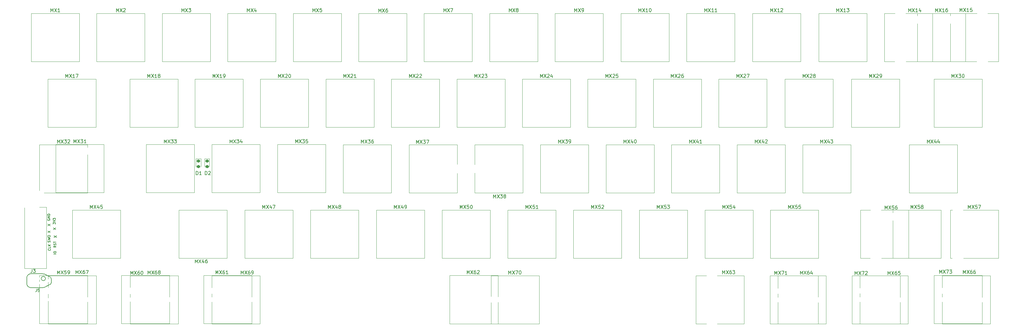
<source format=gto>
G04 #@! TF.GenerationSoftware,KiCad,Pcbnew,7.0.1-0*
G04 #@! TF.CreationDate,2023-08-08T22:45:16+05:30*
G04 #@! TF.ProjectId,Keyboard_60,4b657962-6f61-4726-945f-3630252e6b69,rev?*
G04 #@! TF.SameCoordinates,Original*
G04 #@! TF.FileFunction,Legend,Top*
G04 #@! TF.FilePolarity,Positive*
%FSLAX46Y46*%
G04 Gerber Fmt 4.6, Leading zero omitted, Abs format (unit mm)*
G04 Created by KiCad (PCBNEW 7.0.1-0) date 2023-08-08 22:45:16*
%MOMM*%
%LPD*%
G01*
G04 APERTURE LIST*
G04 Aperture macros list*
%AMRoundRect*
0 Rectangle with rounded corners*
0 $1 Rounding radius*
0 $2 $3 $4 $5 $6 $7 $8 $9 X,Y pos of 4 corners*
0 Add a 4 corners polygon primitive as box body*
4,1,4,$2,$3,$4,$5,$6,$7,$8,$9,$2,$3,0*
0 Add four circle primitives for the rounded corners*
1,1,$1+$1,$2,$3*
1,1,$1+$1,$4,$5*
1,1,$1+$1,$6,$7*
1,1,$1+$1,$8,$9*
0 Add four rect primitives between the rounded corners*
20,1,$1+$1,$2,$3,$4,$5,0*
20,1,$1+$1,$4,$5,$6,$7,0*
20,1,$1+$1,$6,$7,$8,$9,0*
20,1,$1+$1,$8,$9,$2,$3,0*%
G04 Aperture macros list end*
%ADD10C,0.150000*%
%ADD11C,0.120000*%
%ADD12C,0.100000*%
%ADD13C,0.127000*%
%ADD14C,0.200000*%
%ADD15C,0.250000*%
%ADD16C,0.010000*%
%ADD17C,1.700000*%
%ADD18C,4.000000*%
%ADD19C,2.200000*%
%ADD20C,2.150000*%
%ADD21C,2.550000*%
%ADD22C,1.900000*%
%ADD23C,1.850000*%
%ADD24O,9.999980X5.001260*%
%ADD25C,3.050000*%
%ADD26O,6.000000X3.500000*%
%ADD27C,3.987800*%
%ADD28C,3.048000*%
%ADD29C,1.750000*%
%ADD30C,1.016000*%
%ADD31C,0.787400*%
%ADD32RoundRect,0.218750X-0.256250X0.218750X-0.256250X-0.218750X0.256250X-0.218750X0.256250X0.218750X0*%
%ADD33C,0.600000*%
%ADD34C,0.900000*%
%ADD35O,0.900000X1.700000*%
%ADD36O,0.900000X2.000000*%
G04 APERTURE END LIST*
D10*
X9214333Y-67640000D02*
X9914333Y-67173333D01*
X9214333Y-67173333D02*
X9914333Y-67640000D01*
X8147666Y-70973333D02*
X8181000Y-71006666D01*
X8181000Y-71006666D02*
X8214333Y-71106666D01*
X8214333Y-71106666D02*
X8214333Y-71173333D01*
X8214333Y-71173333D02*
X8181000Y-71273333D01*
X8181000Y-71273333D02*
X8114333Y-71340000D01*
X8114333Y-71340000D02*
X8047666Y-71373333D01*
X8047666Y-71373333D02*
X7914333Y-71406666D01*
X7914333Y-71406666D02*
X7814333Y-71406666D01*
X7814333Y-71406666D02*
X7681000Y-71373333D01*
X7681000Y-71373333D02*
X7614333Y-71340000D01*
X7614333Y-71340000D02*
X7547666Y-71273333D01*
X7547666Y-71273333D02*
X7514333Y-71173333D01*
X7514333Y-71173333D02*
X7514333Y-71106666D01*
X7514333Y-71106666D02*
X7547666Y-71006666D01*
X7547666Y-71006666D02*
X7581000Y-70973333D01*
X8214333Y-70340000D02*
X8214333Y-70673333D01*
X8214333Y-70673333D02*
X7514333Y-70673333D01*
X8214333Y-70106666D02*
X7514333Y-70106666D01*
X8214333Y-69706666D02*
X7814333Y-70006666D01*
X7514333Y-69706666D02*
X7914333Y-70106666D01*
X9814333Y-70073333D02*
X9481000Y-70306666D01*
X9814333Y-70473333D02*
X9114333Y-70473333D01*
X9114333Y-70473333D02*
X9114333Y-70206666D01*
X9114333Y-70206666D02*
X9147666Y-70140000D01*
X9147666Y-70140000D02*
X9181000Y-70106666D01*
X9181000Y-70106666D02*
X9247666Y-70073333D01*
X9247666Y-70073333D02*
X9347666Y-70073333D01*
X9347666Y-70073333D02*
X9414333Y-70106666D01*
X9414333Y-70106666D02*
X9447666Y-70140000D01*
X9447666Y-70140000D02*
X9481000Y-70206666D01*
X9481000Y-70206666D02*
X9481000Y-70473333D01*
X9781000Y-69806666D02*
X9814333Y-69706666D01*
X9814333Y-69706666D02*
X9814333Y-69540000D01*
X9814333Y-69540000D02*
X9781000Y-69473333D01*
X9781000Y-69473333D02*
X9747666Y-69440000D01*
X9747666Y-69440000D02*
X9681000Y-69406666D01*
X9681000Y-69406666D02*
X9614333Y-69406666D01*
X9614333Y-69406666D02*
X9547666Y-69440000D01*
X9547666Y-69440000D02*
X9514333Y-69473333D01*
X9514333Y-69473333D02*
X9481000Y-69540000D01*
X9481000Y-69540000D02*
X9447666Y-69673333D01*
X9447666Y-69673333D02*
X9414333Y-69740000D01*
X9414333Y-69740000D02*
X9381000Y-69773333D01*
X9381000Y-69773333D02*
X9314333Y-69806666D01*
X9314333Y-69806666D02*
X9247666Y-69806666D01*
X9247666Y-69806666D02*
X9181000Y-69773333D01*
X9181000Y-69773333D02*
X9147666Y-69740000D01*
X9147666Y-69740000D02*
X9114333Y-69673333D01*
X9114333Y-69673333D02*
X9114333Y-69506666D01*
X9114333Y-69506666D02*
X9147666Y-69406666D01*
X9114333Y-69206666D02*
X9114333Y-68806666D01*
X9814333Y-69006666D02*
X9114333Y-69006666D01*
X7414333Y-66240000D02*
X8114333Y-65773333D01*
X7414333Y-65773333D02*
X8114333Y-66240000D01*
X8081000Y-69006666D02*
X8114333Y-68906666D01*
X8114333Y-68906666D02*
X8114333Y-68740000D01*
X8114333Y-68740000D02*
X8081000Y-68673333D01*
X8081000Y-68673333D02*
X8047666Y-68640000D01*
X8047666Y-68640000D02*
X7981000Y-68606666D01*
X7981000Y-68606666D02*
X7914333Y-68606666D01*
X7914333Y-68606666D02*
X7847666Y-68640000D01*
X7847666Y-68640000D02*
X7814333Y-68673333D01*
X7814333Y-68673333D02*
X7781000Y-68740000D01*
X7781000Y-68740000D02*
X7747666Y-68873333D01*
X7747666Y-68873333D02*
X7714333Y-68940000D01*
X7714333Y-68940000D02*
X7681000Y-68973333D01*
X7681000Y-68973333D02*
X7614333Y-69006666D01*
X7614333Y-69006666D02*
X7547666Y-69006666D01*
X7547666Y-69006666D02*
X7481000Y-68973333D01*
X7481000Y-68973333D02*
X7447666Y-68940000D01*
X7447666Y-68940000D02*
X7414333Y-68873333D01*
X7414333Y-68873333D02*
X7414333Y-68706666D01*
X7414333Y-68706666D02*
X7447666Y-68606666D01*
X7414333Y-68373333D02*
X8114333Y-68206666D01*
X8114333Y-68206666D02*
X7614333Y-68073333D01*
X7614333Y-68073333D02*
X8114333Y-67939999D01*
X8114333Y-67939999D02*
X7414333Y-67773333D01*
X7414333Y-67373333D02*
X7414333Y-67239999D01*
X7414333Y-67239999D02*
X7447666Y-67173333D01*
X7447666Y-67173333D02*
X7514333Y-67106666D01*
X7514333Y-67106666D02*
X7647666Y-67073333D01*
X7647666Y-67073333D02*
X7881000Y-67073333D01*
X7881000Y-67073333D02*
X8014333Y-67106666D01*
X8014333Y-67106666D02*
X8081000Y-67173333D01*
X8081000Y-67173333D02*
X8114333Y-67239999D01*
X8114333Y-67239999D02*
X8114333Y-67373333D01*
X8114333Y-67373333D02*
X8081000Y-67439999D01*
X8081000Y-67439999D02*
X8014333Y-67506666D01*
X8014333Y-67506666D02*
X7881000Y-67539999D01*
X7881000Y-67539999D02*
X7647666Y-67539999D01*
X7647666Y-67539999D02*
X7514333Y-67506666D01*
X7514333Y-67506666D02*
X7447666Y-67439999D01*
X7447666Y-67439999D02*
X7414333Y-67373333D01*
X141138095Y-78302619D02*
X141138095Y-77302619D01*
X141138095Y-77302619D02*
X141471428Y-78016904D01*
X141471428Y-78016904D02*
X141804761Y-77302619D01*
X141804761Y-77302619D02*
X141804761Y-78302619D01*
X142185714Y-77302619D02*
X142852380Y-78302619D01*
X142852380Y-77302619D02*
X142185714Y-78302619D01*
X143138095Y-77302619D02*
X143804761Y-77302619D01*
X143804761Y-77302619D02*
X143376190Y-78302619D01*
X144376190Y-77302619D02*
X144471428Y-77302619D01*
X144471428Y-77302619D02*
X144566666Y-77350238D01*
X144566666Y-77350238D02*
X144614285Y-77397857D01*
X144614285Y-77397857D02*
X144661904Y-77493095D01*
X144661904Y-77493095D02*
X144709523Y-77683571D01*
X144709523Y-77683571D02*
X144709523Y-77921666D01*
X144709523Y-77921666D02*
X144661904Y-78112142D01*
X144661904Y-78112142D02*
X144614285Y-78207380D01*
X144614285Y-78207380D02*
X144566666Y-78255000D01*
X144566666Y-78255000D02*
X144471428Y-78302619D01*
X144471428Y-78302619D02*
X144376190Y-78302619D01*
X144376190Y-78302619D02*
X144280952Y-78255000D01*
X144280952Y-78255000D02*
X144233333Y-78207380D01*
X144233333Y-78207380D02*
X144185714Y-78112142D01*
X144185714Y-78112142D02*
X144138095Y-77921666D01*
X144138095Y-77921666D02*
X144138095Y-77683571D01*
X144138095Y-77683571D02*
X144185714Y-77493095D01*
X144185714Y-77493095D02*
X144233333Y-77397857D01*
X144233333Y-77397857D02*
X144280952Y-77350238D01*
X144280952Y-77350238D02*
X144376190Y-77302619D01*
X9814333Y-72473333D02*
X9114333Y-72473333D01*
X9114333Y-72006667D02*
X9114333Y-71873333D01*
X9114333Y-71873333D02*
X9147666Y-71806667D01*
X9147666Y-71806667D02*
X9214333Y-71740000D01*
X9214333Y-71740000D02*
X9347666Y-71706667D01*
X9347666Y-71706667D02*
X9581000Y-71706667D01*
X9581000Y-71706667D02*
X9714333Y-71740000D01*
X9714333Y-71740000D02*
X9781000Y-71806667D01*
X9781000Y-71806667D02*
X9814333Y-71873333D01*
X9814333Y-71873333D02*
X9814333Y-72006667D01*
X9814333Y-72006667D02*
X9781000Y-72073333D01*
X9781000Y-72073333D02*
X9714333Y-72140000D01*
X9714333Y-72140000D02*
X9581000Y-72173333D01*
X9581000Y-72173333D02*
X9347666Y-72173333D01*
X9347666Y-72173333D02*
X9214333Y-72140000D01*
X9214333Y-72140000D02*
X9147666Y-72073333D01*
X9147666Y-72073333D02*
X9114333Y-72006667D01*
X7347666Y-62306666D02*
X7314333Y-62373333D01*
X7314333Y-62373333D02*
X7314333Y-62473333D01*
X7314333Y-62473333D02*
X7347666Y-62573333D01*
X7347666Y-62573333D02*
X7414333Y-62640000D01*
X7414333Y-62640000D02*
X7481000Y-62673333D01*
X7481000Y-62673333D02*
X7614333Y-62706666D01*
X7614333Y-62706666D02*
X7714333Y-62706666D01*
X7714333Y-62706666D02*
X7847666Y-62673333D01*
X7847666Y-62673333D02*
X7914333Y-62640000D01*
X7914333Y-62640000D02*
X7981000Y-62573333D01*
X7981000Y-62573333D02*
X8014333Y-62473333D01*
X8014333Y-62473333D02*
X8014333Y-62406666D01*
X8014333Y-62406666D02*
X7981000Y-62306666D01*
X7981000Y-62306666D02*
X7947666Y-62273333D01*
X7947666Y-62273333D02*
X7714333Y-62273333D01*
X7714333Y-62273333D02*
X7714333Y-62406666D01*
X8014333Y-61973333D02*
X7314333Y-61973333D01*
X7314333Y-61973333D02*
X8014333Y-61573333D01*
X8014333Y-61573333D02*
X7314333Y-61573333D01*
X8014333Y-61240000D02*
X7314333Y-61240000D01*
X7314333Y-61240000D02*
X7314333Y-61073333D01*
X7314333Y-61073333D02*
X7347666Y-60973333D01*
X7347666Y-60973333D02*
X7414333Y-60906667D01*
X7414333Y-60906667D02*
X7481000Y-60873333D01*
X7481000Y-60873333D02*
X7614333Y-60840000D01*
X7614333Y-60840000D02*
X7714333Y-60840000D01*
X7714333Y-60840000D02*
X7847666Y-60873333D01*
X7847666Y-60873333D02*
X7914333Y-60906667D01*
X7914333Y-60906667D02*
X7981000Y-60973333D01*
X7981000Y-60973333D02*
X8014333Y-61073333D01*
X8014333Y-61073333D02*
X8014333Y-61240000D01*
X9014333Y-65340000D02*
X9714333Y-64873333D01*
X9014333Y-64873333D02*
X9714333Y-65340000D01*
X8914333Y-63740000D02*
X8914333Y-63306666D01*
X8914333Y-63306666D02*
X9181000Y-63540000D01*
X9181000Y-63540000D02*
X9181000Y-63440000D01*
X9181000Y-63440000D02*
X9214333Y-63373333D01*
X9214333Y-63373333D02*
X9247666Y-63340000D01*
X9247666Y-63340000D02*
X9314333Y-63306666D01*
X9314333Y-63306666D02*
X9481000Y-63306666D01*
X9481000Y-63306666D02*
X9547666Y-63340000D01*
X9547666Y-63340000D02*
X9581000Y-63373333D01*
X9581000Y-63373333D02*
X9614333Y-63440000D01*
X9614333Y-63440000D02*
X9614333Y-63640000D01*
X9614333Y-63640000D02*
X9581000Y-63706666D01*
X9581000Y-63706666D02*
X9547666Y-63740000D01*
X8914333Y-63106666D02*
X9614333Y-62873333D01*
X9614333Y-62873333D02*
X8914333Y-62639999D01*
X8914333Y-62473333D02*
X8914333Y-62039999D01*
X8914333Y-62039999D02*
X9181000Y-62273333D01*
X9181000Y-62273333D02*
X9181000Y-62173333D01*
X9181000Y-62173333D02*
X9214333Y-62106666D01*
X9214333Y-62106666D02*
X9247666Y-62073333D01*
X9247666Y-62073333D02*
X9314333Y-62039999D01*
X9314333Y-62039999D02*
X9481000Y-62039999D01*
X9481000Y-62039999D02*
X9547666Y-62073333D01*
X9547666Y-62073333D02*
X9581000Y-62106666D01*
X9581000Y-62106666D02*
X9614333Y-62173333D01*
X9614333Y-62173333D02*
X9614333Y-62373333D01*
X9614333Y-62373333D02*
X9581000Y-62439999D01*
X9581000Y-62439999D02*
X9547666Y-62473333D01*
X7414333Y-64240000D02*
X8114333Y-63773333D01*
X7414333Y-63773333D02*
X8114333Y-64240000D01*
X12598095Y-21268619D02*
X12598095Y-20268619D01*
X12598095Y-20268619D02*
X12931428Y-20982904D01*
X12931428Y-20982904D02*
X13264761Y-20268619D01*
X13264761Y-20268619D02*
X13264761Y-21268619D01*
X13645714Y-20268619D02*
X14312380Y-21268619D01*
X14312380Y-20268619D02*
X13645714Y-21268619D01*
X15217142Y-21268619D02*
X14645714Y-21268619D01*
X14931428Y-21268619D02*
X14931428Y-20268619D01*
X14931428Y-20268619D02*
X14836190Y-20411476D01*
X14836190Y-20411476D02*
X14740952Y-20506714D01*
X14740952Y-20506714D02*
X14645714Y-20554333D01*
X15550476Y-20268619D02*
X16217142Y-20268619D01*
X16217142Y-20268619D02*
X15788571Y-21268619D01*
X36478095Y-78288619D02*
X36478095Y-77288619D01*
X36478095Y-77288619D02*
X36811428Y-78002904D01*
X36811428Y-78002904D02*
X37144761Y-77288619D01*
X37144761Y-77288619D02*
X37144761Y-78288619D01*
X37525714Y-77288619D02*
X38192380Y-78288619D01*
X38192380Y-77288619D02*
X37525714Y-78288619D01*
X39001904Y-77288619D02*
X38811428Y-77288619D01*
X38811428Y-77288619D02*
X38716190Y-77336238D01*
X38716190Y-77336238D02*
X38668571Y-77383857D01*
X38668571Y-77383857D02*
X38573333Y-77526714D01*
X38573333Y-77526714D02*
X38525714Y-77717190D01*
X38525714Y-77717190D02*
X38525714Y-78098142D01*
X38525714Y-78098142D02*
X38573333Y-78193380D01*
X38573333Y-78193380D02*
X38620952Y-78241000D01*
X38620952Y-78241000D02*
X38716190Y-78288619D01*
X38716190Y-78288619D02*
X38906666Y-78288619D01*
X38906666Y-78288619D02*
X39001904Y-78241000D01*
X39001904Y-78241000D02*
X39049523Y-78193380D01*
X39049523Y-78193380D02*
X39097142Y-78098142D01*
X39097142Y-78098142D02*
X39097142Y-77860047D01*
X39097142Y-77860047D02*
X39049523Y-77764809D01*
X39049523Y-77764809D02*
X39001904Y-77717190D01*
X39001904Y-77717190D02*
X38906666Y-77669571D01*
X38906666Y-77669571D02*
X38716190Y-77669571D01*
X38716190Y-77669571D02*
X38620952Y-77717190D01*
X38620952Y-77717190D02*
X38573333Y-77764809D01*
X38573333Y-77764809D02*
X38525714Y-77860047D01*
X39668571Y-77717190D02*
X39573333Y-77669571D01*
X39573333Y-77669571D02*
X39525714Y-77621952D01*
X39525714Y-77621952D02*
X39478095Y-77526714D01*
X39478095Y-77526714D02*
X39478095Y-77479095D01*
X39478095Y-77479095D02*
X39525714Y-77383857D01*
X39525714Y-77383857D02*
X39573333Y-77336238D01*
X39573333Y-77336238D02*
X39668571Y-77288619D01*
X39668571Y-77288619D02*
X39859047Y-77288619D01*
X39859047Y-77288619D02*
X39954285Y-77336238D01*
X39954285Y-77336238D02*
X40001904Y-77383857D01*
X40001904Y-77383857D02*
X40049523Y-77479095D01*
X40049523Y-77479095D02*
X40049523Y-77526714D01*
X40049523Y-77526714D02*
X40001904Y-77621952D01*
X40001904Y-77621952D02*
X39954285Y-77669571D01*
X39954285Y-77669571D02*
X39859047Y-77717190D01*
X39859047Y-77717190D02*
X39668571Y-77717190D01*
X39668571Y-77717190D02*
X39573333Y-77764809D01*
X39573333Y-77764809D02*
X39525714Y-77812428D01*
X39525714Y-77812428D02*
X39478095Y-77907666D01*
X39478095Y-77907666D02*
X39478095Y-78098142D01*
X39478095Y-78098142D02*
X39525714Y-78193380D01*
X39525714Y-78193380D02*
X39573333Y-78241000D01*
X39573333Y-78241000D02*
X39668571Y-78288619D01*
X39668571Y-78288619D02*
X39859047Y-78288619D01*
X39859047Y-78288619D02*
X39954285Y-78241000D01*
X39954285Y-78241000D02*
X40001904Y-78193380D01*
X40001904Y-78193380D02*
X40049523Y-78098142D01*
X40049523Y-78098142D02*
X40049523Y-77907666D01*
X40049523Y-77907666D02*
X40001904Y-77812428D01*
X40001904Y-77812428D02*
X39954285Y-77764809D01*
X39954285Y-77764809D02*
X39859047Y-77717190D01*
X46274286Y-2168619D02*
X46274286Y-1168619D01*
X46274286Y-1168619D02*
X46607619Y-1882904D01*
X46607619Y-1882904D02*
X46940952Y-1168619D01*
X46940952Y-1168619D02*
X46940952Y-2168619D01*
X47321905Y-1168619D02*
X47988571Y-2168619D01*
X47988571Y-1168619D02*
X47321905Y-2168619D01*
X48274286Y-1168619D02*
X48893333Y-1168619D01*
X48893333Y-1168619D02*
X48560000Y-1549571D01*
X48560000Y-1549571D02*
X48702857Y-1549571D01*
X48702857Y-1549571D02*
X48798095Y-1597190D01*
X48798095Y-1597190D02*
X48845714Y-1644809D01*
X48845714Y-1644809D02*
X48893333Y-1740047D01*
X48893333Y-1740047D02*
X48893333Y-1978142D01*
X48893333Y-1978142D02*
X48845714Y-2073380D01*
X48845714Y-2073380D02*
X48798095Y-2121000D01*
X48798095Y-2121000D02*
X48702857Y-2168619D01*
X48702857Y-2168619D02*
X48417143Y-2168619D01*
X48417143Y-2168619D02*
X48321905Y-2121000D01*
X48321905Y-2121000D02*
X48274286Y-2073380D01*
X60228095Y-40258619D02*
X60228095Y-39258619D01*
X60228095Y-39258619D02*
X60561428Y-39972904D01*
X60561428Y-39972904D02*
X60894761Y-39258619D01*
X60894761Y-39258619D02*
X60894761Y-40258619D01*
X61275714Y-39258619D02*
X61942380Y-40258619D01*
X61942380Y-39258619D02*
X61275714Y-40258619D01*
X62228095Y-39258619D02*
X62847142Y-39258619D01*
X62847142Y-39258619D02*
X62513809Y-39639571D01*
X62513809Y-39639571D02*
X62656666Y-39639571D01*
X62656666Y-39639571D02*
X62751904Y-39687190D01*
X62751904Y-39687190D02*
X62799523Y-39734809D01*
X62799523Y-39734809D02*
X62847142Y-39830047D01*
X62847142Y-39830047D02*
X62847142Y-40068142D01*
X62847142Y-40068142D02*
X62799523Y-40163380D01*
X62799523Y-40163380D02*
X62751904Y-40211000D01*
X62751904Y-40211000D02*
X62656666Y-40258619D01*
X62656666Y-40258619D02*
X62370952Y-40258619D01*
X62370952Y-40258619D02*
X62275714Y-40211000D01*
X62275714Y-40211000D02*
X62228095Y-40163380D01*
X63704285Y-39591952D02*
X63704285Y-40258619D01*
X63466190Y-39211000D02*
X63228095Y-39925285D01*
X63228095Y-39925285D02*
X63847142Y-39925285D01*
X56138095Y-78262619D02*
X56138095Y-77262619D01*
X56138095Y-77262619D02*
X56471428Y-77976904D01*
X56471428Y-77976904D02*
X56804761Y-77262619D01*
X56804761Y-77262619D02*
X56804761Y-78262619D01*
X57185714Y-77262619D02*
X57852380Y-78262619D01*
X57852380Y-77262619D02*
X57185714Y-78262619D01*
X58661904Y-77262619D02*
X58471428Y-77262619D01*
X58471428Y-77262619D02*
X58376190Y-77310238D01*
X58376190Y-77310238D02*
X58328571Y-77357857D01*
X58328571Y-77357857D02*
X58233333Y-77500714D01*
X58233333Y-77500714D02*
X58185714Y-77691190D01*
X58185714Y-77691190D02*
X58185714Y-78072142D01*
X58185714Y-78072142D02*
X58233333Y-78167380D01*
X58233333Y-78167380D02*
X58280952Y-78215000D01*
X58280952Y-78215000D02*
X58376190Y-78262619D01*
X58376190Y-78262619D02*
X58566666Y-78262619D01*
X58566666Y-78262619D02*
X58661904Y-78215000D01*
X58661904Y-78215000D02*
X58709523Y-78167380D01*
X58709523Y-78167380D02*
X58757142Y-78072142D01*
X58757142Y-78072142D02*
X58757142Y-77834047D01*
X58757142Y-77834047D02*
X58709523Y-77738809D01*
X58709523Y-77738809D02*
X58661904Y-77691190D01*
X58661904Y-77691190D02*
X58566666Y-77643571D01*
X58566666Y-77643571D02*
X58376190Y-77643571D01*
X58376190Y-77643571D02*
X58280952Y-77691190D01*
X58280952Y-77691190D02*
X58233333Y-77738809D01*
X58233333Y-77738809D02*
X58185714Y-77834047D01*
X59709523Y-78262619D02*
X59138095Y-78262619D01*
X59423809Y-78262619D02*
X59423809Y-77262619D01*
X59423809Y-77262619D02*
X59328571Y-77405476D01*
X59328571Y-77405476D02*
X59233333Y-77500714D01*
X59233333Y-77500714D02*
X59138095Y-77548333D01*
X10168095Y-78268619D02*
X10168095Y-77268619D01*
X10168095Y-77268619D02*
X10501428Y-77982904D01*
X10501428Y-77982904D02*
X10834761Y-77268619D01*
X10834761Y-77268619D02*
X10834761Y-78268619D01*
X11215714Y-77268619D02*
X11882380Y-78268619D01*
X11882380Y-77268619D02*
X11215714Y-78268619D01*
X12739523Y-77268619D02*
X12263333Y-77268619D01*
X12263333Y-77268619D02*
X12215714Y-77744809D01*
X12215714Y-77744809D02*
X12263333Y-77697190D01*
X12263333Y-77697190D02*
X12358571Y-77649571D01*
X12358571Y-77649571D02*
X12596666Y-77649571D01*
X12596666Y-77649571D02*
X12691904Y-77697190D01*
X12691904Y-77697190D02*
X12739523Y-77744809D01*
X12739523Y-77744809D02*
X12787142Y-77840047D01*
X12787142Y-77840047D02*
X12787142Y-78078142D01*
X12787142Y-78078142D02*
X12739523Y-78173380D01*
X12739523Y-78173380D02*
X12691904Y-78221000D01*
X12691904Y-78221000D02*
X12596666Y-78268619D01*
X12596666Y-78268619D02*
X12358571Y-78268619D01*
X12358571Y-78268619D02*
X12263333Y-78221000D01*
X12263333Y-78221000D02*
X12215714Y-78173380D01*
X13263333Y-78268619D02*
X13453809Y-78268619D01*
X13453809Y-78268619D02*
X13549047Y-78221000D01*
X13549047Y-78221000D02*
X13596666Y-78173380D01*
X13596666Y-78173380D02*
X13691904Y-78030523D01*
X13691904Y-78030523D02*
X13739523Y-77840047D01*
X13739523Y-77840047D02*
X13739523Y-77459095D01*
X13739523Y-77459095D02*
X13691904Y-77363857D01*
X13691904Y-77363857D02*
X13644285Y-77316238D01*
X13644285Y-77316238D02*
X13549047Y-77268619D01*
X13549047Y-77268619D02*
X13358571Y-77268619D01*
X13358571Y-77268619D02*
X13263333Y-77316238D01*
X13263333Y-77316238D02*
X13215714Y-77363857D01*
X13215714Y-77363857D02*
X13168095Y-77459095D01*
X13168095Y-77459095D02*
X13168095Y-77697190D01*
X13168095Y-77697190D02*
X13215714Y-77792428D01*
X13215714Y-77792428D02*
X13263333Y-77840047D01*
X13263333Y-77840047D02*
X13358571Y-77887666D01*
X13358571Y-77887666D02*
X13549047Y-77887666D01*
X13549047Y-77887666D02*
X13644285Y-77840047D01*
X13644285Y-77840047D02*
X13691904Y-77792428D01*
X13691904Y-77792428D02*
X13739523Y-77697190D01*
X250338095Y-59462619D02*
X250338095Y-58462619D01*
X250338095Y-58462619D02*
X250671428Y-59176904D01*
X250671428Y-59176904D02*
X251004761Y-58462619D01*
X251004761Y-58462619D02*
X251004761Y-59462619D01*
X251385714Y-58462619D02*
X252052380Y-59462619D01*
X252052380Y-58462619D02*
X251385714Y-59462619D01*
X252909523Y-58462619D02*
X252433333Y-58462619D01*
X252433333Y-58462619D02*
X252385714Y-58938809D01*
X252385714Y-58938809D02*
X252433333Y-58891190D01*
X252433333Y-58891190D02*
X252528571Y-58843571D01*
X252528571Y-58843571D02*
X252766666Y-58843571D01*
X252766666Y-58843571D02*
X252861904Y-58891190D01*
X252861904Y-58891190D02*
X252909523Y-58938809D01*
X252909523Y-58938809D02*
X252957142Y-59034047D01*
X252957142Y-59034047D02*
X252957142Y-59272142D01*
X252957142Y-59272142D02*
X252909523Y-59367380D01*
X252909523Y-59367380D02*
X252861904Y-59415000D01*
X252861904Y-59415000D02*
X252766666Y-59462619D01*
X252766666Y-59462619D02*
X252528571Y-59462619D01*
X252528571Y-59462619D02*
X252433333Y-59415000D01*
X252433333Y-59415000D02*
X252385714Y-59367380D01*
X253814285Y-58462619D02*
X253623809Y-58462619D01*
X253623809Y-58462619D02*
X253528571Y-58510238D01*
X253528571Y-58510238D02*
X253480952Y-58557857D01*
X253480952Y-58557857D02*
X253385714Y-58700714D01*
X253385714Y-58700714D02*
X253338095Y-58891190D01*
X253338095Y-58891190D02*
X253338095Y-59272142D01*
X253338095Y-59272142D02*
X253385714Y-59367380D01*
X253385714Y-59367380D02*
X253433333Y-59415000D01*
X253433333Y-59415000D02*
X253528571Y-59462619D01*
X253528571Y-59462619D02*
X253719047Y-59462619D01*
X253719047Y-59462619D02*
X253814285Y-59415000D01*
X253814285Y-59415000D02*
X253861904Y-59367380D01*
X253861904Y-59367380D02*
X253909523Y-59272142D01*
X253909523Y-59272142D02*
X253909523Y-59034047D01*
X253909523Y-59034047D02*
X253861904Y-58938809D01*
X253861904Y-58938809D02*
X253814285Y-58891190D01*
X253814285Y-58891190D02*
X253719047Y-58843571D01*
X253719047Y-58843571D02*
X253528571Y-58843571D01*
X253528571Y-58843571D02*
X253433333Y-58891190D01*
X253433333Y-58891190D02*
X253385714Y-58938809D01*
X253385714Y-58938809D02*
X253338095Y-59034047D01*
X36398095Y-21268619D02*
X36398095Y-20268619D01*
X36398095Y-20268619D02*
X36731428Y-20982904D01*
X36731428Y-20982904D02*
X37064761Y-20268619D01*
X37064761Y-20268619D02*
X37064761Y-21268619D01*
X37445714Y-20268619D02*
X38112380Y-21268619D01*
X38112380Y-20268619D02*
X37445714Y-21268619D01*
X39017142Y-21268619D02*
X38445714Y-21268619D01*
X38731428Y-21268619D02*
X38731428Y-20268619D01*
X38731428Y-20268619D02*
X38636190Y-20411476D01*
X38636190Y-20411476D02*
X38540952Y-20506714D01*
X38540952Y-20506714D02*
X38445714Y-20554333D01*
X39588571Y-20697190D02*
X39493333Y-20649571D01*
X39493333Y-20649571D02*
X39445714Y-20601952D01*
X39445714Y-20601952D02*
X39398095Y-20506714D01*
X39398095Y-20506714D02*
X39398095Y-20459095D01*
X39398095Y-20459095D02*
X39445714Y-20363857D01*
X39445714Y-20363857D02*
X39493333Y-20316238D01*
X39493333Y-20316238D02*
X39588571Y-20268619D01*
X39588571Y-20268619D02*
X39779047Y-20268619D01*
X39779047Y-20268619D02*
X39874285Y-20316238D01*
X39874285Y-20316238D02*
X39921904Y-20363857D01*
X39921904Y-20363857D02*
X39969523Y-20459095D01*
X39969523Y-20459095D02*
X39969523Y-20506714D01*
X39969523Y-20506714D02*
X39921904Y-20601952D01*
X39921904Y-20601952D02*
X39874285Y-20649571D01*
X39874285Y-20649571D02*
X39779047Y-20697190D01*
X39779047Y-20697190D02*
X39588571Y-20697190D01*
X39588571Y-20697190D02*
X39493333Y-20744809D01*
X39493333Y-20744809D02*
X39445714Y-20792428D01*
X39445714Y-20792428D02*
X39398095Y-20887666D01*
X39398095Y-20887666D02*
X39398095Y-21078142D01*
X39398095Y-21078142D02*
X39445714Y-21173380D01*
X39445714Y-21173380D02*
X39493333Y-21221000D01*
X39493333Y-21221000D02*
X39588571Y-21268619D01*
X39588571Y-21268619D02*
X39779047Y-21268619D01*
X39779047Y-21268619D02*
X39874285Y-21221000D01*
X39874285Y-21221000D02*
X39921904Y-21173380D01*
X39921904Y-21173380D02*
X39969523Y-21078142D01*
X39969523Y-21078142D02*
X39969523Y-20887666D01*
X39969523Y-20887666D02*
X39921904Y-20792428D01*
X39921904Y-20792428D02*
X39874285Y-20744809D01*
X39874285Y-20744809D02*
X39779047Y-20697190D01*
X84274286Y-2168619D02*
X84274286Y-1168619D01*
X84274286Y-1168619D02*
X84607619Y-1882904D01*
X84607619Y-1882904D02*
X84940952Y-1168619D01*
X84940952Y-1168619D02*
X84940952Y-2168619D01*
X85321905Y-1168619D02*
X85988571Y-2168619D01*
X85988571Y-1168619D02*
X85321905Y-2168619D01*
X86845714Y-1168619D02*
X86369524Y-1168619D01*
X86369524Y-1168619D02*
X86321905Y-1644809D01*
X86321905Y-1644809D02*
X86369524Y-1597190D01*
X86369524Y-1597190D02*
X86464762Y-1549571D01*
X86464762Y-1549571D02*
X86702857Y-1549571D01*
X86702857Y-1549571D02*
X86798095Y-1597190D01*
X86798095Y-1597190D02*
X86845714Y-1644809D01*
X86845714Y-1644809D02*
X86893333Y-1740047D01*
X86893333Y-1740047D02*
X86893333Y-1978142D01*
X86893333Y-1978142D02*
X86845714Y-2073380D01*
X86845714Y-2073380D02*
X86798095Y-2121000D01*
X86798095Y-2121000D02*
X86702857Y-2168619D01*
X86702857Y-2168619D02*
X86464762Y-2168619D01*
X86464762Y-2168619D02*
X86369524Y-2121000D01*
X86369524Y-2121000D02*
X86321905Y-2073380D01*
X188298095Y-21268619D02*
X188298095Y-20268619D01*
X188298095Y-20268619D02*
X188631428Y-20982904D01*
X188631428Y-20982904D02*
X188964761Y-20268619D01*
X188964761Y-20268619D02*
X188964761Y-21268619D01*
X189345714Y-20268619D02*
X190012380Y-21268619D01*
X190012380Y-20268619D02*
X189345714Y-21268619D01*
X190345714Y-20363857D02*
X190393333Y-20316238D01*
X190393333Y-20316238D02*
X190488571Y-20268619D01*
X190488571Y-20268619D02*
X190726666Y-20268619D01*
X190726666Y-20268619D02*
X190821904Y-20316238D01*
X190821904Y-20316238D02*
X190869523Y-20363857D01*
X190869523Y-20363857D02*
X190917142Y-20459095D01*
X190917142Y-20459095D02*
X190917142Y-20554333D01*
X190917142Y-20554333D02*
X190869523Y-20697190D01*
X190869523Y-20697190D02*
X190298095Y-21268619D01*
X190298095Y-21268619D02*
X190917142Y-21268619D01*
X191774285Y-20268619D02*
X191583809Y-20268619D01*
X191583809Y-20268619D02*
X191488571Y-20316238D01*
X191488571Y-20316238D02*
X191440952Y-20363857D01*
X191440952Y-20363857D02*
X191345714Y-20506714D01*
X191345714Y-20506714D02*
X191298095Y-20697190D01*
X191298095Y-20697190D02*
X191298095Y-21078142D01*
X191298095Y-21078142D02*
X191345714Y-21173380D01*
X191345714Y-21173380D02*
X191393333Y-21221000D01*
X191393333Y-21221000D02*
X191488571Y-21268619D01*
X191488571Y-21268619D02*
X191679047Y-21268619D01*
X191679047Y-21268619D02*
X191774285Y-21221000D01*
X191774285Y-21221000D02*
X191821904Y-21173380D01*
X191821904Y-21173380D02*
X191869523Y-21078142D01*
X191869523Y-21078142D02*
X191869523Y-20840047D01*
X191869523Y-20840047D02*
X191821904Y-20744809D01*
X191821904Y-20744809D02*
X191774285Y-20697190D01*
X191774285Y-20697190D02*
X191679047Y-20649571D01*
X191679047Y-20649571D02*
X191488571Y-20649571D01*
X191488571Y-20649571D02*
X191393333Y-20697190D01*
X191393333Y-20697190D02*
X191345714Y-20744809D01*
X191345714Y-20744809D02*
X191298095Y-20840047D01*
X55298095Y-21268619D02*
X55298095Y-20268619D01*
X55298095Y-20268619D02*
X55631428Y-20982904D01*
X55631428Y-20982904D02*
X55964761Y-20268619D01*
X55964761Y-20268619D02*
X55964761Y-21268619D01*
X56345714Y-20268619D02*
X57012380Y-21268619D01*
X57012380Y-20268619D02*
X56345714Y-21268619D01*
X57917142Y-21268619D02*
X57345714Y-21268619D01*
X57631428Y-21268619D02*
X57631428Y-20268619D01*
X57631428Y-20268619D02*
X57536190Y-20411476D01*
X57536190Y-20411476D02*
X57440952Y-20506714D01*
X57440952Y-20506714D02*
X57345714Y-20554333D01*
X58393333Y-21268619D02*
X58583809Y-21268619D01*
X58583809Y-21268619D02*
X58679047Y-21221000D01*
X58679047Y-21221000D02*
X58726666Y-21173380D01*
X58726666Y-21173380D02*
X58821904Y-21030523D01*
X58821904Y-21030523D02*
X58869523Y-20840047D01*
X58869523Y-20840047D02*
X58869523Y-20459095D01*
X58869523Y-20459095D02*
X58821904Y-20363857D01*
X58821904Y-20363857D02*
X58774285Y-20316238D01*
X58774285Y-20316238D02*
X58679047Y-20268619D01*
X58679047Y-20268619D02*
X58488571Y-20268619D01*
X58488571Y-20268619D02*
X58393333Y-20316238D01*
X58393333Y-20316238D02*
X58345714Y-20363857D01*
X58345714Y-20363857D02*
X58298095Y-20459095D01*
X58298095Y-20459095D02*
X58298095Y-20697190D01*
X58298095Y-20697190D02*
X58345714Y-20792428D01*
X58345714Y-20792428D02*
X58393333Y-20840047D01*
X58393333Y-20840047D02*
X58488571Y-20887666D01*
X58488571Y-20887666D02*
X58679047Y-20887666D01*
X58679047Y-20887666D02*
X58774285Y-20840047D01*
X58774285Y-20840047D02*
X58821904Y-20792428D01*
X58821904Y-20792428D02*
X58869523Y-20697190D01*
X2806666Y-76852619D02*
X2806666Y-77566904D01*
X2806666Y-77566904D02*
X2759047Y-77709761D01*
X2759047Y-77709761D02*
X2663809Y-77805000D01*
X2663809Y-77805000D02*
X2520952Y-77852619D01*
X2520952Y-77852619D02*
X2425714Y-77852619D01*
X3187619Y-76852619D02*
X3806666Y-76852619D01*
X3806666Y-76852619D02*
X3473333Y-77233571D01*
X3473333Y-77233571D02*
X3616190Y-77233571D01*
X3616190Y-77233571D02*
X3711428Y-77281190D01*
X3711428Y-77281190D02*
X3759047Y-77328809D01*
X3759047Y-77328809D02*
X3806666Y-77424047D01*
X3806666Y-77424047D02*
X3806666Y-77662142D01*
X3806666Y-77662142D02*
X3759047Y-77757380D01*
X3759047Y-77757380D02*
X3711428Y-77805000D01*
X3711428Y-77805000D02*
X3616190Y-77852619D01*
X3616190Y-77852619D02*
X3330476Y-77852619D01*
X3330476Y-77852619D02*
X3235238Y-77805000D01*
X3235238Y-77805000D02*
X3187619Y-77757380D01*
X174583095Y-40268619D02*
X174583095Y-39268619D01*
X174583095Y-39268619D02*
X174916428Y-39982904D01*
X174916428Y-39982904D02*
X175249761Y-39268619D01*
X175249761Y-39268619D02*
X175249761Y-40268619D01*
X175630714Y-39268619D02*
X176297380Y-40268619D01*
X176297380Y-39268619D02*
X175630714Y-40268619D01*
X177106904Y-39601952D02*
X177106904Y-40268619D01*
X176868809Y-39221000D02*
X176630714Y-39935285D01*
X176630714Y-39935285D02*
X177249761Y-39935285D01*
X177821190Y-39268619D02*
X177916428Y-39268619D01*
X177916428Y-39268619D02*
X178011666Y-39316238D01*
X178011666Y-39316238D02*
X178059285Y-39363857D01*
X178059285Y-39363857D02*
X178106904Y-39459095D01*
X178106904Y-39459095D02*
X178154523Y-39649571D01*
X178154523Y-39649571D02*
X178154523Y-39887666D01*
X178154523Y-39887666D02*
X178106904Y-40078142D01*
X178106904Y-40078142D02*
X178059285Y-40173380D01*
X178059285Y-40173380D02*
X178011666Y-40221000D01*
X178011666Y-40221000D02*
X177916428Y-40268619D01*
X177916428Y-40268619D02*
X177821190Y-40268619D01*
X177821190Y-40268619D02*
X177725952Y-40221000D01*
X177725952Y-40221000D02*
X177678333Y-40173380D01*
X177678333Y-40173380D02*
X177630714Y-40078142D01*
X177630714Y-40078142D02*
X177583095Y-39887666D01*
X177583095Y-39887666D02*
X177583095Y-39649571D01*
X177583095Y-39649571D02*
X177630714Y-39459095D01*
X177630714Y-39459095D02*
X177678333Y-39363857D01*
X177678333Y-39363857D02*
X177725952Y-39316238D01*
X177725952Y-39316238D02*
X177821190Y-39268619D01*
X193583095Y-40268619D02*
X193583095Y-39268619D01*
X193583095Y-39268619D02*
X193916428Y-39982904D01*
X193916428Y-39982904D02*
X194249761Y-39268619D01*
X194249761Y-39268619D02*
X194249761Y-40268619D01*
X194630714Y-39268619D02*
X195297380Y-40268619D01*
X195297380Y-39268619D02*
X194630714Y-40268619D01*
X196106904Y-39601952D02*
X196106904Y-40268619D01*
X195868809Y-39221000D02*
X195630714Y-39935285D01*
X195630714Y-39935285D02*
X196249761Y-39935285D01*
X197154523Y-40268619D02*
X196583095Y-40268619D01*
X196868809Y-40268619D02*
X196868809Y-39268619D01*
X196868809Y-39268619D02*
X196773571Y-39411476D01*
X196773571Y-39411476D02*
X196678333Y-39506714D01*
X196678333Y-39506714D02*
X196583095Y-39554333D01*
X274483095Y-59288619D02*
X274483095Y-58288619D01*
X274483095Y-58288619D02*
X274816428Y-59002904D01*
X274816428Y-59002904D02*
X275149761Y-58288619D01*
X275149761Y-58288619D02*
X275149761Y-59288619D01*
X275530714Y-58288619D02*
X276197380Y-59288619D01*
X276197380Y-58288619D02*
X275530714Y-59288619D01*
X277054523Y-58288619D02*
X276578333Y-58288619D01*
X276578333Y-58288619D02*
X276530714Y-58764809D01*
X276530714Y-58764809D02*
X276578333Y-58717190D01*
X276578333Y-58717190D02*
X276673571Y-58669571D01*
X276673571Y-58669571D02*
X276911666Y-58669571D01*
X276911666Y-58669571D02*
X277006904Y-58717190D01*
X277006904Y-58717190D02*
X277054523Y-58764809D01*
X277054523Y-58764809D02*
X277102142Y-58860047D01*
X277102142Y-58860047D02*
X277102142Y-59098142D01*
X277102142Y-59098142D02*
X277054523Y-59193380D01*
X277054523Y-59193380D02*
X277006904Y-59241000D01*
X277006904Y-59241000D02*
X276911666Y-59288619D01*
X276911666Y-59288619D02*
X276673571Y-59288619D01*
X276673571Y-59288619D02*
X276578333Y-59241000D01*
X276578333Y-59241000D02*
X276530714Y-59193380D01*
X277435476Y-58288619D02*
X278102142Y-58288619D01*
X278102142Y-58288619D02*
X277673571Y-59288619D01*
X19708095Y-59268619D02*
X19708095Y-58268619D01*
X19708095Y-58268619D02*
X20041428Y-58982904D01*
X20041428Y-58982904D02*
X20374761Y-58268619D01*
X20374761Y-58268619D02*
X20374761Y-59268619D01*
X20755714Y-58268619D02*
X21422380Y-59268619D01*
X21422380Y-58268619D02*
X20755714Y-59268619D01*
X22231904Y-58601952D02*
X22231904Y-59268619D01*
X21993809Y-58221000D02*
X21755714Y-58935285D01*
X21755714Y-58935285D02*
X22374761Y-58935285D01*
X23231904Y-58268619D02*
X22755714Y-58268619D01*
X22755714Y-58268619D02*
X22708095Y-58744809D01*
X22708095Y-58744809D02*
X22755714Y-58697190D01*
X22755714Y-58697190D02*
X22850952Y-58649571D01*
X22850952Y-58649571D02*
X23089047Y-58649571D01*
X23089047Y-58649571D02*
X23184285Y-58697190D01*
X23184285Y-58697190D02*
X23231904Y-58744809D01*
X23231904Y-58744809D02*
X23279523Y-58840047D01*
X23279523Y-58840047D02*
X23279523Y-59078142D01*
X23279523Y-59078142D02*
X23231904Y-59173380D01*
X23231904Y-59173380D02*
X23184285Y-59221000D01*
X23184285Y-59221000D02*
X23089047Y-59268619D01*
X23089047Y-59268619D02*
X22850952Y-59268619D01*
X22850952Y-59268619D02*
X22755714Y-59221000D01*
X22755714Y-59221000D02*
X22708095Y-59173380D01*
X41158095Y-40258619D02*
X41158095Y-39258619D01*
X41158095Y-39258619D02*
X41491428Y-39972904D01*
X41491428Y-39972904D02*
X41824761Y-39258619D01*
X41824761Y-39258619D02*
X41824761Y-40258619D01*
X42205714Y-39258619D02*
X42872380Y-40258619D01*
X42872380Y-39258619D02*
X42205714Y-40258619D01*
X43158095Y-39258619D02*
X43777142Y-39258619D01*
X43777142Y-39258619D02*
X43443809Y-39639571D01*
X43443809Y-39639571D02*
X43586666Y-39639571D01*
X43586666Y-39639571D02*
X43681904Y-39687190D01*
X43681904Y-39687190D02*
X43729523Y-39734809D01*
X43729523Y-39734809D02*
X43777142Y-39830047D01*
X43777142Y-39830047D02*
X43777142Y-40068142D01*
X43777142Y-40068142D02*
X43729523Y-40163380D01*
X43729523Y-40163380D02*
X43681904Y-40211000D01*
X43681904Y-40211000D02*
X43586666Y-40258619D01*
X43586666Y-40258619D02*
X43300952Y-40258619D01*
X43300952Y-40258619D02*
X43205714Y-40211000D01*
X43205714Y-40211000D02*
X43158095Y-40163380D01*
X44110476Y-39258619D02*
X44729523Y-39258619D01*
X44729523Y-39258619D02*
X44396190Y-39639571D01*
X44396190Y-39639571D02*
X44539047Y-39639571D01*
X44539047Y-39639571D02*
X44634285Y-39687190D01*
X44634285Y-39687190D02*
X44681904Y-39734809D01*
X44681904Y-39734809D02*
X44729523Y-39830047D01*
X44729523Y-39830047D02*
X44729523Y-40068142D01*
X44729523Y-40068142D02*
X44681904Y-40163380D01*
X44681904Y-40163380D02*
X44634285Y-40211000D01*
X44634285Y-40211000D02*
X44539047Y-40258619D01*
X44539047Y-40258619D02*
X44253333Y-40258619D01*
X44253333Y-40258619D02*
X44158095Y-40211000D01*
X44158095Y-40211000D02*
X44110476Y-40163380D01*
X63488095Y-78312619D02*
X63488095Y-77312619D01*
X63488095Y-77312619D02*
X63821428Y-78026904D01*
X63821428Y-78026904D02*
X64154761Y-77312619D01*
X64154761Y-77312619D02*
X64154761Y-78312619D01*
X64535714Y-77312619D02*
X65202380Y-78312619D01*
X65202380Y-77312619D02*
X64535714Y-78312619D01*
X66011904Y-77312619D02*
X65821428Y-77312619D01*
X65821428Y-77312619D02*
X65726190Y-77360238D01*
X65726190Y-77360238D02*
X65678571Y-77407857D01*
X65678571Y-77407857D02*
X65583333Y-77550714D01*
X65583333Y-77550714D02*
X65535714Y-77741190D01*
X65535714Y-77741190D02*
X65535714Y-78122142D01*
X65535714Y-78122142D02*
X65583333Y-78217380D01*
X65583333Y-78217380D02*
X65630952Y-78265000D01*
X65630952Y-78265000D02*
X65726190Y-78312619D01*
X65726190Y-78312619D02*
X65916666Y-78312619D01*
X65916666Y-78312619D02*
X66011904Y-78265000D01*
X66011904Y-78265000D02*
X66059523Y-78217380D01*
X66059523Y-78217380D02*
X66107142Y-78122142D01*
X66107142Y-78122142D02*
X66107142Y-77884047D01*
X66107142Y-77884047D02*
X66059523Y-77788809D01*
X66059523Y-77788809D02*
X66011904Y-77741190D01*
X66011904Y-77741190D02*
X65916666Y-77693571D01*
X65916666Y-77693571D02*
X65726190Y-77693571D01*
X65726190Y-77693571D02*
X65630952Y-77741190D01*
X65630952Y-77741190D02*
X65583333Y-77788809D01*
X65583333Y-77788809D02*
X65535714Y-77884047D01*
X66583333Y-78312619D02*
X66773809Y-78312619D01*
X66773809Y-78312619D02*
X66869047Y-78265000D01*
X66869047Y-78265000D02*
X66916666Y-78217380D01*
X66916666Y-78217380D02*
X67011904Y-78074523D01*
X67011904Y-78074523D02*
X67059523Y-77884047D01*
X67059523Y-77884047D02*
X67059523Y-77503095D01*
X67059523Y-77503095D02*
X67011904Y-77407857D01*
X67011904Y-77407857D02*
X66964285Y-77360238D01*
X66964285Y-77360238D02*
X66869047Y-77312619D01*
X66869047Y-77312619D02*
X66678571Y-77312619D01*
X66678571Y-77312619D02*
X66583333Y-77360238D01*
X66583333Y-77360238D02*
X66535714Y-77407857D01*
X66535714Y-77407857D02*
X66488095Y-77503095D01*
X66488095Y-77503095D02*
X66488095Y-77741190D01*
X66488095Y-77741190D02*
X66535714Y-77836428D01*
X66535714Y-77836428D02*
X66583333Y-77884047D01*
X66583333Y-77884047D02*
X66678571Y-77931666D01*
X66678571Y-77931666D02*
X66869047Y-77931666D01*
X66869047Y-77931666D02*
X66964285Y-77884047D01*
X66964285Y-77884047D02*
X67011904Y-77836428D01*
X67011904Y-77836428D02*
X67059523Y-77741190D01*
X74298095Y-21268619D02*
X74298095Y-20268619D01*
X74298095Y-20268619D02*
X74631428Y-20982904D01*
X74631428Y-20982904D02*
X74964761Y-20268619D01*
X74964761Y-20268619D02*
X74964761Y-21268619D01*
X75345714Y-20268619D02*
X76012380Y-21268619D01*
X76012380Y-20268619D02*
X75345714Y-21268619D01*
X76345714Y-20363857D02*
X76393333Y-20316238D01*
X76393333Y-20316238D02*
X76488571Y-20268619D01*
X76488571Y-20268619D02*
X76726666Y-20268619D01*
X76726666Y-20268619D02*
X76821904Y-20316238D01*
X76821904Y-20316238D02*
X76869523Y-20363857D01*
X76869523Y-20363857D02*
X76917142Y-20459095D01*
X76917142Y-20459095D02*
X76917142Y-20554333D01*
X76917142Y-20554333D02*
X76869523Y-20697190D01*
X76869523Y-20697190D02*
X76298095Y-21268619D01*
X76298095Y-21268619D02*
X76917142Y-21268619D01*
X77536190Y-20268619D02*
X77631428Y-20268619D01*
X77631428Y-20268619D02*
X77726666Y-20316238D01*
X77726666Y-20316238D02*
X77774285Y-20363857D01*
X77774285Y-20363857D02*
X77821904Y-20459095D01*
X77821904Y-20459095D02*
X77869523Y-20649571D01*
X77869523Y-20649571D02*
X77869523Y-20887666D01*
X77869523Y-20887666D02*
X77821904Y-21078142D01*
X77821904Y-21078142D02*
X77774285Y-21173380D01*
X77774285Y-21173380D02*
X77726666Y-21221000D01*
X77726666Y-21221000D02*
X77631428Y-21268619D01*
X77631428Y-21268619D02*
X77536190Y-21268619D01*
X77536190Y-21268619D02*
X77440952Y-21221000D01*
X77440952Y-21221000D02*
X77393333Y-21173380D01*
X77393333Y-21173380D02*
X77345714Y-21078142D01*
X77345714Y-21078142D02*
X77298095Y-20887666D01*
X77298095Y-20887666D02*
X77298095Y-20649571D01*
X77298095Y-20649571D02*
X77345714Y-20459095D01*
X77345714Y-20459095D02*
X77393333Y-20363857D01*
X77393333Y-20363857D02*
X77440952Y-20316238D01*
X77440952Y-20316238D02*
X77536190Y-20268619D01*
X150298095Y-21268619D02*
X150298095Y-20268619D01*
X150298095Y-20268619D02*
X150631428Y-20982904D01*
X150631428Y-20982904D02*
X150964761Y-20268619D01*
X150964761Y-20268619D02*
X150964761Y-21268619D01*
X151345714Y-20268619D02*
X152012380Y-21268619D01*
X152012380Y-20268619D02*
X151345714Y-21268619D01*
X152345714Y-20363857D02*
X152393333Y-20316238D01*
X152393333Y-20316238D02*
X152488571Y-20268619D01*
X152488571Y-20268619D02*
X152726666Y-20268619D01*
X152726666Y-20268619D02*
X152821904Y-20316238D01*
X152821904Y-20316238D02*
X152869523Y-20363857D01*
X152869523Y-20363857D02*
X152917142Y-20459095D01*
X152917142Y-20459095D02*
X152917142Y-20554333D01*
X152917142Y-20554333D02*
X152869523Y-20697190D01*
X152869523Y-20697190D02*
X152298095Y-21268619D01*
X152298095Y-21268619D02*
X152917142Y-21268619D01*
X153774285Y-20601952D02*
X153774285Y-21268619D01*
X153536190Y-20221000D02*
X153298095Y-20935285D01*
X153298095Y-20935285D02*
X153917142Y-20935285D01*
X141274286Y-2168619D02*
X141274286Y-1168619D01*
X141274286Y-1168619D02*
X141607619Y-1882904D01*
X141607619Y-1882904D02*
X141940952Y-1168619D01*
X141940952Y-1168619D02*
X141940952Y-2168619D01*
X142321905Y-1168619D02*
X142988571Y-2168619D01*
X142988571Y-1168619D02*
X142321905Y-2168619D01*
X143512381Y-1597190D02*
X143417143Y-1549571D01*
X143417143Y-1549571D02*
X143369524Y-1501952D01*
X143369524Y-1501952D02*
X143321905Y-1406714D01*
X143321905Y-1406714D02*
X143321905Y-1359095D01*
X143321905Y-1359095D02*
X143369524Y-1263857D01*
X143369524Y-1263857D02*
X143417143Y-1216238D01*
X143417143Y-1216238D02*
X143512381Y-1168619D01*
X143512381Y-1168619D02*
X143702857Y-1168619D01*
X143702857Y-1168619D02*
X143798095Y-1216238D01*
X143798095Y-1216238D02*
X143845714Y-1263857D01*
X143845714Y-1263857D02*
X143893333Y-1359095D01*
X143893333Y-1359095D02*
X143893333Y-1406714D01*
X143893333Y-1406714D02*
X143845714Y-1501952D01*
X143845714Y-1501952D02*
X143798095Y-1549571D01*
X143798095Y-1549571D02*
X143702857Y-1597190D01*
X143702857Y-1597190D02*
X143512381Y-1597190D01*
X143512381Y-1597190D02*
X143417143Y-1644809D01*
X143417143Y-1644809D02*
X143369524Y-1692428D01*
X143369524Y-1692428D02*
X143321905Y-1787666D01*
X143321905Y-1787666D02*
X143321905Y-1978142D01*
X143321905Y-1978142D02*
X143369524Y-2073380D01*
X143369524Y-2073380D02*
X143417143Y-2121000D01*
X143417143Y-2121000D02*
X143512381Y-2168619D01*
X143512381Y-2168619D02*
X143702857Y-2168619D01*
X143702857Y-2168619D02*
X143798095Y-2121000D01*
X143798095Y-2121000D02*
X143845714Y-2073380D01*
X143845714Y-2073380D02*
X143893333Y-1978142D01*
X143893333Y-1978142D02*
X143893333Y-1787666D01*
X143893333Y-1787666D02*
X143845714Y-1692428D01*
X143845714Y-1692428D02*
X143798095Y-1644809D01*
X143798095Y-1644809D02*
X143702857Y-1597190D01*
X88818095Y-59268619D02*
X88818095Y-58268619D01*
X88818095Y-58268619D02*
X89151428Y-58982904D01*
X89151428Y-58982904D02*
X89484761Y-58268619D01*
X89484761Y-58268619D02*
X89484761Y-59268619D01*
X89865714Y-58268619D02*
X90532380Y-59268619D01*
X90532380Y-58268619D02*
X89865714Y-59268619D01*
X91341904Y-58601952D02*
X91341904Y-59268619D01*
X91103809Y-58221000D02*
X90865714Y-58935285D01*
X90865714Y-58935285D02*
X91484761Y-58935285D01*
X92008571Y-58697190D02*
X91913333Y-58649571D01*
X91913333Y-58649571D02*
X91865714Y-58601952D01*
X91865714Y-58601952D02*
X91818095Y-58506714D01*
X91818095Y-58506714D02*
X91818095Y-58459095D01*
X91818095Y-58459095D02*
X91865714Y-58363857D01*
X91865714Y-58363857D02*
X91913333Y-58316238D01*
X91913333Y-58316238D02*
X92008571Y-58268619D01*
X92008571Y-58268619D02*
X92199047Y-58268619D01*
X92199047Y-58268619D02*
X92294285Y-58316238D01*
X92294285Y-58316238D02*
X92341904Y-58363857D01*
X92341904Y-58363857D02*
X92389523Y-58459095D01*
X92389523Y-58459095D02*
X92389523Y-58506714D01*
X92389523Y-58506714D02*
X92341904Y-58601952D01*
X92341904Y-58601952D02*
X92294285Y-58649571D01*
X92294285Y-58649571D02*
X92199047Y-58697190D01*
X92199047Y-58697190D02*
X92008571Y-58697190D01*
X92008571Y-58697190D02*
X91913333Y-58744809D01*
X91913333Y-58744809D02*
X91865714Y-58792428D01*
X91865714Y-58792428D02*
X91818095Y-58887666D01*
X91818095Y-58887666D02*
X91818095Y-59078142D01*
X91818095Y-59078142D02*
X91865714Y-59173380D01*
X91865714Y-59173380D02*
X91913333Y-59221000D01*
X91913333Y-59221000D02*
X92008571Y-59268619D01*
X92008571Y-59268619D02*
X92199047Y-59268619D01*
X92199047Y-59268619D02*
X92294285Y-59221000D01*
X92294285Y-59221000D02*
X92341904Y-59173380D01*
X92341904Y-59173380D02*
X92389523Y-59078142D01*
X92389523Y-59078142D02*
X92389523Y-58887666D01*
X92389523Y-58887666D02*
X92341904Y-58792428D01*
X92341904Y-58792428D02*
X92294285Y-58744809D01*
X92294285Y-58744809D02*
X92199047Y-58697190D01*
X146098095Y-59268619D02*
X146098095Y-58268619D01*
X146098095Y-58268619D02*
X146431428Y-58982904D01*
X146431428Y-58982904D02*
X146764761Y-58268619D01*
X146764761Y-58268619D02*
X146764761Y-59268619D01*
X147145714Y-58268619D02*
X147812380Y-59268619D01*
X147812380Y-58268619D02*
X147145714Y-59268619D01*
X148669523Y-58268619D02*
X148193333Y-58268619D01*
X148193333Y-58268619D02*
X148145714Y-58744809D01*
X148145714Y-58744809D02*
X148193333Y-58697190D01*
X148193333Y-58697190D02*
X148288571Y-58649571D01*
X148288571Y-58649571D02*
X148526666Y-58649571D01*
X148526666Y-58649571D02*
X148621904Y-58697190D01*
X148621904Y-58697190D02*
X148669523Y-58744809D01*
X148669523Y-58744809D02*
X148717142Y-58840047D01*
X148717142Y-58840047D02*
X148717142Y-59078142D01*
X148717142Y-59078142D02*
X148669523Y-59173380D01*
X148669523Y-59173380D02*
X148621904Y-59221000D01*
X148621904Y-59221000D02*
X148526666Y-59268619D01*
X148526666Y-59268619D02*
X148288571Y-59268619D01*
X148288571Y-59268619D02*
X148193333Y-59221000D01*
X148193333Y-59221000D02*
X148145714Y-59173380D01*
X149669523Y-59268619D02*
X149098095Y-59268619D01*
X149383809Y-59268619D02*
X149383809Y-58268619D01*
X149383809Y-58268619D02*
X149288571Y-58411476D01*
X149288571Y-58411476D02*
X149193333Y-58506714D01*
X149193333Y-58506714D02*
X149098095Y-58554333D01*
X122274286Y-2168619D02*
X122274286Y-1168619D01*
X122274286Y-1168619D02*
X122607619Y-1882904D01*
X122607619Y-1882904D02*
X122940952Y-1168619D01*
X122940952Y-1168619D02*
X122940952Y-2168619D01*
X123321905Y-1168619D02*
X123988571Y-2168619D01*
X123988571Y-1168619D02*
X123321905Y-2168619D01*
X124274286Y-1168619D02*
X124940952Y-1168619D01*
X124940952Y-1168619D02*
X124512381Y-2168619D01*
X27274286Y-2168619D02*
X27274286Y-1168619D01*
X27274286Y-1168619D02*
X27607619Y-1882904D01*
X27607619Y-1882904D02*
X27940952Y-1168619D01*
X27940952Y-1168619D02*
X27940952Y-2168619D01*
X28321905Y-1168619D02*
X28988571Y-2168619D01*
X28988571Y-1168619D02*
X28321905Y-2168619D01*
X29321905Y-1263857D02*
X29369524Y-1216238D01*
X29369524Y-1216238D02*
X29464762Y-1168619D01*
X29464762Y-1168619D02*
X29702857Y-1168619D01*
X29702857Y-1168619D02*
X29798095Y-1216238D01*
X29798095Y-1216238D02*
X29845714Y-1263857D01*
X29845714Y-1263857D02*
X29893333Y-1359095D01*
X29893333Y-1359095D02*
X29893333Y-1454333D01*
X29893333Y-1454333D02*
X29845714Y-1597190D01*
X29845714Y-1597190D02*
X29274286Y-2168619D01*
X29274286Y-2168619D02*
X29893333Y-2168619D01*
X14958095Y-40238619D02*
X14958095Y-39238619D01*
X14958095Y-39238619D02*
X15291428Y-39952904D01*
X15291428Y-39952904D02*
X15624761Y-39238619D01*
X15624761Y-39238619D02*
X15624761Y-40238619D01*
X16005714Y-39238619D02*
X16672380Y-40238619D01*
X16672380Y-39238619D02*
X16005714Y-40238619D01*
X16958095Y-39238619D02*
X17577142Y-39238619D01*
X17577142Y-39238619D02*
X17243809Y-39619571D01*
X17243809Y-39619571D02*
X17386666Y-39619571D01*
X17386666Y-39619571D02*
X17481904Y-39667190D01*
X17481904Y-39667190D02*
X17529523Y-39714809D01*
X17529523Y-39714809D02*
X17577142Y-39810047D01*
X17577142Y-39810047D02*
X17577142Y-40048142D01*
X17577142Y-40048142D02*
X17529523Y-40143380D01*
X17529523Y-40143380D02*
X17481904Y-40191000D01*
X17481904Y-40191000D02*
X17386666Y-40238619D01*
X17386666Y-40238619D02*
X17100952Y-40238619D01*
X17100952Y-40238619D02*
X17005714Y-40191000D01*
X17005714Y-40191000D02*
X16958095Y-40143380D01*
X18529523Y-40238619D02*
X17958095Y-40238619D01*
X18243809Y-40238619D02*
X18243809Y-39238619D01*
X18243809Y-39238619D02*
X18148571Y-39381476D01*
X18148571Y-39381476D02*
X18053333Y-39476714D01*
X18053333Y-39476714D02*
X17958095Y-39524333D01*
X129038095Y-78212619D02*
X129038095Y-77212619D01*
X129038095Y-77212619D02*
X129371428Y-77926904D01*
X129371428Y-77926904D02*
X129704761Y-77212619D01*
X129704761Y-77212619D02*
X129704761Y-78212619D01*
X130085714Y-77212619D02*
X130752380Y-78212619D01*
X130752380Y-77212619D02*
X130085714Y-78212619D01*
X131561904Y-77212619D02*
X131371428Y-77212619D01*
X131371428Y-77212619D02*
X131276190Y-77260238D01*
X131276190Y-77260238D02*
X131228571Y-77307857D01*
X131228571Y-77307857D02*
X131133333Y-77450714D01*
X131133333Y-77450714D02*
X131085714Y-77641190D01*
X131085714Y-77641190D02*
X131085714Y-78022142D01*
X131085714Y-78022142D02*
X131133333Y-78117380D01*
X131133333Y-78117380D02*
X131180952Y-78165000D01*
X131180952Y-78165000D02*
X131276190Y-78212619D01*
X131276190Y-78212619D02*
X131466666Y-78212619D01*
X131466666Y-78212619D02*
X131561904Y-78165000D01*
X131561904Y-78165000D02*
X131609523Y-78117380D01*
X131609523Y-78117380D02*
X131657142Y-78022142D01*
X131657142Y-78022142D02*
X131657142Y-77784047D01*
X131657142Y-77784047D02*
X131609523Y-77688809D01*
X131609523Y-77688809D02*
X131561904Y-77641190D01*
X131561904Y-77641190D02*
X131466666Y-77593571D01*
X131466666Y-77593571D02*
X131276190Y-77593571D01*
X131276190Y-77593571D02*
X131180952Y-77641190D01*
X131180952Y-77641190D02*
X131133333Y-77688809D01*
X131133333Y-77688809D02*
X131085714Y-77784047D01*
X132038095Y-77307857D02*
X132085714Y-77260238D01*
X132085714Y-77260238D02*
X132180952Y-77212619D01*
X132180952Y-77212619D02*
X132419047Y-77212619D01*
X132419047Y-77212619D02*
X132514285Y-77260238D01*
X132514285Y-77260238D02*
X132561904Y-77307857D01*
X132561904Y-77307857D02*
X132609523Y-77403095D01*
X132609523Y-77403095D02*
X132609523Y-77498333D01*
X132609523Y-77498333D02*
X132561904Y-77641190D01*
X132561904Y-77641190D02*
X131990476Y-78212619D01*
X131990476Y-78212619D02*
X132609523Y-78212619D01*
X69768095Y-59268619D02*
X69768095Y-58268619D01*
X69768095Y-58268619D02*
X70101428Y-58982904D01*
X70101428Y-58982904D02*
X70434761Y-58268619D01*
X70434761Y-58268619D02*
X70434761Y-59268619D01*
X70815714Y-58268619D02*
X71482380Y-59268619D01*
X71482380Y-58268619D02*
X70815714Y-59268619D01*
X72291904Y-58601952D02*
X72291904Y-59268619D01*
X72053809Y-58221000D02*
X71815714Y-58935285D01*
X71815714Y-58935285D02*
X72434761Y-58935285D01*
X72720476Y-58268619D02*
X73387142Y-58268619D01*
X73387142Y-58268619D02*
X72958571Y-59268619D01*
X264933095Y-2168619D02*
X264933095Y-1168619D01*
X264933095Y-1168619D02*
X265266428Y-1882904D01*
X265266428Y-1882904D02*
X265599761Y-1168619D01*
X265599761Y-1168619D02*
X265599761Y-2168619D01*
X265980714Y-1168619D02*
X266647380Y-2168619D01*
X266647380Y-1168619D02*
X265980714Y-2168619D01*
X267552142Y-2168619D02*
X266980714Y-2168619D01*
X267266428Y-2168619D02*
X267266428Y-1168619D01*
X267266428Y-1168619D02*
X267171190Y-1311476D01*
X267171190Y-1311476D02*
X267075952Y-1406714D01*
X267075952Y-1406714D02*
X266980714Y-1454333D01*
X268409285Y-1168619D02*
X268218809Y-1168619D01*
X268218809Y-1168619D02*
X268123571Y-1216238D01*
X268123571Y-1216238D02*
X268075952Y-1263857D01*
X268075952Y-1263857D02*
X267980714Y-1406714D01*
X267980714Y-1406714D02*
X267933095Y-1597190D01*
X267933095Y-1597190D02*
X267933095Y-1978142D01*
X267933095Y-1978142D02*
X267980714Y-2073380D01*
X267980714Y-2073380D02*
X268028333Y-2121000D01*
X268028333Y-2121000D02*
X268123571Y-2168619D01*
X268123571Y-2168619D02*
X268314047Y-2168619D01*
X268314047Y-2168619D02*
X268409285Y-2121000D01*
X268409285Y-2121000D02*
X268456904Y-2073380D01*
X268456904Y-2073380D02*
X268504523Y-1978142D01*
X268504523Y-1978142D02*
X268504523Y-1740047D01*
X268504523Y-1740047D02*
X268456904Y-1644809D01*
X268456904Y-1644809D02*
X268409285Y-1597190D01*
X268409285Y-1597190D02*
X268314047Y-1549571D01*
X268314047Y-1549571D02*
X268123571Y-1549571D01*
X268123571Y-1549571D02*
X268028333Y-1597190D01*
X268028333Y-1597190D02*
X267980714Y-1644809D01*
X267980714Y-1644809D02*
X267933095Y-1740047D01*
X4167808Y-82569249D02*
X4167808Y-83141802D01*
X4167808Y-83141802D02*
X4129638Y-83256313D01*
X4129638Y-83256313D02*
X4053297Y-83332654D01*
X4053297Y-83332654D02*
X3938787Y-83370824D01*
X3938787Y-83370824D02*
X3862446Y-83370824D01*
X4931213Y-82569249D02*
X4549511Y-82569249D01*
X4549511Y-82569249D02*
X4511340Y-82950951D01*
X4511340Y-82950951D02*
X4549511Y-82912781D01*
X4549511Y-82912781D02*
X4625851Y-82874611D01*
X4625851Y-82874611D02*
X4816702Y-82874611D01*
X4816702Y-82874611D02*
X4893043Y-82912781D01*
X4893043Y-82912781D02*
X4931213Y-82950951D01*
X4931213Y-82950951D02*
X4969383Y-83027292D01*
X4969383Y-83027292D02*
X4969383Y-83218143D01*
X4969383Y-83218143D02*
X4931213Y-83294483D01*
X4931213Y-83294483D02*
X4893043Y-83332654D01*
X4893043Y-83332654D02*
X4816702Y-83370824D01*
X4816702Y-83370824D02*
X4625851Y-83370824D01*
X4625851Y-83370824D02*
X4549511Y-83332654D01*
X4549511Y-83332654D02*
X4511340Y-83294483D01*
X222298095Y-59268619D02*
X222298095Y-58268619D01*
X222298095Y-58268619D02*
X222631428Y-58982904D01*
X222631428Y-58982904D02*
X222964761Y-58268619D01*
X222964761Y-58268619D02*
X222964761Y-59268619D01*
X223345714Y-58268619D02*
X224012380Y-59268619D01*
X224012380Y-58268619D02*
X223345714Y-59268619D01*
X224869523Y-58268619D02*
X224393333Y-58268619D01*
X224393333Y-58268619D02*
X224345714Y-58744809D01*
X224345714Y-58744809D02*
X224393333Y-58697190D01*
X224393333Y-58697190D02*
X224488571Y-58649571D01*
X224488571Y-58649571D02*
X224726666Y-58649571D01*
X224726666Y-58649571D02*
X224821904Y-58697190D01*
X224821904Y-58697190D02*
X224869523Y-58744809D01*
X224869523Y-58744809D02*
X224917142Y-58840047D01*
X224917142Y-58840047D02*
X224917142Y-59078142D01*
X224917142Y-59078142D02*
X224869523Y-59173380D01*
X224869523Y-59173380D02*
X224821904Y-59221000D01*
X224821904Y-59221000D02*
X224726666Y-59268619D01*
X224726666Y-59268619D02*
X224488571Y-59268619D01*
X224488571Y-59268619D02*
X224393333Y-59221000D01*
X224393333Y-59221000D02*
X224345714Y-59173380D01*
X225821904Y-58268619D02*
X225345714Y-58268619D01*
X225345714Y-58268619D02*
X225298095Y-58744809D01*
X225298095Y-58744809D02*
X225345714Y-58697190D01*
X225345714Y-58697190D02*
X225440952Y-58649571D01*
X225440952Y-58649571D02*
X225679047Y-58649571D01*
X225679047Y-58649571D02*
X225774285Y-58697190D01*
X225774285Y-58697190D02*
X225821904Y-58744809D01*
X225821904Y-58744809D02*
X225869523Y-58840047D01*
X225869523Y-58840047D02*
X225869523Y-59078142D01*
X225869523Y-59078142D02*
X225821904Y-59173380D01*
X225821904Y-59173380D02*
X225774285Y-59221000D01*
X225774285Y-59221000D02*
X225679047Y-59268619D01*
X225679047Y-59268619D02*
X225440952Y-59268619D01*
X225440952Y-59268619D02*
X225345714Y-59221000D01*
X225345714Y-59221000D02*
X225298095Y-59173380D01*
X10198095Y-40268619D02*
X10198095Y-39268619D01*
X10198095Y-39268619D02*
X10531428Y-39982904D01*
X10531428Y-39982904D02*
X10864761Y-39268619D01*
X10864761Y-39268619D02*
X10864761Y-40268619D01*
X11245714Y-39268619D02*
X11912380Y-40268619D01*
X11912380Y-39268619D02*
X11245714Y-40268619D01*
X12198095Y-39268619D02*
X12817142Y-39268619D01*
X12817142Y-39268619D02*
X12483809Y-39649571D01*
X12483809Y-39649571D02*
X12626666Y-39649571D01*
X12626666Y-39649571D02*
X12721904Y-39697190D01*
X12721904Y-39697190D02*
X12769523Y-39744809D01*
X12769523Y-39744809D02*
X12817142Y-39840047D01*
X12817142Y-39840047D02*
X12817142Y-40078142D01*
X12817142Y-40078142D02*
X12769523Y-40173380D01*
X12769523Y-40173380D02*
X12721904Y-40221000D01*
X12721904Y-40221000D02*
X12626666Y-40268619D01*
X12626666Y-40268619D02*
X12340952Y-40268619D01*
X12340952Y-40268619D02*
X12245714Y-40221000D01*
X12245714Y-40221000D02*
X12198095Y-40173380D01*
X13198095Y-39363857D02*
X13245714Y-39316238D01*
X13245714Y-39316238D02*
X13340952Y-39268619D01*
X13340952Y-39268619D02*
X13579047Y-39268619D01*
X13579047Y-39268619D02*
X13674285Y-39316238D01*
X13674285Y-39316238D02*
X13721904Y-39363857D01*
X13721904Y-39363857D02*
X13769523Y-39459095D01*
X13769523Y-39459095D02*
X13769523Y-39554333D01*
X13769523Y-39554333D02*
X13721904Y-39697190D01*
X13721904Y-39697190D02*
X13150476Y-40268619D01*
X13150476Y-40268619D02*
X13769523Y-40268619D01*
X236298095Y-2168619D02*
X236298095Y-1168619D01*
X236298095Y-1168619D02*
X236631428Y-1882904D01*
X236631428Y-1882904D02*
X236964761Y-1168619D01*
X236964761Y-1168619D02*
X236964761Y-2168619D01*
X237345714Y-1168619D02*
X238012380Y-2168619D01*
X238012380Y-1168619D02*
X237345714Y-2168619D01*
X238917142Y-2168619D02*
X238345714Y-2168619D01*
X238631428Y-2168619D02*
X238631428Y-1168619D01*
X238631428Y-1168619D02*
X238536190Y-1311476D01*
X238536190Y-1311476D02*
X238440952Y-1406714D01*
X238440952Y-1406714D02*
X238345714Y-1454333D01*
X239250476Y-1168619D02*
X239869523Y-1168619D01*
X239869523Y-1168619D02*
X239536190Y-1549571D01*
X239536190Y-1549571D02*
X239679047Y-1549571D01*
X239679047Y-1549571D02*
X239774285Y-1597190D01*
X239774285Y-1597190D02*
X239821904Y-1644809D01*
X239821904Y-1644809D02*
X239869523Y-1740047D01*
X239869523Y-1740047D02*
X239869523Y-1978142D01*
X239869523Y-1978142D02*
X239821904Y-2073380D01*
X239821904Y-2073380D02*
X239774285Y-2121000D01*
X239774285Y-2121000D02*
X239679047Y-2168619D01*
X239679047Y-2168619D02*
X239393333Y-2168619D01*
X239393333Y-2168619D02*
X239298095Y-2121000D01*
X239298095Y-2121000D02*
X239250476Y-2073380D01*
X207298095Y-21268619D02*
X207298095Y-20268619D01*
X207298095Y-20268619D02*
X207631428Y-20982904D01*
X207631428Y-20982904D02*
X207964761Y-20268619D01*
X207964761Y-20268619D02*
X207964761Y-21268619D01*
X208345714Y-20268619D02*
X209012380Y-21268619D01*
X209012380Y-20268619D02*
X208345714Y-21268619D01*
X209345714Y-20363857D02*
X209393333Y-20316238D01*
X209393333Y-20316238D02*
X209488571Y-20268619D01*
X209488571Y-20268619D02*
X209726666Y-20268619D01*
X209726666Y-20268619D02*
X209821904Y-20316238D01*
X209821904Y-20316238D02*
X209869523Y-20363857D01*
X209869523Y-20363857D02*
X209917142Y-20459095D01*
X209917142Y-20459095D02*
X209917142Y-20554333D01*
X209917142Y-20554333D02*
X209869523Y-20697190D01*
X209869523Y-20697190D02*
X209298095Y-21268619D01*
X209298095Y-21268619D02*
X209917142Y-21268619D01*
X210250476Y-20268619D02*
X210917142Y-20268619D01*
X210917142Y-20268619D02*
X210488571Y-21268619D01*
X269728095Y-21268619D02*
X269728095Y-20268619D01*
X269728095Y-20268619D02*
X270061428Y-20982904D01*
X270061428Y-20982904D02*
X270394761Y-20268619D01*
X270394761Y-20268619D02*
X270394761Y-21268619D01*
X270775714Y-20268619D02*
X271442380Y-21268619D01*
X271442380Y-20268619D02*
X270775714Y-21268619D01*
X271728095Y-20268619D02*
X272347142Y-20268619D01*
X272347142Y-20268619D02*
X272013809Y-20649571D01*
X272013809Y-20649571D02*
X272156666Y-20649571D01*
X272156666Y-20649571D02*
X272251904Y-20697190D01*
X272251904Y-20697190D02*
X272299523Y-20744809D01*
X272299523Y-20744809D02*
X272347142Y-20840047D01*
X272347142Y-20840047D02*
X272347142Y-21078142D01*
X272347142Y-21078142D02*
X272299523Y-21173380D01*
X272299523Y-21173380D02*
X272251904Y-21221000D01*
X272251904Y-21221000D02*
X272156666Y-21268619D01*
X272156666Y-21268619D02*
X271870952Y-21268619D01*
X271870952Y-21268619D02*
X271775714Y-21221000D01*
X271775714Y-21221000D02*
X271728095Y-21173380D01*
X272966190Y-20268619D02*
X273061428Y-20268619D01*
X273061428Y-20268619D02*
X273156666Y-20316238D01*
X273156666Y-20316238D02*
X273204285Y-20363857D01*
X273204285Y-20363857D02*
X273251904Y-20459095D01*
X273251904Y-20459095D02*
X273299523Y-20649571D01*
X273299523Y-20649571D02*
X273299523Y-20887666D01*
X273299523Y-20887666D02*
X273251904Y-21078142D01*
X273251904Y-21078142D02*
X273204285Y-21173380D01*
X273204285Y-21173380D02*
X273156666Y-21221000D01*
X273156666Y-21221000D02*
X273061428Y-21268619D01*
X273061428Y-21268619D02*
X272966190Y-21268619D01*
X272966190Y-21268619D02*
X272870952Y-21221000D01*
X272870952Y-21221000D02*
X272823333Y-21173380D01*
X272823333Y-21173380D02*
X272775714Y-21078142D01*
X272775714Y-21078142D02*
X272728095Y-20887666D01*
X272728095Y-20887666D02*
X272728095Y-20649571D01*
X272728095Y-20649571D02*
X272775714Y-20459095D01*
X272775714Y-20459095D02*
X272823333Y-20363857D01*
X272823333Y-20363857D02*
X272870952Y-20316238D01*
X272870952Y-20316238D02*
X272966190Y-20268619D01*
X79278095Y-40248619D02*
X79278095Y-39248619D01*
X79278095Y-39248619D02*
X79611428Y-39962904D01*
X79611428Y-39962904D02*
X79944761Y-39248619D01*
X79944761Y-39248619D02*
X79944761Y-40248619D01*
X80325714Y-39248619D02*
X80992380Y-40248619D01*
X80992380Y-39248619D02*
X80325714Y-40248619D01*
X81278095Y-39248619D02*
X81897142Y-39248619D01*
X81897142Y-39248619D02*
X81563809Y-39629571D01*
X81563809Y-39629571D02*
X81706666Y-39629571D01*
X81706666Y-39629571D02*
X81801904Y-39677190D01*
X81801904Y-39677190D02*
X81849523Y-39724809D01*
X81849523Y-39724809D02*
X81897142Y-39820047D01*
X81897142Y-39820047D02*
X81897142Y-40058142D01*
X81897142Y-40058142D02*
X81849523Y-40153380D01*
X81849523Y-40153380D02*
X81801904Y-40201000D01*
X81801904Y-40201000D02*
X81706666Y-40248619D01*
X81706666Y-40248619D02*
X81420952Y-40248619D01*
X81420952Y-40248619D02*
X81325714Y-40201000D01*
X81325714Y-40201000D02*
X81278095Y-40153380D01*
X82801904Y-39248619D02*
X82325714Y-39248619D01*
X82325714Y-39248619D02*
X82278095Y-39724809D01*
X82278095Y-39724809D02*
X82325714Y-39677190D01*
X82325714Y-39677190D02*
X82420952Y-39629571D01*
X82420952Y-39629571D02*
X82659047Y-39629571D01*
X82659047Y-39629571D02*
X82754285Y-39677190D01*
X82754285Y-39677190D02*
X82801904Y-39724809D01*
X82801904Y-39724809D02*
X82849523Y-39820047D01*
X82849523Y-39820047D02*
X82849523Y-40058142D01*
X82849523Y-40058142D02*
X82801904Y-40153380D01*
X82801904Y-40153380D02*
X82754285Y-40201000D01*
X82754285Y-40201000D02*
X82659047Y-40248619D01*
X82659047Y-40248619D02*
X82420952Y-40248619D01*
X82420952Y-40248619D02*
X82325714Y-40201000D01*
X82325714Y-40201000D02*
X82278095Y-40153380D01*
X50461905Y-49462619D02*
X50461905Y-48462619D01*
X50461905Y-48462619D02*
X50700000Y-48462619D01*
X50700000Y-48462619D02*
X50842857Y-48510238D01*
X50842857Y-48510238D02*
X50938095Y-48605476D01*
X50938095Y-48605476D02*
X50985714Y-48700714D01*
X50985714Y-48700714D02*
X51033333Y-48891190D01*
X51033333Y-48891190D02*
X51033333Y-49034047D01*
X51033333Y-49034047D02*
X50985714Y-49224523D01*
X50985714Y-49224523D02*
X50938095Y-49319761D01*
X50938095Y-49319761D02*
X50842857Y-49415000D01*
X50842857Y-49415000D02*
X50700000Y-49462619D01*
X50700000Y-49462619D02*
X50461905Y-49462619D01*
X51985714Y-49462619D02*
X51414286Y-49462619D01*
X51700000Y-49462619D02*
X51700000Y-48462619D01*
X51700000Y-48462619D02*
X51604762Y-48605476D01*
X51604762Y-48605476D02*
X51509524Y-48700714D01*
X51509524Y-48700714D02*
X51414286Y-48748333D01*
X225738095Y-78362619D02*
X225738095Y-77362619D01*
X225738095Y-77362619D02*
X226071428Y-78076904D01*
X226071428Y-78076904D02*
X226404761Y-77362619D01*
X226404761Y-77362619D02*
X226404761Y-78362619D01*
X226785714Y-77362619D02*
X227452380Y-78362619D01*
X227452380Y-77362619D02*
X226785714Y-78362619D01*
X228261904Y-77362619D02*
X228071428Y-77362619D01*
X228071428Y-77362619D02*
X227976190Y-77410238D01*
X227976190Y-77410238D02*
X227928571Y-77457857D01*
X227928571Y-77457857D02*
X227833333Y-77600714D01*
X227833333Y-77600714D02*
X227785714Y-77791190D01*
X227785714Y-77791190D02*
X227785714Y-78172142D01*
X227785714Y-78172142D02*
X227833333Y-78267380D01*
X227833333Y-78267380D02*
X227880952Y-78315000D01*
X227880952Y-78315000D02*
X227976190Y-78362619D01*
X227976190Y-78362619D02*
X228166666Y-78362619D01*
X228166666Y-78362619D02*
X228261904Y-78315000D01*
X228261904Y-78315000D02*
X228309523Y-78267380D01*
X228309523Y-78267380D02*
X228357142Y-78172142D01*
X228357142Y-78172142D02*
X228357142Y-77934047D01*
X228357142Y-77934047D02*
X228309523Y-77838809D01*
X228309523Y-77838809D02*
X228261904Y-77791190D01*
X228261904Y-77791190D02*
X228166666Y-77743571D01*
X228166666Y-77743571D02*
X227976190Y-77743571D01*
X227976190Y-77743571D02*
X227880952Y-77791190D01*
X227880952Y-77791190D02*
X227833333Y-77838809D01*
X227833333Y-77838809D02*
X227785714Y-77934047D01*
X229214285Y-77695952D02*
X229214285Y-78362619D01*
X228976190Y-77315000D02*
X228738095Y-78029285D01*
X228738095Y-78029285D02*
X229357142Y-78029285D01*
X257823095Y-59288619D02*
X257823095Y-58288619D01*
X257823095Y-58288619D02*
X258156428Y-59002904D01*
X258156428Y-59002904D02*
X258489761Y-58288619D01*
X258489761Y-58288619D02*
X258489761Y-59288619D01*
X258870714Y-58288619D02*
X259537380Y-59288619D01*
X259537380Y-58288619D02*
X258870714Y-59288619D01*
X260394523Y-58288619D02*
X259918333Y-58288619D01*
X259918333Y-58288619D02*
X259870714Y-58764809D01*
X259870714Y-58764809D02*
X259918333Y-58717190D01*
X259918333Y-58717190D02*
X260013571Y-58669571D01*
X260013571Y-58669571D02*
X260251666Y-58669571D01*
X260251666Y-58669571D02*
X260346904Y-58717190D01*
X260346904Y-58717190D02*
X260394523Y-58764809D01*
X260394523Y-58764809D02*
X260442142Y-58860047D01*
X260442142Y-58860047D02*
X260442142Y-59098142D01*
X260442142Y-59098142D02*
X260394523Y-59193380D01*
X260394523Y-59193380D02*
X260346904Y-59241000D01*
X260346904Y-59241000D02*
X260251666Y-59288619D01*
X260251666Y-59288619D02*
X260013571Y-59288619D01*
X260013571Y-59288619D02*
X259918333Y-59241000D01*
X259918333Y-59241000D02*
X259870714Y-59193380D01*
X261013571Y-58717190D02*
X260918333Y-58669571D01*
X260918333Y-58669571D02*
X260870714Y-58621952D01*
X260870714Y-58621952D02*
X260823095Y-58526714D01*
X260823095Y-58526714D02*
X260823095Y-58479095D01*
X260823095Y-58479095D02*
X260870714Y-58383857D01*
X260870714Y-58383857D02*
X260918333Y-58336238D01*
X260918333Y-58336238D02*
X261013571Y-58288619D01*
X261013571Y-58288619D02*
X261204047Y-58288619D01*
X261204047Y-58288619D02*
X261299285Y-58336238D01*
X261299285Y-58336238D02*
X261346904Y-58383857D01*
X261346904Y-58383857D02*
X261394523Y-58479095D01*
X261394523Y-58479095D02*
X261394523Y-58526714D01*
X261394523Y-58526714D02*
X261346904Y-58621952D01*
X261346904Y-58621952D02*
X261299285Y-58669571D01*
X261299285Y-58669571D02*
X261204047Y-58717190D01*
X261204047Y-58717190D02*
X261013571Y-58717190D01*
X261013571Y-58717190D02*
X260918333Y-58764809D01*
X260918333Y-58764809D02*
X260870714Y-58812428D01*
X260870714Y-58812428D02*
X260823095Y-58907666D01*
X260823095Y-58907666D02*
X260823095Y-59098142D01*
X260823095Y-59098142D02*
X260870714Y-59193380D01*
X260870714Y-59193380D02*
X260918333Y-59241000D01*
X260918333Y-59241000D02*
X261013571Y-59288619D01*
X261013571Y-59288619D02*
X261204047Y-59288619D01*
X261204047Y-59288619D02*
X261299285Y-59241000D01*
X261299285Y-59241000D02*
X261346904Y-59193380D01*
X261346904Y-59193380D02*
X261394523Y-59098142D01*
X261394523Y-59098142D02*
X261394523Y-58907666D01*
X261394523Y-58907666D02*
X261346904Y-58812428D01*
X261346904Y-58812428D02*
X261299285Y-58764809D01*
X261299285Y-58764809D02*
X261204047Y-58717190D01*
X241638095Y-78462619D02*
X241638095Y-77462619D01*
X241638095Y-77462619D02*
X241971428Y-78176904D01*
X241971428Y-78176904D02*
X242304761Y-77462619D01*
X242304761Y-77462619D02*
X242304761Y-78462619D01*
X242685714Y-77462619D02*
X243352380Y-78462619D01*
X243352380Y-77462619D02*
X242685714Y-78462619D01*
X243638095Y-77462619D02*
X244304761Y-77462619D01*
X244304761Y-77462619D02*
X243876190Y-78462619D01*
X244638095Y-77557857D02*
X244685714Y-77510238D01*
X244685714Y-77510238D02*
X244780952Y-77462619D01*
X244780952Y-77462619D02*
X245019047Y-77462619D01*
X245019047Y-77462619D02*
X245114285Y-77510238D01*
X245114285Y-77510238D02*
X245161904Y-77557857D01*
X245161904Y-77557857D02*
X245209523Y-77653095D01*
X245209523Y-77653095D02*
X245209523Y-77748333D01*
X245209523Y-77748333D02*
X245161904Y-77891190D01*
X245161904Y-77891190D02*
X244590476Y-78462619D01*
X244590476Y-78462619D02*
X245209523Y-78462619D01*
X15538095Y-78187619D02*
X15538095Y-77187619D01*
X15538095Y-77187619D02*
X15871428Y-77901904D01*
X15871428Y-77901904D02*
X16204761Y-77187619D01*
X16204761Y-77187619D02*
X16204761Y-78187619D01*
X16585714Y-77187619D02*
X17252380Y-78187619D01*
X17252380Y-77187619D02*
X16585714Y-78187619D01*
X18061904Y-77187619D02*
X17871428Y-77187619D01*
X17871428Y-77187619D02*
X17776190Y-77235238D01*
X17776190Y-77235238D02*
X17728571Y-77282857D01*
X17728571Y-77282857D02*
X17633333Y-77425714D01*
X17633333Y-77425714D02*
X17585714Y-77616190D01*
X17585714Y-77616190D02*
X17585714Y-77997142D01*
X17585714Y-77997142D02*
X17633333Y-78092380D01*
X17633333Y-78092380D02*
X17680952Y-78140000D01*
X17680952Y-78140000D02*
X17776190Y-78187619D01*
X17776190Y-78187619D02*
X17966666Y-78187619D01*
X17966666Y-78187619D02*
X18061904Y-78140000D01*
X18061904Y-78140000D02*
X18109523Y-78092380D01*
X18109523Y-78092380D02*
X18157142Y-77997142D01*
X18157142Y-77997142D02*
X18157142Y-77759047D01*
X18157142Y-77759047D02*
X18109523Y-77663809D01*
X18109523Y-77663809D02*
X18061904Y-77616190D01*
X18061904Y-77616190D02*
X17966666Y-77568571D01*
X17966666Y-77568571D02*
X17776190Y-77568571D01*
X17776190Y-77568571D02*
X17680952Y-77616190D01*
X17680952Y-77616190D02*
X17633333Y-77663809D01*
X17633333Y-77663809D02*
X17585714Y-77759047D01*
X18490476Y-77187619D02*
X19157142Y-77187619D01*
X19157142Y-77187619D02*
X18728571Y-78187619D01*
X212633095Y-40268619D02*
X212633095Y-39268619D01*
X212633095Y-39268619D02*
X212966428Y-39982904D01*
X212966428Y-39982904D02*
X213299761Y-39268619D01*
X213299761Y-39268619D02*
X213299761Y-40268619D01*
X213680714Y-39268619D02*
X214347380Y-40268619D01*
X214347380Y-39268619D02*
X213680714Y-40268619D01*
X215156904Y-39601952D02*
X215156904Y-40268619D01*
X214918809Y-39221000D02*
X214680714Y-39935285D01*
X214680714Y-39935285D02*
X215299761Y-39935285D01*
X215633095Y-39363857D02*
X215680714Y-39316238D01*
X215680714Y-39316238D02*
X215775952Y-39268619D01*
X215775952Y-39268619D02*
X216014047Y-39268619D01*
X216014047Y-39268619D02*
X216109285Y-39316238D01*
X216109285Y-39316238D02*
X216156904Y-39363857D01*
X216156904Y-39363857D02*
X216204523Y-39459095D01*
X216204523Y-39459095D02*
X216204523Y-39554333D01*
X216204523Y-39554333D02*
X216156904Y-39697190D01*
X216156904Y-39697190D02*
X215585476Y-40268619D01*
X215585476Y-40268619D02*
X216204523Y-40268619D01*
X226533095Y-21268619D02*
X226533095Y-20268619D01*
X226533095Y-20268619D02*
X226866428Y-20982904D01*
X226866428Y-20982904D02*
X227199761Y-20268619D01*
X227199761Y-20268619D02*
X227199761Y-21268619D01*
X227580714Y-20268619D02*
X228247380Y-21268619D01*
X228247380Y-20268619D02*
X227580714Y-21268619D01*
X228580714Y-20363857D02*
X228628333Y-20316238D01*
X228628333Y-20316238D02*
X228723571Y-20268619D01*
X228723571Y-20268619D02*
X228961666Y-20268619D01*
X228961666Y-20268619D02*
X229056904Y-20316238D01*
X229056904Y-20316238D02*
X229104523Y-20363857D01*
X229104523Y-20363857D02*
X229152142Y-20459095D01*
X229152142Y-20459095D02*
X229152142Y-20554333D01*
X229152142Y-20554333D02*
X229104523Y-20697190D01*
X229104523Y-20697190D02*
X228533095Y-21268619D01*
X228533095Y-21268619D02*
X229152142Y-21268619D01*
X229723571Y-20697190D02*
X229628333Y-20649571D01*
X229628333Y-20649571D02*
X229580714Y-20601952D01*
X229580714Y-20601952D02*
X229533095Y-20506714D01*
X229533095Y-20506714D02*
X229533095Y-20459095D01*
X229533095Y-20459095D02*
X229580714Y-20363857D01*
X229580714Y-20363857D02*
X229628333Y-20316238D01*
X229628333Y-20316238D02*
X229723571Y-20268619D01*
X229723571Y-20268619D02*
X229914047Y-20268619D01*
X229914047Y-20268619D02*
X230009285Y-20316238D01*
X230009285Y-20316238D02*
X230056904Y-20363857D01*
X230056904Y-20363857D02*
X230104523Y-20459095D01*
X230104523Y-20459095D02*
X230104523Y-20506714D01*
X230104523Y-20506714D02*
X230056904Y-20601952D01*
X230056904Y-20601952D02*
X230009285Y-20649571D01*
X230009285Y-20649571D02*
X229914047Y-20697190D01*
X229914047Y-20697190D02*
X229723571Y-20697190D01*
X229723571Y-20697190D02*
X229628333Y-20744809D01*
X229628333Y-20744809D02*
X229580714Y-20792428D01*
X229580714Y-20792428D02*
X229533095Y-20887666D01*
X229533095Y-20887666D02*
X229533095Y-21078142D01*
X229533095Y-21078142D02*
X229580714Y-21173380D01*
X229580714Y-21173380D02*
X229628333Y-21221000D01*
X229628333Y-21221000D02*
X229723571Y-21268619D01*
X229723571Y-21268619D02*
X229914047Y-21268619D01*
X229914047Y-21268619D02*
X230009285Y-21221000D01*
X230009285Y-21221000D02*
X230056904Y-21173380D01*
X230056904Y-21173380D02*
X230104523Y-21078142D01*
X230104523Y-21078142D02*
X230104523Y-20887666D01*
X230104523Y-20887666D02*
X230056904Y-20792428D01*
X230056904Y-20792428D02*
X230009285Y-20744809D01*
X230009285Y-20744809D02*
X229914047Y-20697190D01*
X273038095Y-78162619D02*
X273038095Y-77162619D01*
X273038095Y-77162619D02*
X273371428Y-77876904D01*
X273371428Y-77876904D02*
X273704761Y-77162619D01*
X273704761Y-77162619D02*
X273704761Y-78162619D01*
X274085714Y-77162619D02*
X274752380Y-78162619D01*
X274752380Y-77162619D02*
X274085714Y-78162619D01*
X275561904Y-77162619D02*
X275371428Y-77162619D01*
X275371428Y-77162619D02*
X275276190Y-77210238D01*
X275276190Y-77210238D02*
X275228571Y-77257857D01*
X275228571Y-77257857D02*
X275133333Y-77400714D01*
X275133333Y-77400714D02*
X275085714Y-77591190D01*
X275085714Y-77591190D02*
X275085714Y-77972142D01*
X275085714Y-77972142D02*
X275133333Y-78067380D01*
X275133333Y-78067380D02*
X275180952Y-78115000D01*
X275180952Y-78115000D02*
X275276190Y-78162619D01*
X275276190Y-78162619D02*
X275466666Y-78162619D01*
X275466666Y-78162619D02*
X275561904Y-78115000D01*
X275561904Y-78115000D02*
X275609523Y-78067380D01*
X275609523Y-78067380D02*
X275657142Y-77972142D01*
X275657142Y-77972142D02*
X275657142Y-77734047D01*
X275657142Y-77734047D02*
X275609523Y-77638809D01*
X275609523Y-77638809D02*
X275561904Y-77591190D01*
X275561904Y-77591190D02*
X275466666Y-77543571D01*
X275466666Y-77543571D02*
X275276190Y-77543571D01*
X275276190Y-77543571D02*
X275180952Y-77591190D01*
X275180952Y-77591190D02*
X275133333Y-77638809D01*
X275133333Y-77638809D02*
X275085714Y-77734047D01*
X276514285Y-77162619D02*
X276323809Y-77162619D01*
X276323809Y-77162619D02*
X276228571Y-77210238D01*
X276228571Y-77210238D02*
X276180952Y-77257857D01*
X276180952Y-77257857D02*
X276085714Y-77400714D01*
X276085714Y-77400714D02*
X276038095Y-77591190D01*
X276038095Y-77591190D02*
X276038095Y-77972142D01*
X276038095Y-77972142D02*
X276085714Y-78067380D01*
X276085714Y-78067380D02*
X276133333Y-78115000D01*
X276133333Y-78115000D02*
X276228571Y-78162619D01*
X276228571Y-78162619D02*
X276419047Y-78162619D01*
X276419047Y-78162619D02*
X276514285Y-78115000D01*
X276514285Y-78115000D02*
X276561904Y-78067380D01*
X276561904Y-78067380D02*
X276609523Y-77972142D01*
X276609523Y-77972142D02*
X276609523Y-77734047D01*
X276609523Y-77734047D02*
X276561904Y-77638809D01*
X276561904Y-77638809D02*
X276514285Y-77591190D01*
X276514285Y-77591190D02*
X276419047Y-77543571D01*
X276419047Y-77543571D02*
X276228571Y-77543571D01*
X276228571Y-77543571D02*
X276133333Y-77591190D01*
X276133333Y-77591190D02*
X276085714Y-77638809D01*
X276085714Y-77638809D02*
X276038095Y-77734047D01*
X107928095Y-59268619D02*
X107928095Y-58268619D01*
X107928095Y-58268619D02*
X108261428Y-58982904D01*
X108261428Y-58982904D02*
X108594761Y-58268619D01*
X108594761Y-58268619D02*
X108594761Y-59268619D01*
X108975714Y-58268619D02*
X109642380Y-59268619D01*
X109642380Y-58268619D02*
X108975714Y-59268619D01*
X110451904Y-58601952D02*
X110451904Y-59268619D01*
X110213809Y-58221000D02*
X109975714Y-58935285D01*
X109975714Y-58935285D02*
X110594761Y-58935285D01*
X111023333Y-59268619D02*
X111213809Y-59268619D01*
X111213809Y-59268619D02*
X111309047Y-59221000D01*
X111309047Y-59221000D02*
X111356666Y-59173380D01*
X111356666Y-59173380D02*
X111451904Y-59030523D01*
X111451904Y-59030523D02*
X111499523Y-58840047D01*
X111499523Y-58840047D02*
X111499523Y-58459095D01*
X111499523Y-58459095D02*
X111451904Y-58363857D01*
X111451904Y-58363857D02*
X111404285Y-58316238D01*
X111404285Y-58316238D02*
X111309047Y-58268619D01*
X111309047Y-58268619D02*
X111118571Y-58268619D01*
X111118571Y-58268619D02*
X111023333Y-58316238D01*
X111023333Y-58316238D02*
X110975714Y-58363857D01*
X110975714Y-58363857D02*
X110928095Y-58459095D01*
X110928095Y-58459095D02*
X110928095Y-58697190D01*
X110928095Y-58697190D02*
X110975714Y-58792428D01*
X110975714Y-58792428D02*
X111023333Y-58840047D01*
X111023333Y-58840047D02*
X111118571Y-58887666D01*
X111118571Y-58887666D02*
X111309047Y-58887666D01*
X111309047Y-58887666D02*
X111404285Y-58840047D01*
X111404285Y-58840047D02*
X111451904Y-58792428D01*
X111451904Y-58792428D02*
X111499523Y-58697190D01*
X178898095Y-2168619D02*
X178898095Y-1168619D01*
X178898095Y-1168619D02*
X179231428Y-1882904D01*
X179231428Y-1882904D02*
X179564761Y-1168619D01*
X179564761Y-1168619D02*
X179564761Y-2168619D01*
X179945714Y-1168619D02*
X180612380Y-2168619D01*
X180612380Y-1168619D02*
X179945714Y-2168619D01*
X181517142Y-2168619D02*
X180945714Y-2168619D01*
X181231428Y-2168619D02*
X181231428Y-1168619D01*
X181231428Y-1168619D02*
X181136190Y-1311476D01*
X181136190Y-1311476D02*
X181040952Y-1406714D01*
X181040952Y-1406714D02*
X180945714Y-1454333D01*
X182136190Y-1168619D02*
X182231428Y-1168619D01*
X182231428Y-1168619D02*
X182326666Y-1216238D01*
X182326666Y-1216238D02*
X182374285Y-1263857D01*
X182374285Y-1263857D02*
X182421904Y-1359095D01*
X182421904Y-1359095D02*
X182469523Y-1549571D01*
X182469523Y-1549571D02*
X182469523Y-1787666D01*
X182469523Y-1787666D02*
X182421904Y-1978142D01*
X182421904Y-1978142D02*
X182374285Y-2073380D01*
X182374285Y-2073380D02*
X182326666Y-2121000D01*
X182326666Y-2121000D02*
X182231428Y-2168619D01*
X182231428Y-2168619D02*
X182136190Y-2168619D01*
X182136190Y-2168619D02*
X182040952Y-2121000D01*
X182040952Y-2121000D02*
X181993333Y-2073380D01*
X181993333Y-2073380D02*
X181945714Y-1978142D01*
X181945714Y-1978142D02*
X181898095Y-1787666D01*
X181898095Y-1787666D02*
X181898095Y-1549571D01*
X181898095Y-1549571D02*
X181945714Y-1359095D01*
X181945714Y-1359095D02*
X181993333Y-1263857D01*
X181993333Y-1263857D02*
X182040952Y-1216238D01*
X182040952Y-1216238D02*
X182136190Y-1168619D01*
X272038095Y-2112619D02*
X272038095Y-1112619D01*
X272038095Y-1112619D02*
X272371428Y-1826904D01*
X272371428Y-1826904D02*
X272704761Y-1112619D01*
X272704761Y-1112619D02*
X272704761Y-2112619D01*
X273085714Y-1112619D02*
X273752380Y-2112619D01*
X273752380Y-1112619D02*
X273085714Y-2112619D01*
X274657142Y-2112619D02*
X274085714Y-2112619D01*
X274371428Y-2112619D02*
X274371428Y-1112619D01*
X274371428Y-1112619D02*
X274276190Y-1255476D01*
X274276190Y-1255476D02*
X274180952Y-1350714D01*
X274180952Y-1350714D02*
X274085714Y-1398333D01*
X275561904Y-1112619D02*
X275085714Y-1112619D01*
X275085714Y-1112619D02*
X275038095Y-1588809D01*
X275038095Y-1588809D02*
X275085714Y-1541190D01*
X275085714Y-1541190D02*
X275180952Y-1493571D01*
X275180952Y-1493571D02*
X275419047Y-1493571D01*
X275419047Y-1493571D02*
X275514285Y-1541190D01*
X275514285Y-1541190D02*
X275561904Y-1588809D01*
X275561904Y-1588809D02*
X275609523Y-1684047D01*
X275609523Y-1684047D02*
X275609523Y-1922142D01*
X275609523Y-1922142D02*
X275561904Y-2017380D01*
X275561904Y-2017380D02*
X275514285Y-2065000D01*
X275514285Y-2065000D02*
X275419047Y-2112619D01*
X275419047Y-2112619D02*
X275180952Y-2112619D01*
X275180952Y-2112619D02*
X275085714Y-2065000D01*
X275085714Y-2065000D02*
X275038095Y-2017380D01*
X93298095Y-21268619D02*
X93298095Y-20268619D01*
X93298095Y-20268619D02*
X93631428Y-20982904D01*
X93631428Y-20982904D02*
X93964761Y-20268619D01*
X93964761Y-20268619D02*
X93964761Y-21268619D01*
X94345714Y-20268619D02*
X95012380Y-21268619D01*
X95012380Y-20268619D02*
X94345714Y-21268619D01*
X95345714Y-20363857D02*
X95393333Y-20316238D01*
X95393333Y-20316238D02*
X95488571Y-20268619D01*
X95488571Y-20268619D02*
X95726666Y-20268619D01*
X95726666Y-20268619D02*
X95821904Y-20316238D01*
X95821904Y-20316238D02*
X95869523Y-20363857D01*
X95869523Y-20363857D02*
X95917142Y-20459095D01*
X95917142Y-20459095D02*
X95917142Y-20554333D01*
X95917142Y-20554333D02*
X95869523Y-20697190D01*
X95869523Y-20697190D02*
X95298095Y-21268619D01*
X95298095Y-21268619D02*
X95917142Y-21268619D01*
X96869523Y-21268619D02*
X96298095Y-21268619D01*
X96583809Y-21268619D02*
X96583809Y-20268619D01*
X96583809Y-20268619D02*
X96488571Y-20411476D01*
X96488571Y-20411476D02*
X96393333Y-20506714D01*
X96393333Y-20506714D02*
X96298095Y-20554333D01*
X231633095Y-40268619D02*
X231633095Y-39268619D01*
X231633095Y-39268619D02*
X231966428Y-39982904D01*
X231966428Y-39982904D02*
X232299761Y-39268619D01*
X232299761Y-39268619D02*
X232299761Y-40268619D01*
X232680714Y-39268619D02*
X233347380Y-40268619D01*
X233347380Y-39268619D02*
X232680714Y-40268619D01*
X234156904Y-39601952D02*
X234156904Y-40268619D01*
X233918809Y-39221000D02*
X233680714Y-39935285D01*
X233680714Y-39935285D02*
X234299761Y-39935285D01*
X234585476Y-39268619D02*
X235204523Y-39268619D01*
X235204523Y-39268619D02*
X234871190Y-39649571D01*
X234871190Y-39649571D02*
X235014047Y-39649571D01*
X235014047Y-39649571D02*
X235109285Y-39697190D01*
X235109285Y-39697190D02*
X235156904Y-39744809D01*
X235156904Y-39744809D02*
X235204523Y-39840047D01*
X235204523Y-39840047D02*
X235204523Y-40078142D01*
X235204523Y-40078142D02*
X235156904Y-40173380D01*
X235156904Y-40173380D02*
X235109285Y-40221000D01*
X235109285Y-40221000D02*
X235014047Y-40268619D01*
X235014047Y-40268619D02*
X234728333Y-40268619D01*
X234728333Y-40268619D02*
X234633095Y-40221000D01*
X234633095Y-40221000D02*
X234585476Y-40173380D01*
X155583095Y-40268619D02*
X155583095Y-39268619D01*
X155583095Y-39268619D02*
X155916428Y-39982904D01*
X155916428Y-39982904D02*
X156249761Y-39268619D01*
X156249761Y-39268619D02*
X156249761Y-40268619D01*
X156630714Y-39268619D02*
X157297380Y-40268619D01*
X157297380Y-39268619D02*
X156630714Y-40268619D01*
X157583095Y-39268619D02*
X158202142Y-39268619D01*
X158202142Y-39268619D02*
X157868809Y-39649571D01*
X157868809Y-39649571D02*
X158011666Y-39649571D01*
X158011666Y-39649571D02*
X158106904Y-39697190D01*
X158106904Y-39697190D02*
X158154523Y-39744809D01*
X158154523Y-39744809D02*
X158202142Y-39840047D01*
X158202142Y-39840047D02*
X158202142Y-40078142D01*
X158202142Y-40078142D02*
X158154523Y-40173380D01*
X158154523Y-40173380D02*
X158106904Y-40221000D01*
X158106904Y-40221000D02*
X158011666Y-40268619D01*
X158011666Y-40268619D02*
X157725952Y-40268619D01*
X157725952Y-40268619D02*
X157630714Y-40221000D01*
X157630714Y-40221000D02*
X157583095Y-40173380D01*
X158678333Y-40268619D02*
X158868809Y-40268619D01*
X158868809Y-40268619D02*
X158964047Y-40221000D01*
X158964047Y-40221000D02*
X159011666Y-40173380D01*
X159011666Y-40173380D02*
X159106904Y-40030523D01*
X159106904Y-40030523D02*
X159154523Y-39840047D01*
X159154523Y-39840047D02*
X159154523Y-39459095D01*
X159154523Y-39459095D02*
X159106904Y-39363857D01*
X159106904Y-39363857D02*
X159059285Y-39316238D01*
X159059285Y-39316238D02*
X158964047Y-39268619D01*
X158964047Y-39268619D02*
X158773571Y-39268619D01*
X158773571Y-39268619D02*
X158678333Y-39316238D01*
X158678333Y-39316238D02*
X158630714Y-39363857D01*
X158630714Y-39363857D02*
X158583095Y-39459095D01*
X158583095Y-39459095D02*
X158583095Y-39697190D01*
X158583095Y-39697190D02*
X158630714Y-39792428D01*
X158630714Y-39792428D02*
X158678333Y-39840047D01*
X158678333Y-39840047D02*
X158773571Y-39887666D01*
X158773571Y-39887666D02*
X158964047Y-39887666D01*
X158964047Y-39887666D02*
X159059285Y-39840047D01*
X159059285Y-39840047D02*
X159106904Y-39792428D01*
X159106904Y-39792428D02*
X159154523Y-39697190D01*
X245798095Y-21268619D02*
X245798095Y-20268619D01*
X245798095Y-20268619D02*
X246131428Y-20982904D01*
X246131428Y-20982904D02*
X246464761Y-20268619D01*
X246464761Y-20268619D02*
X246464761Y-21268619D01*
X246845714Y-20268619D02*
X247512380Y-21268619D01*
X247512380Y-20268619D02*
X246845714Y-21268619D01*
X247845714Y-20363857D02*
X247893333Y-20316238D01*
X247893333Y-20316238D02*
X247988571Y-20268619D01*
X247988571Y-20268619D02*
X248226666Y-20268619D01*
X248226666Y-20268619D02*
X248321904Y-20316238D01*
X248321904Y-20316238D02*
X248369523Y-20363857D01*
X248369523Y-20363857D02*
X248417142Y-20459095D01*
X248417142Y-20459095D02*
X248417142Y-20554333D01*
X248417142Y-20554333D02*
X248369523Y-20697190D01*
X248369523Y-20697190D02*
X247798095Y-21268619D01*
X247798095Y-21268619D02*
X248417142Y-21268619D01*
X248893333Y-21268619D02*
X249083809Y-21268619D01*
X249083809Y-21268619D02*
X249179047Y-21221000D01*
X249179047Y-21221000D02*
X249226666Y-21173380D01*
X249226666Y-21173380D02*
X249321904Y-21030523D01*
X249321904Y-21030523D02*
X249369523Y-20840047D01*
X249369523Y-20840047D02*
X249369523Y-20459095D01*
X249369523Y-20459095D02*
X249321904Y-20363857D01*
X249321904Y-20363857D02*
X249274285Y-20316238D01*
X249274285Y-20316238D02*
X249179047Y-20268619D01*
X249179047Y-20268619D02*
X248988571Y-20268619D01*
X248988571Y-20268619D02*
X248893333Y-20316238D01*
X248893333Y-20316238D02*
X248845714Y-20363857D01*
X248845714Y-20363857D02*
X248798095Y-20459095D01*
X248798095Y-20459095D02*
X248798095Y-20697190D01*
X248798095Y-20697190D02*
X248845714Y-20792428D01*
X248845714Y-20792428D02*
X248893333Y-20840047D01*
X248893333Y-20840047D02*
X248988571Y-20887666D01*
X248988571Y-20887666D02*
X249179047Y-20887666D01*
X249179047Y-20887666D02*
X249274285Y-20840047D01*
X249274285Y-20840047D02*
X249321904Y-20792428D01*
X249321904Y-20792428D02*
X249369523Y-20697190D01*
X266138095Y-78062619D02*
X266138095Y-77062619D01*
X266138095Y-77062619D02*
X266471428Y-77776904D01*
X266471428Y-77776904D02*
X266804761Y-77062619D01*
X266804761Y-77062619D02*
X266804761Y-78062619D01*
X267185714Y-77062619D02*
X267852380Y-78062619D01*
X267852380Y-77062619D02*
X267185714Y-78062619D01*
X268138095Y-77062619D02*
X268804761Y-77062619D01*
X268804761Y-77062619D02*
X268376190Y-78062619D01*
X269090476Y-77062619D02*
X269709523Y-77062619D01*
X269709523Y-77062619D02*
X269376190Y-77443571D01*
X269376190Y-77443571D02*
X269519047Y-77443571D01*
X269519047Y-77443571D02*
X269614285Y-77491190D01*
X269614285Y-77491190D02*
X269661904Y-77538809D01*
X269661904Y-77538809D02*
X269709523Y-77634047D01*
X269709523Y-77634047D02*
X269709523Y-77872142D01*
X269709523Y-77872142D02*
X269661904Y-77967380D01*
X269661904Y-77967380D02*
X269614285Y-78015000D01*
X269614285Y-78015000D02*
X269519047Y-78062619D01*
X269519047Y-78062619D02*
X269233333Y-78062619D01*
X269233333Y-78062619D02*
X269138095Y-78015000D01*
X269138095Y-78015000D02*
X269090476Y-77967380D01*
X31438095Y-78412619D02*
X31438095Y-77412619D01*
X31438095Y-77412619D02*
X31771428Y-78126904D01*
X31771428Y-78126904D02*
X32104761Y-77412619D01*
X32104761Y-77412619D02*
X32104761Y-78412619D01*
X32485714Y-77412619D02*
X33152380Y-78412619D01*
X33152380Y-77412619D02*
X32485714Y-78412619D01*
X33961904Y-77412619D02*
X33771428Y-77412619D01*
X33771428Y-77412619D02*
X33676190Y-77460238D01*
X33676190Y-77460238D02*
X33628571Y-77507857D01*
X33628571Y-77507857D02*
X33533333Y-77650714D01*
X33533333Y-77650714D02*
X33485714Y-77841190D01*
X33485714Y-77841190D02*
X33485714Y-78222142D01*
X33485714Y-78222142D02*
X33533333Y-78317380D01*
X33533333Y-78317380D02*
X33580952Y-78365000D01*
X33580952Y-78365000D02*
X33676190Y-78412619D01*
X33676190Y-78412619D02*
X33866666Y-78412619D01*
X33866666Y-78412619D02*
X33961904Y-78365000D01*
X33961904Y-78365000D02*
X34009523Y-78317380D01*
X34009523Y-78317380D02*
X34057142Y-78222142D01*
X34057142Y-78222142D02*
X34057142Y-77984047D01*
X34057142Y-77984047D02*
X34009523Y-77888809D01*
X34009523Y-77888809D02*
X33961904Y-77841190D01*
X33961904Y-77841190D02*
X33866666Y-77793571D01*
X33866666Y-77793571D02*
X33676190Y-77793571D01*
X33676190Y-77793571D02*
X33580952Y-77841190D01*
X33580952Y-77841190D02*
X33533333Y-77888809D01*
X33533333Y-77888809D02*
X33485714Y-77984047D01*
X34676190Y-77412619D02*
X34771428Y-77412619D01*
X34771428Y-77412619D02*
X34866666Y-77460238D01*
X34866666Y-77460238D02*
X34914285Y-77507857D01*
X34914285Y-77507857D02*
X34961904Y-77603095D01*
X34961904Y-77603095D02*
X35009523Y-77793571D01*
X35009523Y-77793571D02*
X35009523Y-78031666D01*
X35009523Y-78031666D02*
X34961904Y-78222142D01*
X34961904Y-78222142D02*
X34914285Y-78317380D01*
X34914285Y-78317380D02*
X34866666Y-78365000D01*
X34866666Y-78365000D02*
X34771428Y-78412619D01*
X34771428Y-78412619D02*
X34676190Y-78412619D01*
X34676190Y-78412619D02*
X34580952Y-78365000D01*
X34580952Y-78365000D02*
X34533333Y-78317380D01*
X34533333Y-78317380D02*
X34485714Y-78222142D01*
X34485714Y-78222142D02*
X34438095Y-78031666D01*
X34438095Y-78031666D02*
X34438095Y-77793571D01*
X34438095Y-77793571D02*
X34485714Y-77603095D01*
X34485714Y-77603095D02*
X34533333Y-77507857D01*
X34533333Y-77507857D02*
X34580952Y-77460238D01*
X34580952Y-77460238D02*
X34676190Y-77412619D01*
X131298095Y-21268619D02*
X131298095Y-20268619D01*
X131298095Y-20268619D02*
X131631428Y-20982904D01*
X131631428Y-20982904D02*
X131964761Y-20268619D01*
X131964761Y-20268619D02*
X131964761Y-21268619D01*
X132345714Y-20268619D02*
X133012380Y-21268619D01*
X133012380Y-20268619D02*
X132345714Y-21268619D01*
X133345714Y-20363857D02*
X133393333Y-20316238D01*
X133393333Y-20316238D02*
X133488571Y-20268619D01*
X133488571Y-20268619D02*
X133726666Y-20268619D01*
X133726666Y-20268619D02*
X133821904Y-20316238D01*
X133821904Y-20316238D02*
X133869523Y-20363857D01*
X133869523Y-20363857D02*
X133917142Y-20459095D01*
X133917142Y-20459095D02*
X133917142Y-20554333D01*
X133917142Y-20554333D02*
X133869523Y-20697190D01*
X133869523Y-20697190D02*
X133298095Y-21268619D01*
X133298095Y-21268619D02*
X133917142Y-21268619D01*
X134250476Y-20268619D02*
X134869523Y-20268619D01*
X134869523Y-20268619D02*
X134536190Y-20649571D01*
X134536190Y-20649571D02*
X134679047Y-20649571D01*
X134679047Y-20649571D02*
X134774285Y-20697190D01*
X134774285Y-20697190D02*
X134821904Y-20744809D01*
X134821904Y-20744809D02*
X134869523Y-20840047D01*
X134869523Y-20840047D02*
X134869523Y-21078142D01*
X134869523Y-21078142D02*
X134821904Y-21173380D01*
X134821904Y-21173380D02*
X134774285Y-21221000D01*
X134774285Y-21221000D02*
X134679047Y-21268619D01*
X134679047Y-21268619D02*
X134393333Y-21268619D01*
X134393333Y-21268619D02*
X134298095Y-21221000D01*
X134298095Y-21221000D02*
X134250476Y-21173380D01*
X50138095Y-75062619D02*
X50138095Y-74062619D01*
X50138095Y-74062619D02*
X50471428Y-74776904D01*
X50471428Y-74776904D02*
X50804761Y-74062619D01*
X50804761Y-74062619D02*
X50804761Y-75062619D01*
X51185714Y-74062619D02*
X51852380Y-75062619D01*
X51852380Y-74062619D02*
X51185714Y-75062619D01*
X52661904Y-74395952D02*
X52661904Y-75062619D01*
X52423809Y-74015000D02*
X52185714Y-74729285D01*
X52185714Y-74729285D02*
X52804761Y-74729285D01*
X53614285Y-74062619D02*
X53423809Y-74062619D01*
X53423809Y-74062619D02*
X53328571Y-74110238D01*
X53328571Y-74110238D02*
X53280952Y-74157857D01*
X53280952Y-74157857D02*
X53185714Y-74300714D01*
X53185714Y-74300714D02*
X53138095Y-74491190D01*
X53138095Y-74491190D02*
X53138095Y-74872142D01*
X53138095Y-74872142D02*
X53185714Y-74967380D01*
X53185714Y-74967380D02*
X53233333Y-75015000D01*
X53233333Y-75015000D02*
X53328571Y-75062619D01*
X53328571Y-75062619D02*
X53519047Y-75062619D01*
X53519047Y-75062619D02*
X53614285Y-75015000D01*
X53614285Y-75015000D02*
X53661904Y-74967380D01*
X53661904Y-74967380D02*
X53709523Y-74872142D01*
X53709523Y-74872142D02*
X53709523Y-74634047D01*
X53709523Y-74634047D02*
X53661904Y-74538809D01*
X53661904Y-74538809D02*
X53614285Y-74491190D01*
X53614285Y-74491190D02*
X53519047Y-74443571D01*
X53519047Y-74443571D02*
X53328571Y-74443571D01*
X53328571Y-74443571D02*
X53233333Y-74491190D01*
X53233333Y-74491190D02*
X53185714Y-74538809D01*
X53185714Y-74538809D02*
X53138095Y-74634047D01*
X197998095Y-2168619D02*
X197998095Y-1168619D01*
X197998095Y-1168619D02*
X198331428Y-1882904D01*
X198331428Y-1882904D02*
X198664761Y-1168619D01*
X198664761Y-1168619D02*
X198664761Y-2168619D01*
X199045714Y-1168619D02*
X199712380Y-2168619D01*
X199712380Y-1168619D02*
X199045714Y-2168619D01*
X200617142Y-2168619D02*
X200045714Y-2168619D01*
X200331428Y-2168619D02*
X200331428Y-1168619D01*
X200331428Y-1168619D02*
X200236190Y-1311476D01*
X200236190Y-1311476D02*
X200140952Y-1406714D01*
X200140952Y-1406714D02*
X200045714Y-1454333D01*
X201569523Y-2168619D02*
X200998095Y-2168619D01*
X201283809Y-2168619D02*
X201283809Y-1168619D01*
X201283809Y-1168619D02*
X201188571Y-1311476D01*
X201188571Y-1311476D02*
X201093333Y-1406714D01*
X201093333Y-1406714D02*
X200998095Y-1454333D01*
X160274286Y-2168619D02*
X160274286Y-1168619D01*
X160274286Y-1168619D02*
X160607619Y-1882904D01*
X160607619Y-1882904D02*
X160940952Y-1168619D01*
X160940952Y-1168619D02*
X160940952Y-2168619D01*
X161321905Y-1168619D02*
X161988571Y-2168619D01*
X161988571Y-1168619D02*
X161321905Y-2168619D01*
X162417143Y-2168619D02*
X162607619Y-2168619D01*
X162607619Y-2168619D02*
X162702857Y-2121000D01*
X162702857Y-2121000D02*
X162750476Y-2073380D01*
X162750476Y-2073380D02*
X162845714Y-1930523D01*
X162845714Y-1930523D02*
X162893333Y-1740047D01*
X162893333Y-1740047D02*
X162893333Y-1359095D01*
X162893333Y-1359095D02*
X162845714Y-1263857D01*
X162845714Y-1263857D02*
X162798095Y-1216238D01*
X162798095Y-1216238D02*
X162702857Y-1168619D01*
X162702857Y-1168619D02*
X162512381Y-1168619D01*
X162512381Y-1168619D02*
X162417143Y-1216238D01*
X162417143Y-1216238D02*
X162369524Y-1263857D01*
X162369524Y-1263857D02*
X162321905Y-1359095D01*
X162321905Y-1359095D02*
X162321905Y-1597190D01*
X162321905Y-1597190D02*
X162369524Y-1692428D01*
X162369524Y-1692428D02*
X162417143Y-1740047D01*
X162417143Y-1740047D02*
X162512381Y-1787666D01*
X162512381Y-1787666D02*
X162702857Y-1787666D01*
X162702857Y-1787666D02*
X162798095Y-1740047D01*
X162798095Y-1740047D02*
X162845714Y-1692428D01*
X162845714Y-1692428D02*
X162893333Y-1597190D01*
X217098095Y-2168619D02*
X217098095Y-1168619D01*
X217098095Y-1168619D02*
X217431428Y-1882904D01*
X217431428Y-1882904D02*
X217764761Y-1168619D01*
X217764761Y-1168619D02*
X217764761Y-2168619D01*
X218145714Y-1168619D02*
X218812380Y-2168619D01*
X218812380Y-1168619D02*
X218145714Y-2168619D01*
X219717142Y-2168619D02*
X219145714Y-2168619D01*
X219431428Y-2168619D02*
X219431428Y-1168619D01*
X219431428Y-1168619D02*
X219336190Y-1311476D01*
X219336190Y-1311476D02*
X219240952Y-1406714D01*
X219240952Y-1406714D02*
X219145714Y-1454333D01*
X220098095Y-1263857D02*
X220145714Y-1216238D01*
X220145714Y-1216238D02*
X220240952Y-1168619D01*
X220240952Y-1168619D02*
X220479047Y-1168619D01*
X220479047Y-1168619D02*
X220574285Y-1216238D01*
X220574285Y-1216238D02*
X220621904Y-1263857D01*
X220621904Y-1263857D02*
X220669523Y-1359095D01*
X220669523Y-1359095D02*
X220669523Y-1454333D01*
X220669523Y-1454333D02*
X220621904Y-1597190D01*
X220621904Y-1597190D02*
X220050476Y-2168619D01*
X220050476Y-2168619D02*
X220669523Y-2168619D01*
X127008095Y-59268619D02*
X127008095Y-58268619D01*
X127008095Y-58268619D02*
X127341428Y-58982904D01*
X127341428Y-58982904D02*
X127674761Y-58268619D01*
X127674761Y-58268619D02*
X127674761Y-59268619D01*
X128055714Y-58268619D02*
X128722380Y-59268619D01*
X128722380Y-58268619D02*
X128055714Y-59268619D01*
X129579523Y-58268619D02*
X129103333Y-58268619D01*
X129103333Y-58268619D02*
X129055714Y-58744809D01*
X129055714Y-58744809D02*
X129103333Y-58697190D01*
X129103333Y-58697190D02*
X129198571Y-58649571D01*
X129198571Y-58649571D02*
X129436666Y-58649571D01*
X129436666Y-58649571D02*
X129531904Y-58697190D01*
X129531904Y-58697190D02*
X129579523Y-58744809D01*
X129579523Y-58744809D02*
X129627142Y-58840047D01*
X129627142Y-58840047D02*
X129627142Y-59078142D01*
X129627142Y-59078142D02*
X129579523Y-59173380D01*
X129579523Y-59173380D02*
X129531904Y-59221000D01*
X129531904Y-59221000D02*
X129436666Y-59268619D01*
X129436666Y-59268619D02*
X129198571Y-59268619D01*
X129198571Y-59268619D02*
X129103333Y-59221000D01*
X129103333Y-59221000D02*
X129055714Y-59173380D01*
X130246190Y-58268619D02*
X130341428Y-58268619D01*
X130341428Y-58268619D02*
X130436666Y-58316238D01*
X130436666Y-58316238D02*
X130484285Y-58363857D01*
X130484285Y-58363857D02*
X130531904Y-58459095D01*
X130531904Y-58459095D02*
X130579523Y-58649571D01*
X130579523Y-58649571D02*
X130579523Y-58887666D01*
X130579523Y-58887666D02*
X130531904Y-59078142D01*
X130531904Y-59078142D02*
X130484285Y-59173380D01*
X130484285Y-59173380D02*
X130436666Y-59221000D01*
X130436666Y-59221000D02*
X130341428Y-59268619D01*
X130341428Y-59268619D02*
X130246190Y-59268619D01*
X130246190Y-59268619D02*
X130150952Y-59221000D01*
X130150952Y-59221000D02*
X130103333Y-59173380D01*
X130103333Y-59173380D02*
X130055714Y-59078142D01*
X130055714Y-59078142D02*
X130008095Y-58887666D01*
X130008095Y-58887666D02*
X130008095Y-58649571D01*
X130008095Y-58649571D02*
X130055714Y-58459095D01*
X130055714Y-58459095D02*
X130103333Y-58363857D01*
X130103333Y-58363857D02*
X130150952Y-58316238D01*
X130150952Y-58316238D02*
X130246190Y-58268619D01*
X103414286Y-2262619D02*
X103414286Y-1262619D01*
X103414286Y-1262619D02*
X103747619Y-1976904D01*
X103747619Y-1976904D02*
X104080952Y-1262619D01*
X104080952Y-1262619D02*
X104080952Y-2262619D01*
X104461905Y-1262619D02*
X105128571Y-2262619D01*
X105128571Y-1262619D02*
X104461905Y-2262619D01*
X105938095Y-1262619D02*
X105747619Y-1262619D01*
X105747619Y-1262619D02*
X105652381Y-1310238D01*
X105652381Y-1310238D02*
X105604762Y-1357857D01*
X105604762Y-1357857D02*
X105509524Y-1500714D01*
X105509524Y-1500714D02*
X105461905Y-1691190D01*
X105461905Y-1691190D02*
X105461905Y-2072142D01*
X105461905Y-2072142D02*
X105509524Y-2167380D01*
X105509524Y-2167380D02*
X105557143Y-2215000D01*
X105557143Y-2215000D02*
X105652381Y-2262619D01*
X105652381Y-2262619D02*
X105842857Y-2262619D01*
X105842857Y-2262619D02*
X105938095Y-2215000D01*
X105938095Y-2215000D02*
X105985714Y-2167380D01*
X105985714Y-2167380D02*
X106033333Y-2072142D01*
X106033333Y-2072142D02*
X106033333Y-1834047D01*
X106033333Y-1834047D02*
X105985714Y-1738809D01*
X105985714Y-1738809D02*
X105938095Y-1691190D01*
X105938095Y-1691190D02*
X105842857Y-1643571D01*
X105842857Y-1643571D02*
X105652381Y-1643571D01*
X105652381Y-1643571D02*
X105557143Y-1691190D01*
X105557143Y-1691190D02*
X105509524Y-1738809D01*
X105509524Y-1738809D02*
X105461905Y-1834047D01*
X53061905Y-49462619D02*
X53061905Y-48462619D01*
X53061905Y-48462619D02*
X53300000Y-48462619D01*
X53300000Y-48462619D02*
X53442857Y-48510238D01*
X53442857Y-48510238D02*
X53538095Y-48605476D01*
X53538095Y-48605476D02*
X53585714Y-48700714D01*
X53585714Y-48700714D02*
X53633333Y-48891190D01*
X53633333Y-48891190D02*
X53633333Y-49034047D01*
X53633333Y-49034047D02*
X53585714Y-49224523D01*
X53585714Y-49224523D02*
X53538095Y-49319761D01*
X53538095Y-49319761D02*
X53442857Y-49415000D01*
X53442857Y-49415000D02*
X53300000Y-49462619D01*
X53300000Y-49462619D02*
X53061905Y-49462619D01*
X54014286Y-48557857D02*
X54061905Y-48510238D01*
X54061905Y-48510238D02*
X54157143Y-48462619D01*
X54157143Y-48462619D02*
X54395238Y-48462619D01*
X54395238Y-48462619D02*
X54490476Y-48510238D01*
X54490476Y-48510238D02*
X54538095Y-48557857D01*
X54538095Y-48557857D02*
X54585714Y-48653095D01*
X54585714Y-48653095D02*
X54585714Y-48748333D01*
X54585714Y-48748333D02*
X54538095Y-48891190D01*
X54538095Y-48891190D02*
X53966667Y-49462619D01*
X53966667Y-49462619D02*
X54585714Y-49462619D01*
X8274286Y-2168619D02*
X8274286Y-1168619D01*
X8274286Y-1168619D02*
X8607619Y-1882904D01*
X8607619Y-1882904D02*
X8940952Y-1168619D01*
X8940952Y-1168619D02*
X8940952Y-2168619D01*
X9321905Y-1168619D02*
X9988571Y-2168619D01*
X9988571Y-1168619D02*
X9321905Y-2168619D01*
X10893333Y-2168619D02*
X10321905Y-2168619D01*
X10607619Y-2168619D02*
X10607619Y-1168619D01*
X10607619Y-1168619D02*
X10512381Y-1311476D01*
X10512381Y-1311476D02*
X10417143Y-1406714D01*
X10417143Y-1406714D02*
X10321905Y-1454333D01*
X203268095Y-59268619D02*
X203268095Y-58268619D01*
X203268095Y-58268619D02*
X203601428Y-58982904D01*
X203601428Y-58982904D02*
X203934761Y-58268619D01*
X203934761Y-58268619D02*
X203934761Y-59268619D01*
X204315714Y-58268619D02*
X204982380Y-59268619D01*
X204982380Y-58268619D02*
X204315714Y-59268619D01*
X205839523Y-58268619D02*
X205363333Y-58268619D01*
X205363333Y-58268619D02*
X205315714Y-58744809D01*
X205315714Y-58744809D02*
X205363333Y-58697190D01*
X205363333Y-58697190D02*
X205458571Y-58649571D01*
X205458571Y-58649571D02*
X205696666Y-58649571D01*
X205696666Y-58649571D02*
X205791904Y-58697190D01*
X205791904Y-58697190D02*
X205839523Y-58744809D01*
X205839523Y-58744809D02*
X205887142Y-58840047D01*
X205887142Y-58840047D02*
X205887142Y-59078142D01*
X205887142Y-59078142D02*
X205839523Y-59173380D01*
X205839523Y-59173380D02*
X205791904Y-59221000D01*
X205791904Y-59221000D02*
X205696666Y-59268619D01*
X205696666Y-59268619D02*
X205458571Y-59268619D01*
X205458571Y-59268619D02*
X205363333Y-59221000D01*
X205363333Y-59221000D02*
X205315714Y-59173380D01*
X206744285Y-58601952D02*
X206744285Y-59268619D01*
X206506190Y-58221000D02*
X206268095Y-58935285D01*
X206268095Y-58935285D02*
X206887142Y-58935285D01*
X65274286Y-2168619D02*
X65274286Y-1168619D01*
X65274286Y-1168619D02*
X65607619Y-1882904D01*
X65607619Y-1882904D02*
X65940952Y-1168619D01*
X65940952Y-1168619D02*
X65940952Y-2168619D01*
X66321905Y-1168619D02*
X66988571Y-2168619D01*
X66988571Y-1168619D02*
X66321905Y-2168619D01*
X67798095Y-1501952D02*
X67798095Y-2168619D01*
X67560000Y-1121000D02*
X67321905Y-1835285D01*
X67321905Y-1835285D02*
X67940952Y-1835285D01*
X112298095Y-21268619D02*
X112298095Y-20268619D01*
X112298095Y-20268619D02*
X112631428Y-20982904D01*
X112631428Y-20982904D02*
X112964761Y-20268619D01*
X112964761Y-20268619D02*
X112964761Y-21268619D01*
X113345714Y-20268619D02*
X114012380Y-21268619D01*
X114012380Y-20268619D02*
X113345714Y-21268619D01*
X114345714Y-20363857D02*
X114393333Y-20316238D01*
X114393333Y-20316238D02*
X114488571Y-20268619D01*
X114488571Y-20268619D02*
X114726666Y-20268619D01*
X114726666Y-20268619D02*
X114821904Y-20316238D01*
X114821904Y-20316238D02*
X114869523Y-20363857D01*
X114869523Y-20363857D02*
X114917142Y-20459095D01*
X114917142Y-20459095D02*
X114917142Y-20554333D01*
X114917142Y-20554333D02*
X114869523Y-20697190D01*
X114869523Y-20697190D02*
X114298095Y-21268619D01*
X114298095Y-21268619D02*
X114917142Y-21268619D01*
X115298095Y-20363857D02*
X115345714Y-20316238D01*
X115345714Y-20316238D02*
X115440952Y-20268619D01*
X115440952Y-20268619D02*
X115679047Y-20268619D01*
X115679047Y-20268619D02*
X115774285Y-20316238D01*
X115774285Y-20316238D02*
X115821904Y-20363857D01*
X115821904Y-20363857D02*
X115869523Y-20459095D01*
X115869523Y-20459095D02*
X115869523Y-20554333D01*
X115869523Y-20554333D02*
X115821904Y-20697190D01*
X115821904Y-20697190D02*
X115250476Y-21268619D01*
X115250476Y-21268619D02*
X115869523Y-21268619D01*
X257188095Y-2168619D02*
X257188095Y-1168619D01*
X257188095Y-1168619D02*
X257521428Y-1882904D01*
X257521428Y-1882904D02*
X257854761Y-1168619D01*
X257854761Y-1168619D02*
X257854761Y-2168619D01*
X258235714Y-1168619D02*
X258902380Y-2168619D01*
X258902380Y-1168619D02*
X258235714Y-2168619D01*
X259807142Y-2168619D02*
X259235714Y-2168619D01*
X259521428Y-2168619D02*
X259521428Y-1168619D01*
X259521428Y-1168619D02*
X259426190Y-1311476D01*
X259426190Y-1311476D02*
X259330952Y-1406714D01*
X259330952Y-1406714D02*
X259235714Y-1454333D01*
X260664285Y-1501952D02*
X260664285Y-2168619D01*
X260426190Y-1121000D02*
X260188095Y-1835285D01*
X260188095Y-1835285D02*
X260807142Y-1835285D01*
X251188095Y-78462619D02*
X251188095Y-77462619D01*
X251188095Y-77462619D02*
X251521428Y-78176904D01*
X251521428Y-78176904D02*
X251854761Y-77462619D01*
X251854761Y-77462619D02*
X251854761Y-78462619D01*
X252235714Y-77462619D02*
X252902380Y-78462619D01*
X252902380Y-77462619D02*
X252235714Y-78462619D01*
X253711904Y-77462619D02*
X253521428Y-77462619D01*
X253521428Y-77462619D02*
X253426190Y-77510238D01*
X253426190Y-77510238D02*
X253378571Y-77557857D01*
X253378571Y-77557857D02*
X253283333Y-77700714D01*
X253283333Y-77700714D02*
X253235714Y-77891190D01*
X253235714Y-77891190D02*
X253235714Y-78272142D01*
X253235714Y-78272142D02*
X253283333Y-78367380D01*
X253283333Y-78367380D02*
X253330952Y-78415000D01*
X253330952Y-78415000D02*
X253426190Y-78462619D01*
X253426190Y-78462619D02*
X253616666Y-78462619D01*
X253616666Y-78462619D02*
X253711904Y-78415000D01*
X253711904Y-78415000D02*
X253759523Y-78367380D01*
X253759523Y-78367380D02*
X253807142Y-78272142D01*
X253807142Y-78272142D02*
X253807142Y-78034047D01*
X253807142Y-78034047D02*
X253759523Y-77938809D01*
X253759523Y-77938809D02*
X253711904Y-77891190D01*
X253711904Y-77891190D02*
X253616666Y-77843571D01*
X253616666Y-77843571D02*
X253426190Y-77843571D01*
X253426190Y-77843571D02*
X253330952Y-77891190D01*
X253330952Y-77891190D02*
X253283333Y-77938809D01*
X253283333Y-77938809D02*
X253235714Y-78034047D01*
X254711904Y-77462619D02*
X254235714Y-77462619D01*
X254235714Y-77462619D02*
X254188095Y-77938809D01*
X254188095Y-77938809D02*
X254235714Y-77891190D01*
X254235714Y-77891190D02*
X254330952Y-77843571D01*
X254330952Y-77843571D02*
X254569047Y-77843571D01*
X254569047Y-77843571D02*
X254664285Y-77891190D01*
X254664285Y-77891190D02*
X254711904Y-77938809D01*
X254711904Y-77938809D02*
X254759523Y-78034047D01*
X254759523Y-78034047D02*
X254759523Y-78272142D01*
X254759523Y-78272142D02*
X254711904Y-78367380D01*
X254711904Y-78367380D02*
X254664285Y-78415000D01*
X254664285Y-78415000D02*
X254569047Y-78462619D01*
X254569047Y-78462619D02*
X254330952Y-78462619D01*
X254330952Y-78462619D02*
X254235714Y-78415000D01*
X254235714Y-78415000D02*
X254188095Y-78367380D01*
X184228095Y-59268619D02*
X184228095Y-58268619D01*
X184228095Y-58268619D02*
X184561428Y-58982904D01*
X184561428Y-58982904D02*
X184894761Y-58268619D01*
X184894761Y-58268619D02*
X184894761Y-59268619D01*
X185275714Y-58268619D02*
X185942380Y-59268619D01*
X185942380Y-58268619D02*
X185275714Y-59268619D01*
X186799523Y-58268619D02*
X186323333Y-58268619D01*
X186323333Y-58268619D02*
X186275714Y-58744809D01*
X186275714Y-58744809D02*
X186323333Y-58697190D01*
X186323333Y-58697190D02*
X186418571Y-58649571D01*
X186418571Y-58649571D02*
X186656666Y-58649571D01*
X186656666Y-58649571D02*
X186751904Y-58697190D01*
X186751904Y-58697190D02*
X186799523Y-58744809D01*
X186799523Y-58744809D02*
X186847142Y-58840047D01*
X186847142Y-58840047D02*
X186847142Y-59078142D01*
X186847142Y-59078142D02*
X186799523Y-59173380D01*
X186799523Y-59173380D02*
X186751904Y-59221000D01*
X186751904Y-59221000D02*
X186656666Y-59268619D01*
X186656666Y-59268619D02*
X186418571Y-59268619D01*
X186418571Y-59268619D02*
X186323333Y-59221000D01*
X186323333Y-59221000D02*
X186275714Y-59173380D01*
X187180476Y-58268619D02*
X187799523Y-58268619D01*
X187799523Y-58268619D02*
X187466190Y-58649571D01*
X187466190Y-58649571D02*
X187609047Y-58649571D01*
X187609047Y-58649571D02*
X187704285Y-58697190D01*
X187704285Y-58697190D02*
X187751904Y-58744809D01*
X187751904Y-58744809D02*
X187799523Y-58840047D01*
X187799523Y-58840047D02*
X187799523Y-59078142D01*
X187799523Y-59078142D02*
X187751904Y-59173380D01*
X187751904Y-59173380D02*
X187704285Y-59221000D01*
X187704285Y-59221000D02*
X187609047Y-59268619D01*
X187609047Y-59268619D02*
X187323333Y-59268619D01*
X187323333Y-59268619D02*
X187228095Y-59221000D01*
X187228095Y-59221000D02*
X187180476Y-59173380D01*
X136723095Y-56192619D02*
X136723095Y-55192619D01*
X136723095Y-55192619D02*
X137056428Y-55906904D01*
X137056428Y-55906904D02*
X137389761Y-55192619D01*
X137389761Y-55192619D02*
X137389761Y-56192619D01*
X137770714Y-55192619D02*
X138437380Y-56192619D01*
X138437380Y-55192619D02*
X137770714Y-56192619D01*
X138723095Y-55192619D02*
X139342142Y-55192619D01*
X139342142Y-55192619D02*
X139008809Y-55573571D01*
X139008809Y-55573571D02*
X139151666Y-55573571D01*
X139151666Y-55573571D02*
X139246904Y-55621190D01*
X139246904Y-55621190D02*
X139294523Y-55668809D01*
X139294523Y-55668809D02*
X139342142Y-55764047D01*
X139342142Y-55764047D02*
X139342142Y-56002142D01*
X139342142Y-56002142D02*
X139294523Y-56097380D01*
X139294523Y-56097380D02*
X139246904Y-56145000D01*
X139246904Y-56145000D02*
X139151666Y-56192619D01*
X139151666Y-56192619D02*
X138865952Y-56192619D01*
X138865952Y-56192619D02*
X138770714Y-56145000D01*
X138770714Y-56145000D02*
X138723095Y-56097380D01*
X139913571Y-55621190D02*
X139818333Y-55573571D01*
X139818333Y-55573571D02*
X139770714Y-55525952D01*
X139770714Y-55525952D02*
X139723095Y-55430714D01*
X139723095Y-55430714D02*
X139723095Y-55383095D01*
X139723095Y-55383095D02*
X139770714Y-55287857D01*
X139770714Y-55287857D02*
X139818333Y-55240238D01*
X139818333Y-55240238D02*
X139913571Y-55192619D01*
X139913571Y-55192619D02*
X140104047Y-55192619D01*
X140104047Y-55192619D02*
X140199285Y-55240238D01*
X140199285Y-55240238D02*
X140246904Y-55287857D01*
X140246904Y-55287857D02*
X140294523Y-55383095D01*
X140294523Y-55383095D02*
X140294523Y-55430714D01*
X140294523Y-55430714D02*
X140246904Y-55525952D01*
X140246904Y-55525952D02*
X140199285Y-55573571D01*
X140199285Y-55573571D02*
X140104047Y-55621190D01*
X140104047Y-55621190D02*
X139913571Y-55621190D01*
X139913571Y-55621190D02*
X139818333Y-55668809D01*
X139818333Y-55668809D02*
X139770714Y-55716428D01*
X139770714Y-55716428D02*
X139723095Y-55811666D01*
X139723095Y-55811666D02*
X139723095Y-56002142D01*
X139723095Y-56002142D02*
X139770714Y-56097380D01*
X139770714Y-56097380D02*
X139818333Y-56145000D01*
X139818333Y-56145000D02*
X139913571Y-56192619D01*
X139913571Y-56192619D02*
X140104047Y-56192619D01*
X140104047Y-56192619D02*
X140199285Y-56145000D01*
X140199285Y-56145000D02*
X140246904Y-56097380D01*
X140246904Y-56097380D02*
X140294523Y-56002142D01*
X140294523Y-56002142D02*
X140294523Y-55811666D01*
X140294523Y-55811666D02*
X140246904Y-55716428D01*
X140246904Y-55716428D02*
X140199285Y-55668809D01*
X140199285Y-55668809D02*
X140104047Y-55621190D01*
X114348095Y-40392619D02*
X114348095Y-39392619D01*
X114348095Y-39392619D02*
X114681428Y-40106904D01*
X114681428Y-40106904D02*
X115014761Y-39392619D01*
X115014761Y-39392619D02*
X115014761Y-40392619D01*
X115395714Y-39392619D02*
X116062380Y-40392619D01*
X116062380Y-39392619D02*
X115395714Y-40392619D01*
X116348095Y-39392619D02*
X116967142Y-39392619D01*
X116967142Y-39392619D02*
X116633809Y-39773571D01*
X116633809Y-39773571D02*
X116776666Y-39773571D01*
X116776666Y-39773571D02*
X116871904Y-39821190D01*
X116871904Y-39821190D02*
X116919523Y-39868809D01*
X116919523Y-39868809D02*
X116967142Y-39964047D01*
X116967142Y-39964047D02*
X116967142Y-40202142D01*
X116967142Y-40202142D02*
X116919523Y-40297380D01*
X116919523Y-40297380D02*
X116871904Y-40345000D01*
X116871904Y-40345000D02*
X116776666Y-40392619D01*
X116776666Y-40392619D02*
X116490952Y-40392619D01*
X116490952Y-40392619D02*
X116395714Y-40345000D01*
X116395714Y-40345000D02*
X116348095Y-40297380D01*
X117300476Y-39392619D02*
X117967142Y-39392619D01*
X117967142Y-39392619D02*
X117538571Y-40392619D01*
X165158095Y-59268619D02*
X165158095Y-58268619D01*
X165158095Y-58268619D02*
X165491428Y-58982904D01*
X165491428Y-58982904D02*
X165824761Y-58268619D01*
X165824761Y-58268619D02*
X165824761Y-59268619D01*
X166205714Y-58268619D02*
X166872380Y-59268619D01*
X166872380Y-58268619D02*
X166205714Y-59268619D01*
X167729523Y-58268619D02*
X167253333Y-58268619D01*
X167253333Y-58268619D02*
X167205714Y-58744809D01*
X167205714Y-58744809D02*
X167253333Y-58697190D01*
X167253333Y-58697190D02*
X167348571Y-58649571D01*
X167348571Y-58649571D02*
X167586666Y-58649571D01*
X167586666Y-58649571D02*
X167681904Y-58697190D01*
X167681904Y-58697190D02*
X167729523Y-58744809D01*
X167729523Y-58744809D02*
X167777142Y-58840047D01*
X167777142Y-58840047D02*
X167777142Y-59078142D01*
X167777142Y-59078142D02*
X167729523Y-59173380D01*
X167729523Y-59173380D02*
X167681904Y-59221000D01*
X167681904Y-59221000D02*
X167586666Y-59268619D01*
X167586666Y-59268619D02*
X167348571Y-59268619D01*
X167348571Y-59268619D02*
X167253333Y-59221000D01*
X167253333Y-59221000D02*
X167205714Y-59173380D01*
X168158095Y-58363857D02*
X168205714Y-58316238D01*
X168205714Y-58316238D02*
X168300952Y-58268619D01*
X168300952Y-58268619D02*
X168539047Y-58268619D01*
X168539047Y-58268619D02*
X168634285Y-58316238D01*
X168634285Y-58316238D02*
X168681904Y-58363857D01*
X168681904Y-58363857D02*
X168729523Y-58459095D01*
X168729523Y-58459095D02*
X168729523Y-58554333D01*
X168729523Y-58554333D02*
X168681904Y-58697190D01*
X168681904Y-58697190D02*
X168110476Y-59268619D01*
X168110476Y-59268619D02*
X168729523Y-59268619D01*
X203188095Y-78212619D02*
X203188095Y-77212619D01*
X203188095Y-77212619D02*
X203521428Y-77926904D01*
X203521428Y-77926904D02*
X203854761Y-77212619D01*
X203854761Y-77212619D02*
X203854761Y-78212619D01*
X204235714Y-77212619D02*
X204902380Y-78212619D01*
X204902380Y-77212619D02*
X204235714Y-78212619D01*
X205711904Y-77212619D02*
X205521428Y-77212619D01*
X205521428Y-77212619D02*
X205426190Y-77260238D01*
X205426190Y-77260238D02*
X205378571Y-77307857D01*
X205378571Y-77307857D02*
X205283333Y-77450714D01*
X205283333Y-77450714D02*
X205235714Y-77641190D01*
X205235714Y-77641190D02*
X205235714Y-78022142D01*
X205235714Y-78022142D02*
X205283333Y-78117380D01*
X205283333Y-78117380D02*
X205330952Y-78165000D01*
X205330952Y-78165000D02*
X205426190Y-78212619D01*
X205426190Y-78212619D02*
X205616666Y-78212619D01*
X205616666Y-78212619D02*
X205711904Y-78165000D01*
X205711904Y-78165000D02*
X205759523Y-78117380D01*
X205759523Y-78117380D02*
X205807142Y-78022142D01*
X205807142Y-78022142D02*
X205807142Y-77784047D01*
X205807142Y-77784047D02*
X205759523Y-77688809D01*
X205759523Y-77688809D02*
X205711904Y-77641190D01*
X205711904Y-77641190D02*
X205616666Y-77593571D01*
X205616666Y-77593571D02*
X205426190Y-77593571D01*
X205426190Y-77593571D02*
X205330952Y-77641190D01*
X205330952Y-77641190D02*
X205283333Y-77688809D01*
X205283333Y-77688809D02*
X205235714Y-77784047D01*
X206140476Y-77212619D02*
X206759523Y-77212619D01*
X206759523Y-77212619D02*
X206426190Y-77593571D01*
X206426190Y-77593571D02*
X206569047Y-77593571D01*
X206569047Y-77593571D02*
X206664285Y-77641190D01*
X206664285Y-77641190D02*
X206711904Y-77688809D01*
X206711904Y-77688809D02*
X206759523Y-77784047D01*
X206759523Y-77784047D02*
X206759523Y-78022142D01*
X206759523Y-78022142D02*
X206711904Y-78117380D01*
X206711904Y-78117380D02*
X206664285Y-78165000D01*
X206664285Y-78165000D02*
X206569047Y-78212619D01*
X206569047Y-78212619D02*
X206283333Y-78212619D01*
X206283333Y-78212619D02*
X206188095Y-78165000D01*
X206188095Y-78165000D02*
X206140476Y-78117380D01*
X262598095Y-40268619D02*
X262598095Y-39268619D01*
X262598095Y-39268619D02*
X262931428Y-39982904D01*
X262931428Y-39982904D02*
X263264761Y-39268619D01*
X263264761Y-39268619D02*
X263264761Y-40268619D01*
X263645714Y-39268619D02*
X264312380Y-40268619D01*
X264312380Y-39268619D02*
X263645714Y-40268619D01*
X265121904Y-39601952D02*
X265121904Y-40268619D01*
X264883809Y-39221000D02*
X264645714Y-39935285D01*
X264645714Y-39935285D02*
X265264761Y-39935285D01*
X266074285Y-39601952D02*
X266074285Y-40268619D01*
X265836190Y-39221000D02*
X265598095Y-39935285D01*
X265598095Y-39935285D02*
X266217142Y-39935285D01*
X218338095Y-78412619D02*
X218338095Y-77412619D01*
X218338095Y-77412619D02*
X218671428Y-78126904D01*
X218671428Y-78126904D02*
X219004761Y-77412619D01*
X219004761Y-77412619D02*
X219004761Y-78412619D01*
X219385714Y-77412619D02*
X220052380Y-78412619D01*
X220052380Y-77412619D02*
X219385714Y-78412619D01*
X220338095Y-77412619D02*
X221004761Y-77412619D01*
X221004761Y-77412619D02*
X220576190Y-78412619D01*
X221909523Y-78412619D02*
X221338095Y-78412619D01*
X221623809Y-78412619D02*
X221623809Y-77412619D01*
X221623809Y-77412619D02*
X221528571Y-77555476D01*
X221528571Y-77555476D02*
X221433333Y-77650714D01*
X221433333Y-77650714D02*
X221338095Y-77698333D01*
X169298095Y-21268619D02*
X169298095Y-20268619D01*
X169298095Y-20268619D02*
X169631428Y-20982904D01*
X169631428Y-20982904D02*
X169964761Y-20268619D01*
X169964761Y-20268619D02*
X169964761Y-21268619D01*
X170345714Y-20268619D02*
X171012380Y-21268619D01*
X171012380Y-20268619D02*
X170345714Y-21268619D01*
X171345714Y-20363857D02*
X171393333Y-20316238D01*
X171393333Y-20316238D02*
X171488571Y-20268619D01*
X171488571Y-20268619D02*
X171726666Y-20268619D01*
X171726666Y-20268619D02*
X171821904Y-20316238D01*
X171821904Y-20316238D02*
X171869523Y-20363857D01*
X171869523Y-20363857D02*
X171917142Y-20459095D01*
X171917142Y-20459095D02*
X171917142Y-20554333D01*
X171917142Y-20554333D02*
X171869523Y-20697190D01*
X171869523Y-20697190D02*
X171298095Y-21268619D01*
X171298095Y-21268619D02*
X171917142Y-21268619D01*
X172821904Y-20268619D02*
X172345714Y-20268619D01*
X172345714Y-20268619D02*
X172298095Y-20744809D01*
X172298095Y-20744809D02*
X172345714Y-20697190D01*
X172345714Y-20697190D02*
X172440952Y-20649571D01*
X172440952Y-20649571D02*
X172679047Y-20649571D01*
X172679047Y-20649571D02*
X172774285Y-20697190D01*
X172774285Y-20697190D02*
X172821904Y-20744809D01*
X172821904Y-20744809D02*
X172869523Y-20840047D01*
X172869523Y-20840047D02*
X172869523Y-21078142D01*
X172869523Y-21078142D02*
X172821904Y-21173380D01*
X172821904Y-21173380D02*
X172774285Y-21221000D01*
X172774285Y-21221000D02*
X172679047Y-21268619D01*
X172679047Y-21268619D02*
X172440952Y-21268619D01*
X172440952Y-21268619D02*
X172345714Y-21221000D01*
X172345714Y-21221000D02*
X172298095Y-21173380D01*
X98358095Y-40278619D02*
X98358095Y-39278619D01*
X98358095Y-39278619D02*
X98691428Y-39992904D01*
X98691428Y-39992904D02*
X99024761Y-39278619D01*
X99024761Y-39278619D02*
X99024761Y-40278619D01*
X99405714Y-39278619D02*
X100072380Y-40278619D01*
X100072380Y-39278619D02*
X99405714Y-40278619D01*
X100358095Y-39278619D02*
X100977142Y-39278619D01*
X100977142Y-39278619D02*
X100643809Y-39659571D01*
X100643809Y-39659571D02*
X100786666Y-39659571D01*
X100786666Y-39659571D02*
X100881904Y-39707190D01*
X100881904Y-39707190D02*
X100929523Y-39754809D01*
X100929523Y-39754809D02*
X100977142Y-39850047D01*
X100977142Y-39850047D02*
X100977142Y-40088142D01*
X100977142Y-40088142D02*
X100929523Y-40183380D01*
X100929523Y-40183380D02*
X100881904Y-40231000D01*
X100881904Y-40231000D02*
X100786666Y-40278619D01*
X100786666Y-40278619D02*
X100500952Y-40278619D01*
X100500952Y-40278619D02*
X100405714Y-40231000D01*
X100405714Y-40231000D02*
X100358095Y-40183380D01*
X101834285Y-39278619D02*
X101643809Y-39278619D01*
X101643809Y-39278619D02*
X101548571Y-39326238D01*
X101548571Y-39326238D02*
X101500952Y-39373857D01*
X101500952Y-39373857D02*
X101405714Y-39516714D01*
X101405714Y-39516714D02*
X101358095Y-39707190D01*
X101358095Y-39707190D02*
X101358095Y-40088142D01*
X101358095Y-40088142D02*
X101405714Y-40183380D01*
X101405714Y-40183380D02*
X101453333Y-40231000D01*
X101453333Y-40231000D02*
X101548571Y-40278619D01*
X101548571Y-40278619D02*
X101739047Y-40278619D01*
X101739047Y-40278619D02*
X101834285Y-40231000D01*
X101834285Y-40231000D02*
X101881904Y-40183380D01*
X101881904Y-40183380D02*
X101929523Y-40088142D01*
X101929523Y-40088142D02*
X101929523Y-39850047D01*
X101929523Y-39850047D02*
X101881904Y-39754809D01*
X101881904Y-39754809D02*
X101834285Y-39707190D01*
X101834285Y-39707190D02*
X101739047Y-39659571D01*
X101739047Y-39659571D02*
X101548571Y-39659571D01*
X101548571Y-39659571D02*
X101453333Y-39707190D01*
X101453333Y-39707190D02*
X101405714Y-39754809D01*
X101405714Y-39754809D02*
X101358095Y-39850047D01*
D11*
X7375000Y-21695000D02*
X21345000Y-21695000D01*
X7375000Y-35665000D02*
X7375000Y-21695000D01*
X21345000Y-21695000D02*
X21345000Y-35665000D01*
X21345000Y-35665000D02*
X7375000Y-35665000D01*
X31255000Y-78715000D02*
X45225000Y-78715000D01*
X31255000Y-92685000D02*
X31255000Y-78715000D01*
X45225000Y-78715000D02*
X45225000Y-92685000D01*
X45225000Y-92685000D02*
X31255000Y-92685000D01*
X40575000Y-2595000D02*
X54545000Y-2595000D01*
X40575000Y-16565000D02*
X40575000Y-2595000D01*
X54545000Y-2595000D02*
X54545000Y-16565000D01*
X54545000Y-16565000D02*
X40575000Y-16565000D01*
X55005000Y-40685000D02*
X68975000Y-40685000D01*
X55005000Y-54655000D02*
X55005000Y-40685000D01*
X68975000Y-40685000D02*
X68975000Y-54655000D01*
X68975000Y-54655000D02*
X55005000Y-54655000D01*
X52615000Y-78695000D02*
X66585000Y-78695000D01*
X52615000Y-92665000D02*
X52615000Y-78695000D01*
X66585000Y-78695000D02*
X66585000Y-92665000D01*
X66585000Y-92665000D02*
X52615000Y-92665000D01*
X4945000Y-78695000D02*
X18915000Y-78695000D01*
X4945000Y-92665000D02*
X4945000Y-78695000D01*
X18915000Y-78695000D02*
X18915000Y-92665000D01*
X18915000Y-92665000D02*
X4945000Y-92665000D01*
X243180000Y-59715000D02*
X257150000Y-59715000D01*
X243180000Y-73685000D02*
X243180000Y-59715000D01*
X257150000Y-59715000D02*
X257150000Y-73685000D01*
X257150000Y-73685000D02*
X243180000Y-73685000D01*
X31175000Y-21695000D02*
X45145000Y-21695000D01*
X31175000Y-35665000D02*
X31175000Y-21695000D01*
X45145000Y-21695000D02*
X45145000Y-35665000D01*
X45145000Y-35665000D02*
X31175000Y-35665000D01*
X78575000Y-2595000D02*
X92545000Y-2595000D01*
X78575000Y-16565000D02*
X78575000Y-2595000D01*
X92545000Y-2595000D02*
X92545000Y-16565000D01*
X92545000Y-16565000D02*
X78575000Y-16565000D01*
X183075000Y-21695000D02*
X197045000Y-21695000D01*
X183075000Y-35665000D02*
X183075000Y-21695000D01*
X197045000Y-21695000D02*
X197045000Y-35665000D01*
X197045000Y-35665000D02*
X183075000Y-35665000D01*
X50075000Y-21695000D02*
X64045000Y-21695000D01*
X50075000Y-35665000D02*
X50075000Y-21695000D01*
X64045000Y-21695000D02*
X64045000Y-35665000D01*
X64045000Y-35665000D02*
X50075000Y-35665000D01*
X655000Y-76625000D02*
X655000Y-58845000D01*
X7005000Y-76625000D02*
X655000Y-76625000D01*
X655000Y-75990000D02*
X655000Y-76625000D01*
X655000Y-58845000D02*
X7005000Y-58845000D01*
X7005000Y-58845000D02*
X7005000Y-76625000D01*
X169360000Y-40695000D02*
X183330000Y-40695000D01*
X169360000Y-54665000D02*
X169360000Y-40695000D01*
X183330000Y-40695000D02*
X183330000Y-54665000D01*
X183330000Y-54665000D02*
X169360000Y-54665000D01*
X188360000Y-40695000D02*
X202330000Y-40695000D01*
X188360000Y-54665000D02*
X188360000Y-40695000D01*
X202330000Y-40695000D02*
X202330000Y-54665000D01*
X202330000Y-54665000D02*
X188360000Y-54665000D01*
X269260000Y-59715000D02*
X283230000Y-59715000D01*
X269260000Y-73685000D02*
X269260000Y-59715000D01*
X283230000Y-59715000D02*
X283230000Y-73685000D01*
X283230000Y-73685000D02*
X269260000Y-73685000D01*
X14485000Y-59695000D02*
X28455000Y-59695000D01*
X14485000Y-73665000D02*
X14485000Y-59695000D01*
X28455000Y-59695000D02*
X28455000Y-73665000D01*
X28455000Y-73665000D02*
X14485000Y-73665000D01*
X35935000Y-40685000D02*
X49905000Y-40685000D01*
X35935000Y-54655000D02*
X35935000Y-40685000D01*
X49905000Y-40685000D02*
X49905000Y-54655000D01*
X49905000Y-54655000D02*
X35935000Y-54655000D01*
X55035000Y-78720000D02*
X69005000Y-78720000D01*
X55035000Y-92690000D02*
X55035000Y-78720000D01*
X69005000Y-78720000D02*
X69005000Y-92690000D01*
X69005000Y-92690000D02*
X55035000Y-92690000D01*
X69075000Y-21695000D02*
X83045000Y-21695000D01*
X69075000Y-35665000D02*
X69075000Y-21695000D01*
X83045000Y-21695000D02*
X83045000Y-35665000D01*
X83045000Y-35665000D02*
X69075000Y-35665000D01*
X145075000Y-21695000D02*
X159045000Y-21695000D01*
X145075000Y-35665000D02*
X145075000Y-21695000D01*
X159045000Y-21695000D02*
X159045000Y-35665000D01*
X159045000Y-35665000D02*
X145075000Y-35665000D01*
X135575000Y-2595000D02*
X149545000Y-2595000D01*
X135575000Y-16565000D02*
X135575000Y-2595000D01*
X149545000Y-2595000D02*
X149545000Y-16565000D01*
X149545000Y-16565000D02*
X135575000Y-16565000D01*
X83595000Y-59695000D02*
X97565000Y-59695000D01*
X83595000Y-73665000D02*
X83595000Y-59695000D01*
X97565000Y-59695000D02*
X97565000Y-73665000D01*
X97565000Y-73665000D02*
X83595000Y-73665000D01*
X140875000Y-59695000D02*
X154845000Y-59695000D01*
X140875000Y-73665000D02*
X140875000Y-59695000D01*
X154845000Y-59695000D02*
X154845000Y-73665000D01*
X154845000Y-73665000D02*
X140875000Y-73665000D01*
X116575000Y-2595000D02*
X130545000Y-2595000D01*
X116575000Y-16565000D02*
X116575000Y-2595000D01*
X130545000Y-2595000D02*
X130545000Y-16565000D01*
X130545000Y-16565000D02*
X116575000Y-16565000D01*
X21575000Y-2595000D02*
X35545000Y-2595000D01*
X21575000Y-16565000D02*
X21575000Y-2595000D01*
X35545000Y-2595000D02*
X35545000Y-16565000D01*
X35545000Y-16565000D02*
X21575000Y-16565000D01*
X9735000Y-40665000D02*
X23705000Y-40665000D01*
X9735000Y-54635000D02*
X9735000Y-40665000D01*
X23705000Y-40665000D02*
X23705000Y-54635000D01*
X23705000Y-54635000D02*
X9735000Y-54635000D01*
D12*
X124034900Y-78700000D02*
X124034900Y-92700000D01*
X124034900Y-92700000D02*
X138034900Y-92700000D01*
X138034900Y-78700000D02*
X124034900Y-78700000D01*
X138034900Y-92700000D02*
X138034900Y-78700000D01*
D11*
X64545000Y-59695000D02*
X78515000Y-59695000D01*
X64545000Y-73665000D02*
X64545000Y-59695000D01*
X78515000Y-59695000D02*
X78515000Y-73665000D01*
X78515000Y-73665000D02*
X64545000Y-73665000D01*
X259710000Y-2595000D02*
X273680000Y-2595000D01*
X259710000Y-16565000D02*
X259710000Y-2595000D01*
X273680000Y-2595000D02*
X273680000Y-16565000D01*
X273680000Y-16565000D02*
X259710000Y-16565000D01*
D13*
X8391000Y-79658566D02*
X8391000Y-80741434D01*
X8032330Y-81313160D02*
X6366840Y-82118140D01*
X6366840Y-78281860D02*
X8032330Y-79086840D01*
X5814178Y-82244700D02*
X2549000Y-82244700D01*
X2549000Y-78155300D02*
X5814178Y-78155300D01*
X1279000Y-80974700D02*
X1279000Y-79425300D01*
X8032330Y-81313160D02*
G75*
G03*
X8391000Y-80741434I-276337J571727D01*
G01*
X8391000Y-79658566D02*
G75*
G03*
X8032330Y-79086839I-635002J3D01*
G01*
X5814178Y-82244699D02*
G75*
G03*
X6366840Y-82118139I-6J1269988D01*
G01*
X6366840Y-78281860D02*
G75*
G03*
X5814178Y-78155300I-552668J-1143429D01*
G01*
X1279000Y-80974700D02*
G75*
G03*
X2549000Y-82244700I1270000J0D01*
G01*
X2549000Y-78155300D02*
G75*
G03*
X1279000Y-79425300I0J-1270000D01*
G01*
X6740000Y-79565000D02*
G75*
G03*
X6740000Y-79565000I-635000J0D01*
G01*
D11*
X217075000Y-59695000D02*
X231045000Y-59695000D01*
X217075000Y-73665000D02*
X217075000Y-59695000D01*
X231045000Y-59695000D02*
X231045000Y-73665000D01*
X231045000Y-73665000D02*
X217075000Y-73665000D01*
X4975000Y-40695000D02*
X18945000Y-40695000D01*
X4975000Y-54665000D02*
X4975000Y-40695000D01*
X18945000Y-40695000D02*
X18945000Y-54665000D01*
X18945000Y-54665000D02*
X4975000Y-54665000D01*
X231075000Y-2595000D02*
X245045000Y-2595000D01*
X231075000Y-16565000D02*
X231075000Y-2595000D01*
X245045000Y-2595000D02*
X245045000Y-16565000D01*
X245045000Y-16565000D02*
X231075000Y-16565000D01*
X202075000Y-21695000D02*
X216045000Y-21695000D01*
X202075000Y-35665000D02*
X202075000Y-21695000D01*
X216045000Y-21695000D02*
X216045000Y-35665000D01*
X216045000Y-35665000D02*
X202075000Y-35665000D01*
X264505000Y-21695000D02*
X278475000Y-21695000D01*
X264505000Y-35665000D02*
X264505000Y-21695000D01*
X278475000Y-21695000D02*
X278475000Y-35665000D01*
X278475000Y-35665000D02*
X264505000Y-35665000D01*
X74055000Y-40675000D02*
X88025000Y-40675000D01*
X74055000Y-54645000D02*
X74055000Y-40675000D01*
X88025000Y-40675000D02*
X88025000Y-54645000D01*
X88025000Y-54645000D02*
X74055000Y-54645000D01*
X51835000Y-44815000D02*
X50365000Y-44815000D01*
X50365000Y-44815000D02*
X50365000Y-47100000D01*
X51835000Y-47100000D02*
X51835000Y-44815000D01*
X219220000Y-78765000D02*
X233190000Y-78765000D01*
X219220000Y-92735000D02*
X219220000Y-78765000D01*
X233190000Y-78765000D02*
X233190000Y-92735000D01*
X233190000Y-92735000D02*
X219220000Y-92735000D01*
X252600000Y-59715000D02*
X266570000Y-59715000D01*
X252600000Y-73685000D02*
X252600000Y-59715000D01*
X266570000Y-59715000D02*
X266570000Y-73685000D01*
X266570000Y-73685000D02*
X252600000Y-73685000D01*
X240735000Y-78720000D02*
X254705000Y-78720000D01*
X240735000Y-92690000D02*
X240735000Y-78720000D01*
X254705000Y-78720000D02*
X254705000Y-92690000D01*
X254705000Y-92690000D02*
X240735000Y-92690000D01*
X7475000Y-78720000D02*
X21445000Y-78720000D01*
X7475000Y-92690000D02*
X7475000Y-78720000D01*
X21445000Y-78720000D02*
X21445000Y-92690000D01*
X21445000Y-92690000D02*
X7475000Y-92690000D01*
X207410000Y-40695000D02*
X221380000Y-40695000D01*
X207410000Y-54665000D02*
X207410000Y-40695000D01*
X221380000Y-40695000D02*
X221380000Y-54665000D01*
X221380000Y-54665000D02*
X207410000Y-54665000D01*
X221310000Y-21695000D02*
X235280000Y-21695000D01*
X221310000Y-35665000D02*
X221310000Y-21695000D01*
X235280000Y-21695000D02*
X235280000Y-35665000D01*
X235280000Y-35665000D02*
X221310000Y-35665000D01*
X266900000Y-78765000D02*
X280870000Y-78765000D01*
X266900000Y-92735000D02*
X266900000Y-78765000D01*
X280870000Y-78765000D02*
X280870000Y-92735000D01*
X280870000Y-92735000D02*
X266900000Y-92735000D01*
X102705000Y-59695000D02*
X116675000Y-59695000D01*
X102705000Y-73665000D02*
X102705000Y-59695000D01*
X116675000Y-59695000D02*
X116675000Y-73665000D01*
X116675000Y-73665000D02*
X102705000Y-73665000D01*
X173675000Y-2595000D02*
X187645000Y-2595000D01*
X173675000Y-16565000D02*
X173675000Y-2595000D01*
X187645000Y-2595000D02*
X187645000Y-16565000D01*
X187645000Y-16565000D02*
X173675000Y-16565000D01*
X269275000Y-2595000D02*
X283245000Y-2595000D01*
X269275000Y-16565000D02*
X269275000Y-2595000D01*
X283245000Y-2595000D02*
X283245000Y-16565000D01*
X283245000Y-16565000D02*
X269275000Y-16565000D01*
X88075000Y-21695000D02*
X102045000Y-21695000D01*
X88075000Y-35665000D02*
X88075000Y-21695000D01*
X102045000Y-21695000D02*
X102045000Y-35665000D01*
X102045000Y-35665000D02*
X88075000Y-35665000D01*
X226410000Y-40695000D02*
X240380000Y-40695000D01*
X226410000Y-54665000D02*
X226410000Y-40695000D01*
X240380000Y-40695000D02*
X240380000Y-54665000D01*
X240380000Y-54665000D02*
X226410000Y-54665000D01*
X150360000Y-40695000D02*
X164330000Y-40695000D01*
X150360000Y-54665000D02*
X150360000Y-40695000D01*
X164330000Y-40695000D02*
X164330000Y-54665000D01*
X164330000Y-54665000D02*
X150360000Y-54665000D01*
X240575000Y-21695000D02*
X254545000Y-21695000D01*
X240575000Y-35665000D02*
X240575000Y-21695000D01*
X254545000Y-21695000D02*
X254545000Y-35665000D01*
X254545000Y-35665000D02*
X240575000Y-35665000D01*
X264535000Y-78705000D02*
X278505000Y-78705000D01*
X264535000Y-92675000D02*
X264535000Y-78705000D01*
X278505000Y-78705000D02*
X278505000Y-92675000D01*
X278505000Y-92675000D02*
X264535000Y-92675000D01*
X28775000Y-78695000D02*
X42745000Y-78695000D01*
X28775000Y-92665000D02*
X28775000Y-78695000D01*
X42745000Y-78695000D02*
X42745000Y-92665000D01*
X42745000Y-92665000D02*
X28775000Y-92665000D01*
X126075000Y-21695000D02*
X140045000Y-21695000D01*
X126075000Y-35665000D02*
X126075000Y-21695000D01*
X140045000Y-21695000D02*
X140045000Y-35665000D01*
X140045000Y-35665000D02*
X126075000Y-35665000D01*
X45445000Y-59695000D02*
X59415000Y-59695000D01*
X45445000Y-73665000D02*
X45445000Y-59695000D01*
X59415000Y-59695000D02*
X59415000Y-73665000D01*
X59415000Y-73665000D02*
X45445000Y-73665000D01*
D12*
X135990000Y-78720000D02*
X135990000Y-92720000D01*
X135990000Y-92720000D02*
X149990000Y-92720000D01*
X149990000Y-78720000D02*
X135990000Y-78720000D01*
X149990000Y-92720000D02*
X149990000Y-78720000D01*
D11*
X192775000Y-2595000D02*
X206745000Y-2595000D01*
X192775000Y-16565000D02*
X192775000Y-2595000D01*
X206745000Y-2595000D02*
X206745000Y-16565000D01*
X206745000Y-16565000D02*
X192775000Y-16565000D01*
X154575000Y-2595000D02*
X168545000Y-2595000D01*
X154575000Y-16565000D02*
X154575000Y-2595000D01*
X168545000Y-2595000D02*
X168545000Y-16565000D01*
X168545000Y-16565000D02*
X154575000Y-16565000D01*
X211875000Y-2595000D02*
X225845000Y-2595000D01*
X211875000Y-16565000D02*
X211875000Y-2595000D01*
X225845000Y-2595000D02*
X225845000Y-16565000D01*
X225845000Y-16565000D02*
X211875000Y-16565000D01*
X121785000Y-59695000D02*
X135755000Y-59695000D01*
X121785000Y-73665000D02*
X121785000Y-59695000D01*
X135755000Y-59695000D02*
X135755000Y-73665000D01*
X135755000Y-73665000D02*
X121785000Y-73665000D01*
X97575000Y-2595000D02*
X111545000Y-2595000D01*
X97575000Y-16565000D02*
X97575000Y-2595000D01*
X111545000Y-2595000D02*
X111545000Y-16565000D01*
X111545000Y-16565000D02*
X97575000Y-16565000D01*
X54335000Y-44815000D02*
X52865000Y-44815000D01*
X52865000Y-44815000D02*
X52865000Y-47100000D01*
X54335000Y-47100000D02*
X54335000Y-44815000D01*
X2575000Y-2595000D02*
X16545000Y-2595000D01*
X2575000Y-16565000D02*
X2575000Y-2595000D01*
X16545000Y-2595000D02*
X16545000Y-16565000D01*
X16545000Y-16565000D02*
X2575000Y-16565000D01*
X198045000Y-59695000D02*
X212015000Y-59695000D01*
X198045000Y-73665000D02*
X198045000Y-59695000D01*
X212015000Y-59695000D02*
X212015000Y-73665000D01*
X212015000Y-73665000D02*
X198045000Y-73665000D01*
X59575000Y-2595000D02*
X73545000Y-2595000D01*
X59575000Y-16565000D02*
X59575000Y-2595000D01*
X73545000Y-2595000D02*
X73545000Y-16565000D01*
X73545000Y-16565000D02*
X59575000Y-16565000D01*
X107075000Y-21695000D02*
X121045000Y-21695000D01*
X107075000Y-35665000D02*
X107075000Y-21695000D01*
X121045000Y-21695000D02*
X121045000Y-35665000D01*
X121045000Y-35665000D02*
X107075000Y-35665000D01*
X250175000Y-2595000D02*
X264145000Y-2595000D01*
X250175000Y-16565000D02*
X250175000Y-2595000D01*
X264145000Y-2595000D02*
X264145000Y-16565000D01*
X264145000Y-16565000D02*
X250175000Y-16565000D01*
X243070000Y-78765000D02*
X257040000Y-78765000D01*
X243070000Y-92735000D02*
X243070000Y-78765000D01*
X257040000Y-78765000D02*
X257040000Y-92735000D01*
X257040000Y-92735000D02*
X243070000Y-92735000D01*
X179005000Y-59695000D02*
X192975000Y-59695000D01*
X179005000Y-73665000D02*
X179005000Y-59695000D01*
X192975000Y-59695000D02*
X192975000Y-73665000D01*
X192975000Y-73665000D02*
X179005000Y-73665000D01*
X131245000Y-40725000D02*
X145215000Y-40725000D01*
X131245000Y-54695000D02*
X131245000Y-40725000D01*
X145215000Y-40725000D02*
X145215000Y-54695000D01*
X145215000Y-54695000D02*
X131245000Y-54695000D01*
X112195000Y-40725000D02*
X126165000Y-40725000D01*
X112195000Y-54695000D02*
X112195000Y-40725000D01*
X126165000Y-40725000D02*
X126165000Y-54695000D01*
X126165000Y-54695000D02*
X112195000Y-54695000D01*
X159935000Y-59695000D02*
X173905000Y-59695000D01*
X159935000Y-73665000D02*
X159935000Y-59695000D01*
X173905000Y-59695000D02*
X173905000Y-73665000D01*
X173905000Y-73665000D02*
X159935000Y-73665000D01*
X195420000Y-78715000D02*
X209390000Y-78715000D01*
X195420000Y-92685000D02*
X195420000Y-78715000D01*
X209390000Y-78715000D02*
X209390000Y-92685000D01*
X209390000Y-92685000D02*
X195420000Y-92685000D01*
X257375000Y-40695000D02*
X271345000Y-40695000D01*
X257375000Y-54665000D02*
X257375000Y-40695000D01*
X271345000Y-40695000D02*
X271345000Y-54665000D01*
X271345000Y-54665000D02*
X257375000Y-54665000D01*
X216935000Y-78760000D02*
X230905000Y-78760000D01*
X216935000Y-92730000D02*
X216935000Y-78760000D01*
X230905000Y-78760000D02*
X230905000Y-92730000D01*
X230905000Y-92730000D02*
X216935000Y-92730000D01*
X164075000Y-21695000D02*
X178045000Y-21695000D01*
X164075000Y-35665000D02*
X164075000Y-21695000D01*
X178045000Y-21695000D02*
X178045000Y-35665000D01*
X178045000Y-35665000D02*
X164075000Y-35665000D01*
X93135000Y-40705000D02*
X107105000Y-40705000D01*
X93135000Y-54675000D02*
X93135000Y-40705000D01*
X107105000Y-40705000D02*
X107105000Y-54675000D01*
X107105000Y-54675000D02*
X93135000Y-54675000D01*
%LPC*%
D14*
X145590476Y-46083047D02*
X145857142Y-46083047D01*
X145971428Y-46502095D02*
X145590476Y-46502095D01*
X145590476Y-46502095D02*
X145590476Y-45702095D01*
X145590476Y-45702095D02*
X145971428Y-45702095D01*
X146314286Y-45968761D02*
X146314286Y-46502095D01*
X146314286Y-46044952D02*
X146352381Y-46006857D01*
X146352381Y-46006857D02*
X146428571Y-45968761D01*
X146428571Y-45968761D02*
X146542857Y-45968761D01*
X146542857Y-45968761D02*
X146619048Y-46006857D01*
X146619048Y-46006857D02*
X146657143Y-46083047D01*
X146657143Y-46083047D02*
X146657143Y-46502095D01*
X147380953Y-46502095D02*
X147380953Y-46083047D01*
X147380953Y-46083047D02*
X147342858Y-46006857D01*
X147342858Y-46006857D02*
X147266667Y-45968761D01*
X147266667Y-45968761D02*
X147114286Y-45968761D01*
X147114286Y-45968761D02*
X147038096Y-46006857D01*
X147380953Y-46464000D02*
X147304762Y-46502095D01*
X147304762Y-46502095D02*
X147114286Y-46502095D01*
X147114286Y-46502095D02*
X147038096Y-46464000D01*
X147038096Y-46464000D02*
X147000000Y-46387809D01*
X147000000Y-46387809D02*
X147000000Y-46311619D01*
X147000000Y-46311619D02*
X147038096Y-46235428D01*
X147038096Y-46235428D02*
X147114286Y-46197333D01*
X147114286Y-46197333D02*
X147304762Y-46197333D01*
X147304762Y-46197333D02*
X147380953Y-46159238D01*
X147761906Y-46502095D02*
X147761906Y-45702095D01*
X147761906Y-46006857D02*
X147838096Y-45968761D01*
X147838096Y-45968761D02*
X147990477Y-45968761D01*
X147990477Y-45968761D02*
X148066668Y-46006857D01*
X148066668Y-46006857D02*
X148104763Y-46044952D01*
X148104763Y-46044952D02*
X148142858Y-46121142D01*
X148142858Y-46121142D02*
X148142858Y-46349714D01*
X148142858Y-46349714D02*
X148104763Y-46425904D01*
X148104763Y-46425904D02*
X148066668Y-46464000D01*
X148066668Y-46464000D02*
X147990477Y-46502095D01*
X147990477Y-46502095D02*
X147838096Y-46502095D01*
X147838096Y-46502095D02*
X147761906Y-46464000D01*
X148600001Y-46502095D02*
X148523811Y-46464000D01*
X148523811Y-46464000D02*
X148485716Y-46387809D01*
X148485716Y-46387809D02*
X148485716Y-45702095D01*
X149209526Y-46464000D02*
X149133335Y-46502095D01*
X149133335Y-46502095D02*
X148980954Y-46502095D01*
X148980954Y-46502095D02*
X148904764Y-46464000D01*
X148904764Y-46464000D02*
X148866668Y-46387809D01*
X148866668Y-46387809D02*
X148866668Y-46083047D01*
X148866668Y-46083047D02*
X148904764Y-46006857D01*
X148904764Y-46006857D02*
X148980954Y-45968761D01*
X148980954Y-45968761D02*
X149133335Y-45968761D01*
X149133335Y-45968761D02*
X149209526Y-46006857D01*
X149209526Y-46006857D02*
X149247621Y-46083047D01*
X149247621Y-46083047D02*
X149247621Y-46159238D01*
X149247621Y-46159238D02*
X148866668Y-46235428D01*
X149933335Y-46502095D02*
X149933335Y-45702095D01*
X149933335Y-46464000D02*
X149857144Y-46502095D01*
X149857144Y-46502095D02*
X149704763Y-46502095D01*
X149704763Y-46502095D02*
X149628573Y-46464000D01*
X149628573Y-46464000D02*
X149590478Y-46425904D01*
X149590478Y-46425904D02*
X149552382Y-46349714D01*
X149552382Y-46349714D02*
X149552382Y-46121142D01*
X149552382Y-46121142D02*
X149590478Y-46044952D01*
X149590478Y-46044952D02*
X149628573Y-46006857D01*
X149628573Y-46006857D02*
X149704763Y-45968761D01*
X149704763Y-45968761D02*
X149857144Y-45968761D01*
X149857144Y-45968761D02*
X149933335Y-46006857D01*
D15*
X146871428Y-44553809D02*
X147014285Y-44601428D01*
X147014285Y-44601428D02*
X147061904Y-44649047D01*
X147061904Y-44649047D02*
X147109523Y-44744285D01*
X147109523Y-44744285D02*
X147109523Y-44887142D01*
X147109523Y-44887142D02*
X147061904Y-44982380D01*
X147061904Y-44982380D02*
X147014285Y-45030000D01*
X147014285Y-45030000D02*
X146919047Y-45077619D01*
X146919047Y-45077619D02*
X146538095Y-45077619D01*
X146538095Y-45077619D02*
X146538095Y-44077619D01*
X146538095Y-44077619D02*
X146871428Y-44077619D01*
X146871428Y-44077619D02*
X146966666Y-44125238D01*
X146966666Y-44125238D02*
X147014285Y-44172857D01*
X147014285Y-44172857D02*
X147061904Y-44268095D01*
X147061904Y-44268095D02*
X147061904Y-44363333D01*
X147061904Y-44363333D02*
X147014285Y-44458571D01*
X147014285Y-44458571D02*
X146966666Y-44506190D01*
X146966666Y-44506190D02*
X146871428Y-44553809D01*
X146871428Y-44553809D02*
X146538095Y-44553809D01*
X148014285Y-45077619D02*
X147538095Y-45077619D01*
X147538095Y-45077619D02*
X147538095Y-44077619D01*
X148347619Y-44553809D02*
X148680952Y-44553809D01*
X148823809Y-45077619D02*
X148347619Y-45077619D01*
X148347619Y-45077619D02*
X148347619Y-44077619D01*
X148347619Y-44077619D02*
X148823809Y-44077619D01*
D16*
X126352600Y-39058752D02*
X126369948Y-39066334D01*
X126411356Y-39099128D01*
X126446765Y-39146547D01*
X126468664Y-39197151D01*
X126472229Y-39222098D01*
X126460279Y-39256927D01*
X126434067Y-39275357D01*
X126405964Y-39286516D01*
X126393095Y-39288572D01*
X126386829Y-39273649D01*
X126374456Y-39241175D01*
X126369028Y-39226502D01*
X126338590Y-39175744D01*
X126294520Y-39150427D01*
X126238010Y-39151206D01*
X126233825Y-39152203D01*
X126203655Y-39166507D01*
X126181476Y-39194393D01*
X126166327Y-39239287D01*
X126157250Y-39304615D01*
X126153286Y-39393804D01*
X126152914Y-39441261D01*
X126152730Y-39516071D01*
X126151522Y-39567069D01*
X126148309Y-39599471D01*
X126142109Y-39618495D01*
X126131940Y-39629356D01*
X126116819Y-39637272D01*
X126115946Y-39637670D01*
X126086828Y-39649981D01*
X126072403Y-39654514D01*
X126070186Y-39640809D01*
X126068289Y-39602925D01*
X126066847Y-39545715D01*
X126065998Y-39474027D01*
X126065829Y-39421565D01*
X126066692Y-39320047D01*
X126070070Y-39243032D01*
X126077142Y-39186023D01*
X126089088Y-39144526D01*
X126107090Y-39114043D01*
X126132327Y-39090080D01*
X126157247Y-39073355D01*
X126217171Y-39051097D01*
X126286911Y-39046076D01*
X126352600Y-39058752D01*
G36*
X126352600Y-39058752D02*
G01*
X126369948Y-39066334D01*
X126411356Y-39099128D01*
X126446765Y-39146547D01*
X126468664Y-39197151D01*
X126472229Y-39222098D01*
X126460279Y-39256927D01*
X126434067Y-39275357D01*
X126405964Y-39286516D01*
X126393095Y-39288572D01*
X126386829Y-39273649D01*
X126374456Y-39241175D01*
X126369028Y-39226502D01*
X126338590Y-39175744D01*
X126294520Y-39150427D01*
X126238010Y-39151206D01*
X126233825Y-39152203D01*
X126203655Y-39166507D01*
X126181476Y-39194393D01*
X126166327Y-39239287D01*
X126157250Y-39304615D01*
X126153286Y-39393804D01*
X126152914Y-39441261D01*
X126152730Y-39516071D01*
X126151522Y-39567069D01*
X126148309Y-39599471D01*
X126142109Y-39618495D01*
X126131940Y-39629356D01*
X126116819Y-39637272D01*
X126115946Y-39637670D01*
X126086828Y-39649981D01*
X126072403Y-39654514D01*
X126070186Y-39640809D01*
X126068289Y-39602925D01*
X126066847Y-39545715D01*
X126065998Y-39474027D01*
X126065829Y-39421565D01*
X126066692Y-39320047D01*
X126070070Y-39243032D01*
X126077142Y-39186023D01*
X126089088Y-39144526D01*
X126107090Y-39114043D01*
X126132327Y-39090080D01*
X126157247Y-39073355D01*
X126217171Y-39051097D01*
X126286911Y-39046076D01*
X126352600Y-39058752D01*
G37*
X122416093Y-39027780D02*
X122462672Y-39054723D01*
X122495057Y-39081466D01*
X122518742Y-39109484D01*
X122535059Y-39143748D01*
X122545339Y-39189227D01*
X122550914Y-39250892D01*
X122553116Y-39333711D01*
X122553371Y-39393246D01*
X122553371Y-39612391D01*
X122491686Y-39640044D01*
X122430000Y-39667697D01*
X122422743Y-39427670D01*
X122419744Y-39338028D01*
X122416598Y-39272962D01*
X122412701Y-39228026D01*
X122407447Y-39198770D01*
X122400231Y-39180748D01*
X122390450Y-39169511D01*
X122387312Y-39167079D01*
X122339761Y-39148083D01*
X122291697Y-39155600D01*
X122263086Y-39175543D01*
X122251447Y-39189675D01*
X122243391Y-39208220D01*
X122238271Y-39236334D01*
X122235441Y-39279173D01*
X122234256Y-39341895D01*
X122234057Y-39407261D01*
X122234018Y-39489268D01*
X122232614Y-39547316D01*
X122227914Y-39586465D01*
X122217987Y-39611780D01*
X122200903Y-39628323D01*
X122174732Y-39641156D01*
X122139775Y-39654491D01*
X122101596Y-39669007D01*
X122106141Y-39411389D01*
X122107971Y-39318519D01*
X122110112Y-39249889D01*
X122113181Y-39200711D01*
X122117794Y-39166198D01*
X122124568Y-39141562D01*
X122134119Y-39122016D01*
X122145634Y-39104770D01*
X122201190Y-39049680D01*
X122268980Y-39017822D01*
X122342713Y-39010191D01*
X122416093Y-39027780D01*
G36*
X122416093Y-39027780D02*
G01*
X122462672Y-39054723D01*
X122495057Y-39081466D01*
X122518742Y-39109484D01*
X122535059Y-39143748D01*
X122545339Y-39189227D01*
X122550914Y-39250892D01*
X122553116Y-39333711D01*
X122553371Y-39393246D01*
X122553371Y-39612391D01*
X122491686Y-39640044D01*
X122430000Y-39667697D01*
X122422743Y-39427670D01*
X122419744Y-39338028D01*
X122416598Y-39272962D01*
X122412701Y-39228026D01*
X122407447Y-39198770D01*
X122400231Y-39180748D01*
X122390450Y-39169511D01*
X122387312Y-39167079D01*
X122339761Y-39148083D01*
X122291697Y-39155600D01*
X122263086Y-39175543D01*
X122251447Y-39189675D01*
X122243391Y-39208220D01*
X122238271Y-39236334D01*
X122235441Y-39279173D01*
X122234256Y-39341895D01*
X122234057Y-39407261D01*
X122234018Y-39489268D01*
X122232614Y-39547316D01*
X122227914Y-39586465D01*
X122217987Y-39611780D01*
X122200903Y-39628323D01*
X122174732Y-39641156D01*
X122139775Y-39654491D01*
X122101596Y-39669007D01*
X122106141Y-39411389D01*
X122107971Y-39318519D01*
X122110112Y-39249889D01*
X122113181Y-39200711D01*
X122117794Y-39166198D01*
X122124568Y-39141562D01*
X122134119Y-39122016D01*
X122145634Y-39104770D01*
X122201190Y-39049680D01*
X122268980Y-39017822D01*
X122342713Y-39010191D01*
X122416093Y-39027780D01*
G37*
X124229926Y-39049755D02*
X124295858Y-39074084D01*
X124349273Y-39117117D01*
X124370164Y-39147409D01*
X124392939Y-39202994D01*
X124392466Y-39243186D01*
X124368562Y-39270217D01*
X124359717Y-39274813D01*
X124321530Y-39289144D01*
X124302028Y-39285472D01*
X124295422Y-39261407D01*
X124295086Y-39248114D01*
X124282992Y-39199210D01*
X124251471Y-39164999D01*
X124207659Y-39148476D01*
X124158695Y-39152634D01*
X124118894Y-39174227D01*
X124105450Y-39186544D01*
X124095921Y-39201487D01*
X124089485Y-39224075D01*
X124085317Y-39259328D01*
X124082597Y-39312266D01*
X124080502Y-39387907D01*
X124079960Y-39411857D01*
X124077981Y-39493790D01*
X124075731Y-39551455D01*
X124072357Y-39589608D01*
X124067006Y-39613004D01*
X124058824Y-39626398D01*
X124046959Y-39634545D01*
X124039362Y-39638144D01*
X124007102Y-39650452D01*
X123988111Y-39654514D01*
X123981836Y-39640948D01*
X123978006Y-39599934D01*
X123976600Y-39530999D01*
X123977598Y-39433669D01*
X123977908Y-39418657D01*
X123980101Y-39329859D01*
X123982693Y-39265019D01*
X123986382Y-39219067D01*
X123991864Y-39186935D01*
X123999835Y-39163553D01*
X124010993Y-39143852D01*
X124016830Y-39135410D01*
X124050296Y-39098057D01*
X124087727Y-39069003D01*
X124092309Y-39066467D01*
X124159426Y-39046443D01*
X124229926Y-39049755D01*
G36*
X124229926Y-39049755D02*
G01*
X124295858Y-39074084D01*
X124349273Y-39117117D01*
X124370164Y-39147409D01*
X124392939Y-39202994D01*
X124392466Y-39243186D01*
X124368562Y-39270217D01*
X124359717Y-39274813D01*
X124321530Y-39289144D01*
X124302028Y-39285472D01*
X124295422Y-39261407D01*
X124295086Y-39248114D01*
X124282992Y-39199210D01*
X124251471Y-39164999D01*
X124207659Y-39148476D01*
X124158695Y-39152634D01*
X124118894Y-39174227D01*
X124105450Y-39186544D01*
X124095921Y-39201487D01*
X124089485Y-39224075D01*
X124085317Y-39259328D01*
X124082597Y-39312266D01*
X124080502Y-39387907D01*
X124079960Y-39411857D01*
X124077981Y-39493790D01*
X124075731Y-39551455D01*
X124072357Y-39589608D01*
X124067006Y-39613004D01*
X124058824Y-39626398D01*
X124046959Y-39634545D01*
X124039362Y-39638144D01*
X124007102Y-39650452D01*
X123988111Y-39654514D01*
X123981836Y-39640948D01*
X123978006Y-39599934D01*
X123976600Y-39530999D01*
X123977598Y-39433669D01*
X123977908Y-39418657D01*
X123980101Y-39329859D01*
X123982693Y-39265019D01*
X123986382Y-39219067D01*
X123991864Y-39186935D01*
X123999835Y-39163553D01*
X124010993Y-39143852D01*
X124016830Y-39135410D01*
X124050296Y-39098057D01*
X124087727Y-39069003D01*
X124092309Y-39066467D01*
X124159426Y-39046443D01*
X124229926Y-39049755D01*
G37*
X123075886Y-38951289D02*
X123080139Y-39010613D01*
X123085025Y-39045572D01*
X123091795Y-39060820D01*
X123101702Y-39061015D01*
X123104914Y-39059195D01*
X123147644Y-39046015D01*
X123203227Y-39046785D01*
X123259737Y-39060333D01*
X123295082Y-39077861D01*
X123331321Y-39105861D01*
X123357813Y-39137549D01*
X123375999Y-39177813D01*
X123387322Y-39231543D01*
X123393222Y-39303626D01*
X123395143Y-39398951D01*
X123395177Y-39417237D01*
X123395200Y-39622646D01*
X123349491Y-39638580D01*
X123317027Y-39649420D01*
X123299215Y-39654468D01*
X123298691Y-39654514D01*
X123296937Y-39640828D01*
X123295444Y-39603076D01*
X123294326Y-39546224D01*
X123293697Y-39475234D01*
X123293600Y-39432073D01*
X123293398Y-39346973D01*
X123292358Y-39285981D01*
X123289831Y-39244177D01*
X123285164Y-39216642D01*
X123277707Y-39198456D01*
X123266811Y-39184698D01*
X123260007Y-39178073D01*
X123213272Y-39151375D01*
X123162272Y-39149375D01*
X123116001Y-39171955D01*
X123107444Y-39180107D01*
X123094893Y-39195436D01*
X123086188Y-39213618D01*
X123080631Y-39239909D01*
X123077526Y-39279562D01*
X123076176Y-39337832D01*
X123075886Y-39418173D01*
X123075886Y-39622646D01*
X123030177Y-39638580D01*
X122997713Y-39649420D01*
X122979901Y-39654468D01*
X122979377Y-39654514D01*
X122978037Y-39640623D01*
X122976828Y-39601439D01*
X122975801Y-39540700D01*
X122975002Y-39462141D01*
X122974481Y-39369498D01*
X122974286Y-39266509D01*
X122974286Y-38869342D01*
X123021457Y-38849444D01*
X123068629Y-38829547D01*
X123075886Y-38951289D01*
G36*
X123075886Y-38951289D02*
G01*
X123080139Y-39010613D01*
X123085025Y-39045572D01*
X123091795Y-39060820D01*
X123101702Y-39061015D01*
X123104914Y-39059195D01*
X123147644Y-39046015D01*
X123203227Y-39046785D01*
X123259737Y-39060333D01*
X123295082Y-39077861D01*
X123331321Y-39105861D01*
X123357813Y-39137549D01*
X123375999Y-39177813D01*
X123387322Y-39231543D01*
X123393222Y-39303626D01*
X123395143Y-39398951D01*
X123395177Y-39417237D01*
X123395200Y-39622646D01*
X123349491Y-39638580D01*
X123317027Y-39649420D01*
X123299215Y-39654468D01*
X123298691Y-39654514D01*
X123296937Y-39640828D01*
X123295444Y-39603076D01*
X123294326Y-39546224D01*
X123293697Y-39475234D01*
X123293600Y-39432073D01*
X123293398Y-39346973D01*
X123292358Y-39285981D01*
X123289831Y-39244177D01*
X123285164Y-39216642D01*
X123277707Y-39198456D01*
X123266811Y-39184698D01*
X123260007Y-39178073D01*
X123213272Y-39151375D01*
X123162272Y-39149375D01*
X123116001Y-39171955D01*
X123107444Y-39180107D01*
X123094893Y-39195436D01*
X123086188Y-39213618D01*
X123080631Y-39239909D01*
X123077526Y-39279562D01*
X123076176Y-39337832D01*
X123075886Y-39418173D01*
X123075886Y-39622646D01*
X123030177Y-39638580D01*
X122997713Y-39649420D01*
X122979901Y-39654468D01*
X122979377Y-39654514D01*
X122978037Y-39640623D01*
X122976828Y-39601439D01*
X122975801Y-39540700D01*
X122975002Y-39462141D01*
X122974481Y-39369498D01*
X122974286Y-39266509D01*
X122974286Y-38869342D01*
X123021457Y-38849444D01*
X123068629Y-38829547D01*
X123075886Y-38951289D01*
G37*
X125479833Y-39058663D02*
X125482048Y-39096850D01*
X125483784Y-39154886D01*
X125484899Y-39228180D01*
X125485257Y-39305055D01*
X125485257Y-39565196D01*
X125439326Y-39611127D01*
X125407675Y-39639429D01*
X125379890Y-39650893D01*
X125341915Y-39650168D01*
X125326840Y-39648321D01*
X125279726Y-39642948D01*
X125240756Y-39639869D01*
X125231257Y-39639585D01*
X125199233Y-39641445D01*
X125153432Y-39646114D01*
X125135674Y-39648321D01*
X125092057Y-39651735D01*
X125062745Y-39644320D01*
X125033680Y-39621427D01*
X125023188Y-39611127D01*
X124977257Y-39565196D01*
X124977257Y-39078602D01*
X125014226Y-39061758D01*
X125046059Y-39049282D01*
X125064683Y-39044914D01*
X125069458Y-39058718D01*
X125073921Y-39097286D01*
X125077775Y-39156356D01*
X125080722Y-39231663D01*
X125082143Y-39295286D01*
X125086114Y-39545657D01*
X125120759Y-39550556D01*
X125152268Y-39547131D01*
X125167708Y-39536041D01*
X125172023Y-39515308D01*
X125175708Y-39471145D01*
X125178469Y-39409146D01*
X125180012Y-39334909D01*
X125180235Y-39296706D01*
X125180457Y-39076783D01*
X125226166Y-39060849D01*
X125258518Y-39050015D01*
X125276115Y-39044962D01*
X125276623Y-39044914D01*
X125278388Y-39058648D01*
X125280329Y-39096730D01*
X125282282Y-39154482D01*
X125284084Y-39227227D01*
X125285343Y-39295286D01*
X125289314Y-39545657D01*
X125376400Y-39545657D01*
X125380396Y-39317240D01*
X125384392Y-39088822D01*
X125426847Y-39066868D01*
X125458192Y-39051793D01*
X125476744Y-39044951D01*
X125477279Y-39044914D01*
X125479833Y-39058663D01*
G36*
X125479833Y-39058663D02*
G01*
X125482048Y-39096850D01*
X125483784Y-39154886D01*
X125484899Y-39228180D01*
X125485257Y-39305055D01*
X125485257Y-39565196D01*
X125439326Y-39611127D01*
X125407675Y-39639429D01*
X125379890Y-39650893D01*
X125341915Y-39650168D01*
X125326840Y-39648321D01*
X125279726Y-39642948D01*
X125240756Y-39639869D01*
X125231257Y-39639585D01*
X125199233Y-39641445D01*
X125153432Y-39646114D01*
X125135674Y-39648321D01*
X125092057Y-39651735D01*
X125062745Y-39644320D01*
X125033680Y-39621427D01*
X125023188Y-39611127D01*
X124977257Y-39565196D01*
X124977257Y-39078602D01*
X125014226Y-39061758D01*
X125046059Y-39049282D01*
X125064683Y-39044914D01*
X125069458Y-39058718D01*
X125073921Y-39097286D01*
X125077775Y-39156356D01*
X125080722Y-39231663D01*
X125082143Y-39295286D01*
X125086114Y-39545657D01*
X125120759Y-39550556D01*
X125152268Y-39547131D01*
X125167708Y-39536041D01*
X125172023Y-39515308D01*
X125175708Y-39471145D01*
X125178469Y-39409146D01*
X125180012Y-39334909D01*
X125180235Y-39296706D01*
X125180457Y-39076783D01*
X125226166Y-39060849D01*
X125258518Y-39050015D01*
X125276115Y-39044962D01*
X125276623Y-39044914D01*
X125278388Y-39058648D01*
X125280329Y-39096730D01*
X125282282Y-39154482D01*
X125284084Y-39227227D01*
X125285343Y-39295286D01*
X125289314Y-39545657D01*
X125376400Y-39545657D01*
X125380396Y-39317240D01*
X125384392Y-39088822D01*
X125426847Y-39066868D01*
X125458192Y-39051793D01*
X125476744Y-39044951D01*
X125477279Y-39044914D01*
X125479833Y-39058663D01*
G37*
X120434322Y-39330192D02*
X120579429Y-39330192D01*
X120580273Y-39396430D01*
X120583596Y-39440386D01*
X120590583Y-39468779D01*
X120602416Y-39488325D01*
X120608457Y-39494857D01*
X120643186Y-39519680D01*
X120676903Y-39518548D01*
X120710995Y-39497016D01*
X120731329Y-39474029D01*
X120743371Y-39440478D01*
X120750134Y-39387569D01*
X120750598Y-39381399D01*
X120751752Y-39285513D01*
X120739688Y-39214299D01*
X120714570Y-39168194D01*
X120676560Y-39147635D01*
X120662992Y-39146514D01*
X120627364Y-39152152D01*
X120602994Y-39171686D01*
X120588093Y-39209042D01*
X120580875Y-39268150D01*
X120579429Y-39330192D01*
X120434322Y-39330192D01*
X120434826Y-39260413D01*
X120437096Y-39208159D01*
X120442068Y-39171949D01*
X120450713Y-39145299D01*
X120464005Y-39121722D01*
X120466943Y-39117338D01*
X120516313Y-39058249D01*
X120570109Y-39023947D01*
X120635602Y-39010331D01*
X120657842Y-39009665D01*
X120741115Y-39021962D01*
X120809145Y-39057733D01*
X120859351Y-39115301D01*
X120877185Y-39152312D01*
X120891063Y-39207882D01*
X120898167Y-39278096D01*
X120898840Y-39354727D01*
X120893427Y-39429552D01*
X120882270Y-39494342D01*
X120865714Y-39540873D01*
X120860626Y-39548887D01*
X120800355Y-39608707D01*
X120728769Y-39644535D01*
X120651092Y-39655020D01*
X120572548Y-39638810D01*
X120550689Y-39629092D01*
X120508122Y-39599143D01*
X120470763Y-39559433D01*
X120467232Y-39554397D01*
X120452881Y-39530124D01*
X120443394Y-39504178D01*
X120437790Y-39470022D01*
X120435086Y-39421119D01*
X120434299Y-39350935D01*
X120434286Y-39335200D01*
X120434322Y-39330192D01*
G36*
X120434322Y-39330192D02*
G01*
X120579429Y-39330192D01*
X120580273Y-39396430D01*
X120583596Y-39440386D01*
X120590583Y-39468779D01*
X120602416Y-39488325D01*
X120608457Y-39494857D01*
X120643186Y-39519680D01*
X120676903Y-39518548D01*
X120710995Y-39497016D01*
X120731329Y-39474029D01*
X120743371Y-39440478D01*
X120750134Y-39387569D01*
X120750598Y-39381399D01*
X120751752Y-39285513D01*
X120739688Y-39214299D01*
X120714570Y-39168194D01*
X120676560Y-39147635D01*
X120662992Y-39146514D01*
X120627364Y-39152152D01*
X120602994Y-39171686D01*
X120588093Y-39209042D01*
X120580875Y-39268150D01*
X120579429Y-39330192D01*
X120434322Y-39330192D01*
X120434826Y-39260413D01*
X120437096Y-39208159D01*
X120442068Y-39171949D01*
X120450713Y-39145299D01*
X120464005Y-39121722D01*
X120466943Y-39117338D01*
X120516313Y-39058249D01*
X120570109Y-39023947D01*
X120635602Y-39010331D01*
X120657842Y-39009665D01*
X120741115Y-39021962D01*
X120809145Y-39057733D01*
X120859351Y-39115301D01*
X120877185Y-39152312D01*
X120891063Y-39207882D01*
X120898167Y-39278096D01*
X120898840Y-39354727D01*
X120893427Y-39429552D01*
X120882270Y-39494342D01*
X120865714Y-39540873D01*
X120860626Y-39548887D01*
X120800355Y-39608707D01*
X120728769Y-39644535D01*
X120651092Y-39655020D01*
X120572548Y-39638810D01*
X120550689Y-39629092D01*
X120508122Y-39599143D01*
X120470763Y-39559433D01*
X120467232Y-39554397D01*
X120452881Y-39530124D01*
X120443394Y-39504178D01*
X120437790Y-39470022D01*
X120435086Y-39421119D01*
X120434299Y-39350935D01*
X120434286Y-39335200D01*
X120434322Y-39330192D01*
G37*
X126560372Y-39306247D02*
X126648007Y-39306247D01*
X126649023Y-39331126D01*
X126651556Y-39335200D01*
X126668274Y-39329665D01*
X126704249Y-39315017D01*
X126752331Y-39294190D01*
X126762386Y-39289714D01*
X126823152Y-39258814D01*
X126856632Y-39231657D01*
X126863990Y-39206220D01*
X126846391Y-39180481D01*
X126831856Y-39169109D01*
X126779410Y-39146364D01*
X126730322Y-39150122D01*
X126689227Y-39177884D01*
X126660758Y-39227152D01*
X126651631Y-39266257D01*
X126648007Y-39306247D01*
X126560372Y-39306247D01*
X126561285Y-39262249D01*
X126568196Y-39195384D01*
X126581884Y-39146695D01*
X126604096Y-39110849D01*
X126636574Y-39082513D01*
X126650733Y-39073355D01*
X126715053Y-39049507D01*
X126785473Y-39048006D01*
X126853595Y-39066966D01*
X126911021Y-39104497D01*
X126938719Y-39138096D01*
X126960662Y-39199064D01*
X126962405Y-39247308D01*
X126958457Y-39311816D01*
X126809686Y-39376934D01*
X126737349Y-39410202D01*
X126690084Y-39436964D01*
X126665507Y-39460144D01*
X126661237Y-39482667D01*
X126674889Y-39507455D01*
X126689943Y-39523886D01*
X126733746Y-39550235D01*
X126781389Y-39552081D01*
X126825145Y-39531546D01*
X126857289Y-39490752D01*
X126863038Y-39476347D01*
X126890576Y-39431356D01*
X126922258Y-39412182D01*
X126965714Y-39395779D01*
X126965714Y-39457966D01*
X126961872Y-39500283D01*
X126946823Y-39535969D01*
X126915280Y-39576943D01*
X126910592Y-39582267D01*
X126875506Y-39618720D01*
X126845347Y-39638283D01*
X126807615Y-39647283D01*
X126776335Y-39650230D01*
X126720385Y-39650965D01*
X126680555Y-39641660D01*
X126655708Y-39627846D01*
X126616656Y-39597467D01*
X126589625Y-39564613D01*
X126572517Y-39523294D01*
X126563238Y-39467521D01*
X126559693Y-39391305D01*
X126559410Y-39352622D01*
X126560372Y-39306247D01*
G36*
X126560372Y-39306247D02*
G01*
X126648007Y-39306247D01*
X126649023Y-39331126D01*
X126651556Y-39335200D01*
X126668274Y-39329665D01*
X126704249Y-39315017D01*
X126752331Y-39294190D01*
X126762386Y-39289714D01*
X126823152Y-39258814D01*
X126856632Y-39231657D01*
X126863990Y-39206220D01*
X126846391Y-39180481D01*
X126831856Y-39169109D01*
X126779410Y-39146364D01*
X126730322Y-39150122D01*
X126689227Y-39177884D01*
X126660758Y-39227152D01*
X126651631Y-39266257D01*
X126648007Y-39306247D01*
X126560372Y-39306247D01*
X126561285Y-39262249D01*
X126568196Y-39195384D01*
X126581884Y-39146695D01*
X126604096Y-39110849D01*
X126636574Y-39082513D01*
X126650733Y-39073355D01*
X126715053Y-39049507D01*
X126785473Y-39048006D01*
X126853595Y-39066966D01*
X126911021Y-39104497D01*
X126938719Y-39138096D01*
X126960662Y-39199064D01*
X126962405Y-39247308D01*
X126958457Y-39311816D01*
X126809686Y-39376934D01*
X126737349Y-39410202D01*
X126690084Y-39436964D01*
X126665507Y-39460144D01*
X126661237Y-39482667D01*
X126674889Y-39507455D01*
X126689943Y-39523886D01*
X126733746Y-39550235D01*
X126781389Y-39552081D01*
X126825145Y-39531546D01*
X126857289Y-39490752D01*
X126863038Y-39476347D01*
X126890576Y-39431356D01*
X126922258Y-39412182D01*
X126965714Y-39395779D01*
X126965714Y-39457966D01*
X126961872Y-39500283D01*
X126946823Y-39535969D01*
X126915280Y-39576943D01*
X126910592Y-39582267D01*
X126875506Y-39618720D01*
X126845347Y-39638283D01*
X126807615Y-39647283D01*
X126776335Y-39650230D01*
X126720385Y-39650965D01*
X126680555Y-39641660D01*
X126655708Y-39627846D01*
X126616656Y-39597467D01*
X126589625Y-39564613D01*
X126572517Y-39523294D01*
X126563238Y-39467521D01*
X126559693Y-39391305D01*
X126559410Y-39352622D01*
X126560372Y-39306247D01*
G37*
X124469458Y-39345647D02*
X124570857Y-39345647D01*
X124571476Y-39410550D01*
X124574314Y-39453514D01*
X124580840Y-39481622D01*
X124592523Y-39501953D01*
X124606483Y-39517288D01*
X124653365Y-39546890D01*
X124703701Y-39549419D01*
X124751276Y-39524705D01*
X124754979Y-39521356D01*
X124770783Y-39503935D01*
X124780693Y-39483209D01*
X124786058Y-39452362D01*
X124788228Y-39404577D01*
X124788571Y-39351748D01*
X124787827Y-39285381D01*
X124784748Y-39241106D01*
X124778061Y-39212009D01*
X124766496Y-39191173D01*
X124757013Y-39180107D01*
X124712960Y-39152198D01*
X124662224Y-39148843D01*
X124613796Y-39170159D01*
X124604450Y-39178073D01*
X124588540Y-39195647D01*
X124578610Y-39216587D01*
X124573278Y-39247782D01*
X124571163Y-39296122D01*
X124570857Y-39345647D01*
X124469458Y-39345647D01*
X124472810Y-39258568D01*
X124484726Y-39190086D01*
X124507135Y-39138600D01*
X124542124Y-39098443D01*
X124569375Y-39077861D01*
X124618907Y-39055625D01*
X124676316Y-39045304D01*
X124729682Y-39048067D01*
X124759543Y-39059212D01*
X124771261Y-39062383D01*
X124779037Y-39050557D01*
X124784465Y-39018866D01*
X124788571Y-38970593D01*
X124793067Y-38916829D01*
X124799313Y-38884482D01*
X124810676Y-38865985D01*
X124830528Y-38853770D01*
X124843000Y-38848362D01*
X124890171Y-38828601D01*
X124890117Y-39165358D01*
X124889933Y-39273837D01*
X124889219Y-39357287D01*
X124887675Y-39419704D01*
X124885001Y-39465085D01*
X124880894Y-39497429D01*
X124875055Y-39520733D01*
X124867182Y-39538995D01*
X124861221Y-39549418D01*
X124811855Y-39605945D01*
X124749264Y-39641377D01*
X124680013Y-39654090D01*
X124610668Y-39642463D01*
X124569375Y-39621568D01*
X124526025Y-39585422D01*
X124496481Y-39541276D01*
X124478655Y-39483462D01*
X124470463Y-39406313D01*
X124469302Y-39349714D01*
X124469458Y-39345647D01*
G36*
X124469458Y-39345647D02*
G01*
X124570857Y-39345647D01*
X124571476Y-39410550D01*
X124574314Y-39453514D01*
X124580840Y-39481622D01*
X124592523Y-39501953D01*
X124606483Y-39517288D01*
X124653365Y-39546890D01*
X124703701Y-39549419D01*
X124751276Y-39524705D01*
X124754979Y-39521356D01*
X124770783Y-39503935D01*
X124780693Y-39483209D01*
X124786058Y-39452362D01*
X124788228Y-39404577D01*
X124788571Y-39351748D01*
X124787827Y-39285381D01*
X124784748Y-39241106D01*
X124778061Y-39212009D01*
X124766496Y-39191173D01*
X124757013Y-39180107D01*
X124712960Y-39152198D01*
X124662224Y-39148843D01*
X124613796Y-39170159D01*
X124604450Y-39178073D01*
X124588540Y-39195647D01*
X124578610Y-39216587D01*
X124573278Y-39247782D01*
X124571163Y-39296122D01*
X124570857Y-39345647D01*
X124469458Y-39345647D01*
X124472810Y-39258568D01*
X124484726Y-39190086D01*
X124507135Y-39138600D01*
X124542124Y-39098443D01*
X124569375Y-39077861D01*
X124618907Y-39055625D01*
X124676316Y-39045304D01*
X124729682Y-39048067D01*
X124759543Y-39059212D01*
X124771261Y-39062383D01*
X124779037Y-39050557D01*
X124784465Y-39018866D01*
X124788571Y-38970593D01*
X124793067Y-38916829D01*
X124799313Y-38884482D01*
X124810676Y-38865985D01*
X124830528Y-38853770D01*
X124843000Y-38848362D01*
X124890171Y-38828601D01*
X124890117Y-39165358D01*
X124889933Y-39273837D01*
X124889219Y-39357287D01*
X124887675Y-39419704D01*
X124885001Y-39465085D01*
X124880894Y-39497429D01*
X124875055Y-39520733D01*
X124867182Y-39538995D01*
X124861221Y-39549418D01*
X124811855Y-39605945D01*
X124749264Y-39641377D01*
X124680013Y-39654090D01*
X124610668Y-39642463D01*
X124569375Y-39621568D01*
X124526025Y-39585422D01*
X124496481Y-39541276D01*
X124478655Y-39483462D01*
X124470463Y-39406313D01*
X124469302Y-39349714D01*
X124469458Y-39345647D01*
G37*
X121543233Y-39242748D02*
X121682514Y-39242748D01*
X121684324Y-39274753D01*
X121694222Y-39284093D01*
X121718898Y-39277105D01*
X121757795Y-39260587D01*
X121801275Y-39239881D01*
X121802356Y-39239333D01*
X121839209Y-39219949D01*
X121854000Y-39207013D01*
X121850353Y-39193451D01*
X121834995Y-39175632D01*
X121795923Y-39149845D01*
X121753846Y-39147950D01*
X121716103Y-39166717D01*
X121690034Y-39202915D01*
X121682514Y-39242748D01*
X121543233Y-39242748D01*
X121547194Y-39206027D01*
X121571550Y-39136212D01*
X121605456Y-39087302D01*
X121666653Y-39037878D01*
X121734063Y-39013359D01*
X121802880Y-39011797D01*
X121868303Y-39031239D01*
X121925527Y-39069735D01*
X121969749Y-39125335D01*
X121996167Y-39196086D01*
X122001510Y-39248162D01*
X122000903Y-39269893D01*
X121995822Y-39286531D01*
X121981855Y-39301437D01*
X121954589Y-39317973D01*
X121909612Y-39339498D01*
X121842511Y-39369374D01*
X121842171Y-39369524D01*
X121780407Y-39397813D01*
X121729759Y-39422933D01*
X121695404Y-39442179D01*
X121682518Y-39452848D01*
X121682514Y-39452934D01*
X121693872Y-39476166D01*
X121720431Y-39501774D01*
X121750923Y-39520221D01*
X121766370Y-39523886D01*
X121808515Y-39511212D01*
X121844808Y-39479471D01*
X121862517Y-39444572D01*
X121879552Y-39418845D01*
X121912922Y-39389546D01*
X121952149Y-39364235D01*
X121986756Y-39350471D01*
X121993993Y-39349714D01*
X122002139Y-39362160D01*
X122002630Y-39393972D01*
X121996643Y-39436866D01*
X121985357Y-39482558D01*
X121969950Y-39522761D01*
X121969171Y-39524322D01*
X121922804Y-39589062D01*
X121862711Y-39633097D01*
X121794465Y-39654711D01*
X121723638Y-39652185D01*
X121655804Y-39623804D01*
X121652788Y-39621808D01*
X121599427Y-39573448D01*
X121564340Y-39510352D01*
X121544922Y-39427387D01*
X121542316Y-39404078D01*
X121537701Y-39294055D01*
X121543233Y-39242748D01*
G36*
X121543233Y-39242748D02*
G01*
X121682514Y-39242748D01*
X121684324Y-39274753D01*
X121694222Y-39284093D01*
X121718898Y-39277105D01*
X121757795Y-39260587D01*
X121801275Y-39239881D01*
X121802356Y-39239333D01*
X121839209Y-39219949D01*
X121854000Y-39207013D01*
X121850353Y-39193451D01*
X121834995Y-39175632D01*
X121795923Y-39149845D01*
X121753846Y-39147950D01*
X121716103Y-39166717D01*
X121690034Y-39202915D01*
X121682514Y-39242748D01*
X121543233Y-39242748D01*
X121547194Y-39206027D01*
X121571550Y-39136212D01*
X121605456Y-39087302D01*
X121666653Y-39037878D01*
X121734063Y-39013359D01*
X121802880Y-39011797D01*
X121868303Y-39031239D01*
X121925527Y-39069735D01*
X121969749Y-39125335D01*
X121996167Y-39196086D01*
X122001510Y-39248162D01*
X122000903Y-39269893D01*
X121995822Y-39286531D01*
X121981855Y-39301437D01*
X121954589Y-39317973D01*
X121909612Y-39339498D01*
X121842511Y-39369374D01*
X121842171Y-39369524D01*
X121780407Y-39397813D01*
X121729759Y-39422933D01*
X121695404Y-39442179D01*
X121682518Y-39452848D01*
X121682514Y-39452934D01*
X121693872Y-39476166D01*
X121720431Y-39501774D01*
X121750923Y-39520221D01*
X121766370Y-39523886D01*
X121808515Y-39511212D01*
X121844808Y-39479471D01*
X121862517Y-39444572D01*
X121879552Y-39418845D01*
X121912922Y-39389546D01*
X121952149Y-39364235D01*
X121986756Y-39350471D01*
X121993993Y-39349714D01*
X122002139Y-39362160D01*
X122002630Y-39393972D01*
X121996643Y-39436866D01*
X121985357Y-39482558D01*
X121969950Y-39522761D01*
X121969171Y-39524322D01*
X121922804Y-39589062D01*
X121862711Y-39633097D01*
X121794465Y-39654711D01*
X121723638Y-39652185D01*
X121655804Y-39623804D01*
X121652788Y-39621808D01*
X121599427Y-39573448D01*
X121564340Y-39510352D01*
X121544922Y-39427387D01*
X121542316Y-39404078D01*
X121537701Y-39294055D01*
X121543233Y-39242748D01*
G37*
X123739744Y-39050968D02*
X123796616Y-39072087D01*
X123797267Y-39072493D01*
X123832440Y-39098380D01*
X123858407Y-39128633D01*
X123876670Y-39168058D01*
X123888732Y-39221462D01*
X123896096Y-39293651D01*
X123900264Y-39389432D01*
X123900629Y-39403078D01*
X123905876Y-39608842D01*
X123861716Y-39631678D01*
X123829763Y-39647110D01*
X123810470Y-39654423D01*
X123809578Y-39654514D01*
X123806239Y-39641022D01*
X123803587Y-39604626D01*
X123801956Y-39551452D01*
X123801600Y-39508393D01*
X123801592Y-39438641D01*
X123798403Y-39394837D01*
X123787288Y-39373944D01*
X123763501Y-39372925D01*
X123722296Y-39388741D01*
X123660086Y-39417815D01*
X123614341Y-39441963D01*
X123590813Y-39462913D01*
X123583896Y-39485747D01*
X123583886Y-39486877D01*
X123595299Y-39526212D01*
X123629092Y-39547462D01*
X123680809Y-39550539D01*
X123718061Y-39550006D01*
X123737703Y-39560735D01*
X123749952Y-39586505D01*
X123757002Y-39619337D01*
X123746842Y-39637966D01*
X123743017Y-39640632D01*
X123707001Y-39651340D01*
X123656566Y-39652856D01*
X123604626Y-39645759D01*
X123567822Y-39632788D01*
X123516938Y-39589585D01*
X123488014Y-39529446D01*
X123482286Y-39482462D01*
X123486657Y-39440082D01*
X123502475Y-39405488D01*
X123533797Y-39374763D01*
X123584678Y-39343990D01*
X123659176Y-39309252D01*
X123663714Y-39307288D01*
X123730821Y-39276287D01*
X123772232Y-39250862D01*
X123789981Y-39228014D01*
X123786107Y-39204745D01*
X123762643Y-39178056D01*
X123755627Y-39171914D01*
X123708630Y-39148100D01*
X123659933Y-39149103D01*
X123617522Y-39172451D01*
X123589384Y-39215675D01*
X123586769Y-39224160D01*
X123561308Y-39265308D01*
X123529001Y-39285128D01*
X123482286Y-39304770D01*
X123482286Y-39253950D01*
X123496496Y-39180082D01*
X123538675Y-39112327D01*
X123560624Y-39089661D01*
X123610517Y-39060569D01*
X123673967Y-39047400D01*
X123739744Y-39050968D01*
G36*
X123739744Y-39050968D02*
G01*
X123796616Y-39072087D01*
X123797267Y-39072493D01*
X123832440Y-39098380D01*
X123858407Y-39128633D01*
X123876670Y-39168058D01*
X123888732Y-39221462D01*
X123896096Y-39293651D01*
X123900264Y-39389432D01*
X123900629Y-39403078D01*
X123905876Y-39608842D01*
X123861716Y-39631678D01*
X123829763Y-39647110D01*
X123810470Y-39654423D01*
X123809578Y-39654514D01*
X123806239Y-39641022D01*
X123803587Y-39604626D01*
X123801956Y-39551452D01*
X123801600Y-39508393D01*
X123801592Y-39438641D01*
X123798403Y-39394837D01*
X123787288Y-39373944D01*
X123763501Y-39372925D01*
X123722296Y-39388741D01*
X123660086Y-39417815D01*
X123614341Y-39441963D01*
X123590813Y-39462913D01*
X123583896Y-39485747D01*
X123583886Y-39486877D01*
X123595299Y-39526212D01*
X123629092Y-39547462D01*
X123680809Y-39550539D01*
X123718061Y-39550006D01*
X123737703Y-39560735D01*
X123749952Y-39586505D01*
X123757002Y-39619337D01*
X123746842Y-39637966D01*
X123743017Y-39640632D01*
X123707001Y-39651340D01*
X123656566Y-39652856D01*
X123604626Y-39645759D01*
X123567822Y-39632788D01*
X123516938Y-39589585D01*
X123488014Y-39529446D01*
X123482286Y-39482462D01*
X123486657Y-39440082D01*
X123502475Y-39405488D01*
X123533797Y-39374763D01*
X123584678Y-39343990D01*
X123659176Y-39309252D01*
X123663714Y-39307288D01*
X123730821Y-39276287D01*
X123772232Y-39250862D01*
X123789981Y-39228014D01*
X123786107Y-39204745D01*
X123762643Y-39178056D01*
X123755627Y-39171914D01*
X123708630Y-39148100D01*
X123659933Y-39149103D01*
X123617522Y-39172451D01*
X123589384Y-39215675D01*
X123586769Y-39224160D01*
X123561308Y-39265308D01*
X123529001Y-39285128D01*
X123482286Y-39304770D01*
X123482286Y-39253950D01*
X123496496Y-39180082D01*
X123538675Y-39112327D01*
X123560624Y-39089661D01*
X123610517Y-39060569D01*
X123673967Y-39047400D01*
X123739744Y-39050968D01*
G37*
X120991472Y-39328603D02*
X121130971Y-39328603D01*
X121131755Y-39390499D01*
X121135240Y-39430997D01*
X121143124Y-39457708D01*
X121157105Y-39478244D01*
X121166597Y-39488260D01*
X121205404Y-39517567D01*
X121239763Y-39519952D01*
X121275216Y-39495750D01*
X121276114Y-39494857D01*
X121290539Y-39476153D01*
X121299313Y-39450732D01*
X121303739Y-39411584D01*
X121305118Y-39351697D01*
X121305143Y-39338430D01*
X121301812Y-39255901D01*
X121290969Y-39198691D01*
X121271340Y-39163766D01*
X121241650Y-39148094D01*
X121224491Y-39146514D01*
X121183766Y-39153926D01*
X121155832Y-39178330D01*
X121139017Y-39222980D01*
X121131650Y-39291130D01*
X121130971Y-39328603D01*
X120991472Y-39328603D01*
X120991708Y-39315245D01*
X120993677Y-39250333D01*
X120996450Y-39202958D01*
X121000388Y-39169290D01*
X121005849Y-39145498D01*
X121013192Y-39127753D01*
X121022777Y-39112224D01*
X121026887Y-39106381D01*
X121081405Y-39051185D01*
X121150336Y-39019890D01*
X121230072Y-39011165D01*
X121299744Y-39019918D01*
X121355201Y-39047568D01*
X121404148Y-39098480D01*
X121417629Y-39117338D01*
X121432314Y-39142015D01*
X121441842Y-39168816D01*
X121447293Y-39204587D01*
X121449747Y-39256169D01*
X121450286Y-39324267D01*
X121447852Y-39417588D01*
X121439394Y-39487657D01*
X121423174Y-39539931D01*
X121397454Y-39579869D01*
X121360497Y-39612929D01*
X121357782Y-39614886D01*
X121321360Y-39634908D01*
X121277502Y-39644815D01*
X121221724Y-39647257D01*
X121131048Y-39647257D01*
X121131010Y-39735283D01*
X121130166Y-39784308D01*
X121125024Y-39813065D01*
X121111587Y-39830311D01*
X121085858Y-39844808D01*
X121079679Y-39847769D01*
X121050764Y-39861648D01*
X121028376Y-39870414D01*
X121011729Y-39871171D01*
X121000036Y-39861023D01*
X120992510Y-39837073D01*
X120988366Y-39796426D01*
X120986815Y-39736186D01*
X120987071Y-39653455D01*
X120988349Y-39545339D01*
X120988748Y-39513000D01*
X120990185Y-39401524D01*
X120991472Y-39328603D01*
G36*
X120991472Y-39328603D02*
G01*
X121130971Y-39328603D01*
X121131755Y-39390499D01*
X121135240Y-39430997D01*
X121143124Y-39457708D01*
X121157105Y-39478244D01*
X121166597Y-39488260D01*
X121205404Y-39517567D01*
X121239763Y-39519952D01*
X121275216Y-39495750D01*
X121276114Y-39494857D01*
X121290539Y-39476153D01*
X121299313Y-39450732D01*
X121303739Y-39411584D01*
X121305118Y-39351697D01*
X121305143Y-39338430D01*
X121301812Y-39255901D01*
X121290969Y-39198691D01*
X121271340Y-39163766D01*
X121241650Y-39148094D01*
X121224491Y-39146514D01*
X121183766Y-39153926D01*
X121155832Y-39178330D01*
X121139017Y-39222980D01*
X121131650Y-39291130D01*
X121130971Y-39328603D01*
X120991472Y-39328603D01*
X120991708Y-39315245D01*
X120993677Y-39250333D01*
X120996450Y-39202958D01*
X121000388Y-39169290D01*
X121005849Y-39145498D01*
X121013192Y-39127753D01*
X121022777Y-39112224D01*
X121026887Y-39106381D01*
X121081405Y-39051185D01*
X121150336Y-39019890D01*
X121230072Y-39011165D01*
X121299744Y-39019918D01*
X121355201Y-39047568D01*
X121404148Y-39098480D01*
X121417629Y-39117338D01*
X121432314Y-39142015D01*
X121441842Y-39168816D01*
X121447293Y-39204587D01*
X121449747Y-39256169D01*
X121450286Y-39324267D01*
X121447852Y-39417588D01*
X121439394Y-39487657D01*
X121423174Y-39539931D01*
X121397454Y-39579869D01*
X121360497Y-39612929D01*
X121357782Y-39614886D01*
X121321360Y-39634908D01*
X121277502Y-39644815D01*
X121221724Y-39647257D01*
X121131048Y-39647257D01*
X121131010Y-39735283D01*
X121130166Y-39784308D01*
X121125024Y-39813065D01*
X121111587Y-39830311D01*
X121085858Y-39844808D01*
X121079679Y-39847769D01*
X121050764Y-39861648D01*
X121028376Y-39870414D01*
X121011729Y-39871171D01*
X121000036Y-39861023D01*
X120992510Y-39837073D01*
X120988366Y-39796426D01*
X120986815Y-39736186D01*
X120987071Y-39653455D01*
X120988349Y-39545339D01*
X120988748Y-39513000D01*
X120990185Y-39401524D01*
X120991472Y-39328603D01*
G37*
X125844876Y-39056335D02*
X125886667Y-39075344D01*
X125919469Y-39098378D01*
X125943503Y-39124133D01*
X125960097Y-39157358D01*
X125970577Y-39202800D01*
X125976271Y-39265207D01*
X125978507Y-39349327D01*
X125978743Y-39404721D01*
X125978743Y-39620826D01*
X125941774Y-39637670D01*
X125912656Y-39649981D01*
X125898231Y-39654514D01*
X125895472Y-39641025D01*
X125893282Y-39604653D01*
X125891942Y-39551542D01*
X125891657Y-39509372D01*
X125890434Y-39448447D01*
X125887136Y-39400115D01*
X125882321Y-39370518D01*
X125878496Y-39364229D01*
X125852783Y-39370652D01*
X125812418Y-39387125D01*
X125765679Y-39409458D01*
X125720845Y-39433457D01*
X125686193Y-39454930D01*
X125670002Y-39469685D01*
X125669938Y-39469845D01*
X125671330Y-39497152D01*
X125683818Y-39523219D01*
X125705743Y-39544392D01*
X125737743Y-39551474D01*
X125765092Y-39550649D01*
X125803826Y-39550042D01*
X125824158Y-39559116D01*
X125836369Y-39583092D01*
X125837909Y-39587613D01*
X125843203Y-39621806D01*
X125829047Y-39642568D01*
X125792148Y-39652462D01*
X125752289Y-39654292D01*
X125680562Y-39640727D01*
X125643432Y-39621355D01*
X125597576Y-39575845D01*
X125573256Y-39519983D01*
X125571073Y-39460957D01*
X125591629Y-39405953D01*
X125622549Y-39371486D01*
X125653420Y-39352189D01*
X125701942Y-39327759D01*
X125758485Y-39302985D01*
X125767910Y-39299199D01*
X125830019Y-39271791D01*
X125865822Y-39247634D01*
X125877337Y-39223619D01*
X125866580Y-39196635D01*
X125848114Y-39175543D01*
X125804469Y-39149572D01*
X125756446Y-39147624D01*
X125712406Y-39167637D01*
X125680709Y-39207551D01*
X125676549Y-39217848D01*
X125652327Y-39255724D01*
X125616965Y-39283842D01*
X125572343Y-39306917D01*
X125572343Y-39241485D01*
X125574969Y-39201506D01*
X125586230Y-39169997D01*
X125611199Y-39136378D01*
X125635169Y-39110484D01*
X125672441Y-39073817D01*
X125701401Y-39054121D01*
X125732505Y-39046220D01*
X125767713Y-39044914D01*
X125844876Y-39056335D01*
G36*
X125844876Y-39056335D02*
G01*
X125886667Y-39075344D01*
X125919469Y-39098378D01*
X125943503Y-39124133D01*
X125960097Y-39157358D01*
X125970577Y-39202800D01*
X125976271Y-39265207D01*
X125978507Y-39349327D01*
X125978743Y-39404721D01*
X125978743Y-39620826D01*
X125941774Y-39637670D01*
X125912656Y-39649981D01*
X125898231Y-39654514D01*
X125895472Y-39641025D01*
X125893282Y-39604653D01*
X125891942Y-39551542D01*
X125891657Y-39509372D01*
X125890434Y-39448447D01*
X125887136Y-39400115D01*
X125882321Y-39370518D01*
X125878496Y-39364229D01*
X125852783Y-39370652D01*
X125812418Y-39387125D01*
X125765679Y-39409458D01*
X125720845Y-39433457D01*
X125686193Y-39454930D01*
X125670002Y-39469685D01*
X125669938Y-39469845D01*
X125671330Y-39497152D01*
X125683818Y-39523219D01*
X125705743Y-39544392D01*
X125737743Y-39551474D01*
X125765092Y-39550649D01*
X125803826Y-39550042D01*
X125824158Y-39559116D01*
X125836369Y-39583092D01*
X125837909Y-39587613D01*
X125843203Y-39621806D01*
X125829047Y-39642568D01*
X125792148Y-39652462D01*
X125752289Y-39654292D01*
X125680562Y-39640727D01*
X125643432Y-39621355D01*
X125597576Y-39575845D01*
X125573256Y-39519983D01*
X125571073Y-39460957D01*
X125591629Y-39405953D01*
X125622549Y-39371486D01*
X125653420Y-39352189D01*
X125701942Y-39327759D01*
X125758485Y-39302985D01*
X125767910Y-39299199D01*
X125830019Y-39271791D01*
X125865822Y-39247634D01*
X125877337Y-39223619D01*
X125866580Y-39196635D01*
X125848114Y-39175543D01*
X125804469Y-39149572D01*
X125756446Y-39147624D01*
X125712406Y-39167637D01*
X125680709Y-39207551D01*
X125676549Y-39217848D01*
X125652327Y-39255724D01*
X125616965Y-39283842D01*
X125572343Y-39306917D01*
X125572343Y-39241485D01*
X125574969Y-39201506D01*
X125586230Y-39169997D01*
X125611199Y-39136378D01*
X125635169Y-39110484D01*
X125672441Y-39073817D01*
X125701401Y-39054121D01*
X125732505Y-39046220D01*
X125767713Y-39044914D01*
X125844876Y-39056335D01*
G37*
X123803910Y-34342348D02*
X123882454Y-34342778D01*
X123939298Y-34343942D01*
X123978105Y-34346207D01*
X124002538Y-34349940D01*
X124016262Y-34355506D01*
X124022940Y-34363273D01*
X124026236Y-34373605D01*
X124026556Y-34374943D01*
X124031562Y-34399079D01*
X124040829Y-34446701D01*
X124053392Y-34512741D01*
X124068287Y-34592128D01*
X124084551Y-34679796D01*
X124085119Y-34682875D01*
X124101410Y-34768789D01*
X124116652Y-34844696D01*
X124129861Y-34906045D01*
X124140054Y-34948282D01*
X124146248Y-34966855D01*
X124146543Y-34967184D01*
X124164788Y-34976253D01*
X124202405Y-34991367D01*
X124251271Y-35009262D01*
X124251543Y-35009358D01*
X124313093Y-35032493D01*
X124385657Y-35061965D01*
X124454057Y-35091597D01*
X124457294Y-35093062D01*
X124568702Y-35143626D01*
X124815399Y-34975160D01*
X124891077Y-34923803D01*
X124959631Y-34877889D01*
X125017088Y-34840030D01*
X125059476Y-34812837D01*
X125082825Y-34798921D01*
X125085042Y-34797889D01*
X125102010Y-34802484D01*
X125133701Y-34824655D01*
X125181352Y-34865447D01*
X125246198Y-34925905D01*
X125312397Y-34990227D01*
X125376214Y-35053612D01*
X125433329Y-35111451D01*
X125480305Y-35160175D01*
X125513703Y-35196210D01*
X125530085Y-35215984D01*
X125530694Y-35217002D01*
X125532505Y-35230572D01*
X125525683Y-35252733D01*
X125508540Y-35286478D01*
X125479393Y-35334800D01*
X125436555Y-35400692D01*
X125379448Y-35485517D01*
X125328766Y-35560177D01*
X125283461Y-35627140D01*
X125246150Y-35682516D01*
X125219452Y-35722420D01*
X125205985Y-35742962D01*
X125205137Y-35744356D01*
X125206781Y-35764038D01*
X125219245Y-35802293D01*
X125240048Y-35851889D01*
X125247462Y-35867728D01*
X125279814Y-35938290D01*
X125314328Y-36018353D01*
X125342365Y-36087629D01*
X125362568Y-36139045D01*
X125378615Y-36178119D01*
X125387888Y-36198541D01*
X125389041Y-36200114D01*
X125406096Y-36202721D01*
X125446298Y-36209863D01*
X125504302Y-36220523D01*
X125574763Y-36233685D01*
X125652335Y-36248333D01*
X125731672Y-36263449D01*
X125807431Y-36278018D01*
X125874264Y-36291022D01*
X125926828Y-36301445D01*
X125959776Y-36308270D01*
X125967857Y-36310199D01*
X125976205Y-36314962D01*
X125982506Y-36325718D01*
X125987045Y-36346098D01*
X125990104Y-36379734D01*
X125991967Y-36430255D01*
X125992918Y-36501292D01*
X125993240Y-36596476D01*
X125993257Y-36635492D01*
X125993257Y-36952799D01*
X125917057Y-36967839D01*
X125874663Y-36975995D01*
X125811400Y-36987899D01*
X125734962Y-37002116D01*
X125653043Y-37017210D01*
X125630400Y-37021355D01*
X125554806Y-37036053D01*
X125488953Y-37050505D01*
X125438366Y-37063375D01*
X125408574Y-37073322D01*
X125403612Y-37076287D01*
X125391426Y-37097283D01*
X125373953Y-37137967D01*
X125354577Y-37190322D01*
X125350734Y-37201600D01*
X125325339Y-37271523D01*
X125293817Y-37350418D01*
X125262969Y-37421266D01*
X125262817Y-37421595D01*
X125211447Y-37532733D01*
X125380399Y-37781253D01*
X125549352Y-38029772D01*
X125332429Y-38247058D01*
X125266819Y-38311726D01*
X125206979Y-38368733D01*
X125156267Y-38415033D01*
X125118046Y-38447584D01*
X125095675Y-38463343D01*
X125092466Y-38464343D01*
X125073626Y-38456469D01*
X125035180Y-38434578D01*
X124981330Y-38401267D01*
X124916276Y-38359131D01*
X124845940Y-38311943D01*
X124774555Y-38263810D01*
X124710908Y-38221928D01*
X124659041Y-38188871D01*
X124622995Y-38167218D01*
X124606867Y-38159543D01*
X124587189Y-38166037D01*
X124549875Y-38183150D01*
X124502621Y-38207326D01*
X124497612Y-38210013D01*
X124433977Y-38241927D01*
X124390341Y-38257579D01*
X124363202Y-38257745D01*
X124349057Y-38243204D01*
X124348975Y-38243000D01*
X124341905Y-38225779D01*
X124325042Y-38184899D01*
X124299695Y-38123525D01*
X124267171Y-38044819D01*
X124228778Y-37951947D01*
X124185822Y-37848072D01*
X124144222Y-37747502D01*
X124098504Y-37636516D01*
X124056526Y-37533703D01*
X124019548Y-37442215D01*
X123988827Y-37365201D01*
X123965622Y-37305815D01*
X123951190Y-37267209D01*
X123946743Y-37252800D01*
X123957896Y-37236272D01*
X123987069Y-37209930D01*
X124025971Y-37180887D01*
X124136757Y-37089039D01*
X124223351Y-36983759D01*
X124284716Y-36867266D01*
X124319815Y-36741776D01*
X124327608Y-36609507D01*
X124321943Y-36548457D01*
X124291078Y-36421795D01*
X124237920Y-36309941D01*
X124165767Y-36214001D01*
X124077917Y-36135076D01*
X123977665Y-36074270D01*
X123868310Y-36032687D01*
X123753147Y-36011428D01*
X123635475Y-36011599D01*
X123518590Y-36034301D01*
X123405789Y-36080638D01*
X123300369Y-36151713D01*
X123256368Y-36191911D01*
X123171979Y-36295129D01*
X123113222Y-36407925D01*
X123079704Y-36527010D01*
X123071035Y-36649095D01*
X123086823Y-36770893D01*
X123126678Y-36889116D01*
X123190207Y-37000475D01*
X123277021Y-37101684D01*
X123374029Y-37180887D01*
X123414437Y-37211162D01*
X123442982Y-37237219D01*
X123453257Y-37252825D01*
X123447877Y-37269843D01*
X123432575Y-37310500D01*
X123408612Y-37371642D01*
X123377244Y-37450119D01*
X123339732Y-37542780D01*
X123297333Y-37646472D01*
X123255663Y-37747526D01*
X123209690Y-37858607D01*
X123167107Y-37961541D01*
X123129221Y-38053165D01*
X123097340Y-38130316D01*
X123072771Y-38189831D01*
X123056820Y-38228544D01*
X123050910Y-38243000D01*
X123036948Y-38257685D01*
X123009940Y-38257642D01*
X122966413Y-38242099D01*
X122902890Y-38210284D01*
X122902388Y-38210013D01*
X122854560Y-38185323D01*
X122815897Y-38167338D01*
X122794095Y-38159614D01*
X122793133Y-38159543D01*
X122776721Y-38167378D01*
X122740487Y-38189165D01*
X122688474Y-38222328D01*
X122624725Y-38264291D01*
X122554060Y-38311943D01*
X122482116Y-38360191D01*
X122417274Y-38402151D01*
X122363735Y-38435227D01*
X122325697Y-38456821D01*
X122307533Y-38464343D01*
X122290808Y-38454457D01*
X122257180Y-38426826D01*
X122210010Y-38384495D01*
X122152658Y-38330505D01*
X122088484Y-38267899D01*
X122067497Y-38246983D01*
X121850499Y-38029623D01*
X122015668Y-37787220D01*
X122065864Y-37712781D01*
X122109919Y-37645972D01*
X122145362Y-37590665D01*
X122169719Y-37550729D01*
X122180522Y-37530036D01*
X122180838Y-37528563D01*
X122175143Y-37509058D01*
X122159826Y-37469822D01*
X122137537Y-37417430D01*
X122121893Y-37382355D01*
X122092641Y-37315201D01*
X122065094Y-37247358D01*
X122043737Y-37190034D01*
X122037935Y-37172572D01*
X122021452Y-37125938D01*
X122005340Y-37089905D01*
X121996490Y-37076287D01*
X121976960Y-37067952D01*
X121934334Y-37056137D01*
X121874145Y-37042181D01*
X121801922Y-37027422D01*
X121769600Y-37021355D01*
X121687522Y-37006273D01*
X121608795Y-36991669D01*
X121541109Y-36978980D01*
X121492160Y-36969642D01*
X121482943Y-36967839D01*
X121406743Y-36952799D01*
X121406743Y-36635492D01*
X121406914Y-36531154D01*
X121407616Y-36452213D01*
X121409134Y-36395038D01*
X121411749Y-36355999D01*
X121415746Y-36331465D01*
X121421409Y-36317805D01*
X121429020Y-36311389D01*
X121432143Y-36310199D01*
X121450978Y-36305980D01*
X121492588Y-36297562D01*
X121551630Y-36285961D01*
X121622757Y-36272195D01*
X121700625Y-36257280D01*
X121779887Y-36242232D01*
X121855198Y-36228069D01*
X121921213Y-36215806D01*
X121972587Y-36206461D01*
X122003975Y-36201050D01*
X122010959Y-36200114D01*
X122017285Y-36187596D01*
X122031290Y-36154246D01*
X122050355Y-36106377D01*
X122057634Y-36087629D01*
X122086996Y-36015195D01*
X122121571Y-35935170D01*
X122152537Y-35867728D01*
X122175323Y-35816159D01*
X122190482Y-35773785D01*
X122195542Y-35747834D01*
X122194736Y-35744356D01*
X122184041Y-35727936D01*
X122159620Y-35691417D01*
X122124095Y-35638687D01*
X122080087Y-35573635D01*
X122030217Y-35500151D01*
X122020356Y-35485645D01*
X121962492Y-35399704D01*
X121919956Y-35334261D01*
X121891054Y-35286304D01*
X121874090Y-35252820D01*
X121867367Y-35230795D01*
X121869190Y-35217217D01*
X121869236Y-35217131D01*
X121883586Y-35199297D01*
X121915323Y-35164817D01*
X121961010Y-35117268D01*
X122017204Y-35060222D01*
X122080468Y-34997255D01*
X122087602Y-34990227D01*
X122167330Y-34913020D01*
X122228857Y-34856330D01*
X122273421Y-34819110D01*
X122302257Y-34800315D01*
X122314958Y-34797889D01*
X122333494Y-34808471D01*
X122371961Y-34832916D01*
X122426386Y-34868612D01*
X122492798Y-34912947D01*
X122567225Y-34963311D01*
X122584601Y-34975160D01*
X122831297Y-35143626D01*
X122942706Y-35093062D01*
X123010457Y-35063595D01*
X123083183Y-35033959D01*
X123145703Y-35010330D01*
X123148457Y-35009358D01*
X123197360Y-34991457D01*
X123235057Y-34976320D01*
X123253425Y-34967210D01*
X123253456Y-34967184D01*
X123259285Y-34950717D01*
X123269192Y-34910219D01*
X123282195Y-34850242D01*
X123297309Y-34775340D01*
X123313552Y-34690064D01*
X123314881Y-34682875D01*
X123331175Y-34595014D01*
X123346133Y-34515260D01*
X123358791Y-34448681D01*
X123368186Y-34400347D01*
X123373354Y-34375325D01*
X123373444Y-34374943D01*
X123376589Y-34364299D01*
X123382704Y-34356262D01*
X123395453Y-34350467D01*
X123418500Y-34346547D01*
X123455509Y-34344135D01*
X123510144Y-34342865D01*
X123586067Y-34342371D01*
X123686944Y-34342286D01*
X123700000Y-34342286D01*
X123803910Y-34342348D01*
G36*
X123803910Y-34342348D02*
G01*
X123882454Y-34342778D01*
X123939298Y-34343942D01*
X123978105Y-34346207D01*
X124002538Y-34349940D01*
X124016262Y-34355506D01*
X124022940Y-34363273D01*
X124026236Y-34373605D01*
X124026556Y-34374943D01*
X124031562Y-34399079D01*
X124040829Y-34446701D01*
X124053392Y-34512741D01*
X124068287Y-34592128D01*
X124084551Y-34679796D01*
X124085119Y-34682875D01*
X124101410Y-34768789D01*
X124116652Y-34844696D01*
X124129861Y-34906045D01*
X124140054Y-34948282D01*
X124146248Y-34966855D01*
X124146543Y-34967184D01*
X124164788Y-34976253D01*
X124202405Y-34991367D01*
X124251271Y-35009262D01*
X124251543Y-35009358D01*
X124313093Y-35032493D01*
X124385657Y-35061965D01*
X124454057Y-35091597D01*
X124457294Y-35093062D01*
X124568702Y-35143626D01*
X124815399Y-34975160D01*
X124891077Y-34923803D01*
X124959631Y-34877889D01*
X125017088Y-34840030D01*
X125059476Y-34812837D01*
X125082825Y-34798921D01*
X125085042Y-34797889D01*
X125102010Y-34802484D01*
X125133701Y-34824655D01*
X125181352Y-34865447D01*
X125246198Y-34925905D01*
X125312397Y-34990227D01*
X125376214Y-35053612D01*
X125433329Y-35111451D01*
X125480305Y-35160175D01*
X125513703Y-35196210D01*
X125530085Y-35215984D01*
X125530694Y-35217002D01*
X125532505Y-35230572D01*
X125525683Y-35252733D01*
X125508540Y-35286478D01*
X125479393Y-35334800D01*
X125436555Y-35400692D01*
X125379448Y-35485517D01*
X125328766Y-35560177D01*
X125283461Y-35627140D01*
X125246150Y-35682516D01*
X125219452Y-35722420D01*
X125205985Y-35742962D01*
X125205137Y-35744356D01*
X125206781Y-35764038D01*
X125219245Y-35802293D01*
X125240048Y-35851889D01*
X125247462Y-35867728D01*
X125279814Y-35938290D01*
X125314328Y-36018353D01*
X125342365Y-36087629D01*
X125362568Y-36139045D01*
X125378615Y-36178119D01*
X125387888Y-36198541D01*
X125389041Y-36200114D01*
X125406096Y-36202721D01*
X125446298Y-36209863D01*
X125504302Y-36220523D01*
X125574763Y-36233685D01*
X125652335Y-36248333D01*
X125731672Y-36263449D01*
X125807431Y-36278018D01*
X125874264Y-36291022D01*
X125926828Y-36301445D01*
X125959776Y-36308270D01*
X125967857Y-36310199D01*
X125976205Y-36314962D01*
X125982506Y-36325718D01*
X125987045Y-36346098D01*
X125990104Y-36379734D01*
X125991967Y-36430255D01*
X125992918Y-36501292D01*
X125993240Y-36596476D01*
X125993257Y-36635492D01*
X125993257Y-36952799D01*
X125917057Y-36967839D01*
X125874663Y-36975995D01*
X125811400Y-36987899D01*
X125734962Y-37002116D01*
X125653043Y-37017210D01*
X125630400Y-37021355D01*
X125554806Y-37036053D01*
X125488953Y-37050505D01*
X125438366Y-37063375D01*
X125408574Y-37073322D01*
X125403612Y-37076287D01*
X125391426Y-37097283D01*
X125373953Y-37137967D01*
X125354577Y-37190322D01*
X125350734Y-37201600D01*
X125325339Y-37271523D01*
X125293817Y-37350418D01*
X125262969Y-37421266D01*
X125262817Y-37421595D01*
X125211447Y-37532733D01*
X125380399Y-37781253D01*
X125549352Y-38029772D01*
X125332429Y-38247058D01*
X125266819Y-38311726D01*
X125206979Y-38368733D01*
X125156267Y-38415033D01*
X125118046Y-38447584D01*
X125095675Y-38463343D01*
X125092466Y-38464343D01*
X125073626Y-38456469D01*
X125035180Y-38434578D01*
X124981330Y-38401267D01*
X124916276Y-38359131D01*
X124845940Y-38311943D01*
X124774555Y-38263810D01*
X124710908Y-38221928D01*
X124659041Y-38188871D01*
X124622995Y-38167218D01*
X124606867Y-38159543D01*
X124587189Y-38166037D01*
X124549875Y-38183150D01*
X124502621Y-38207326D01*
X124497612Y-38210013D01*
X124433977Y-38241927D01*
X124390341Y-38257579D01*
X124363202Y-38257745D01*
X124349057Y-38243204D01*
X124348975Y-38243000D01*
X124341905Y-38225779D01*
X124325042Y-38184899D01*
X124299695Y-38123525D01*
X124267171Y-38044819D01*
X124228778Y-37951947D01*
X124185822Y-37848072D01*
X124144222Y-37747502D01*
X124098504Y-37636516D01*
X124056526Y-37533703D01*
X124019548Y-37442215D01*
X123988827Y-37365201D01*
X123965622Y-37305815D01*
X123951190Y-37267209D01*
X123946743Y-37252800D01*
X123957896Y-37236272D01*
X123987069Y-37209930D01*
X124025971Y-37180887D01*
X124136757Y-37089039D01*
X124223351Y-36983759D01*
X124284716Y-36867266D01*
X124319815Y-36741776D01*
X124327608Y-36609507D01*
X124321943Y-36548457D01*
X124291078Y-36421795D01*
X124237920Y-36309941D01*
X124165767Y-36214001D01*
X124077917Y-36135076D01*
X123977665Y-36074270D01*
X123868310Y-36032687D01*
X123753147Y-36011428D01*
X123635475Y-36011599D01*
X123518590Y-36034301D01*
X123405789Y-36080638D01*
X123300369Y-36151713D01*
X123256368Y-36191911D01*
X123171979Y-36295129D01*
X123113222Y-36407925D01*
X123079704Y-36527010D01*
X123071035Y-36649095D01*
X123086823Y-36770893D01*
X123126678Y-36889116D01*
X123190207Y-37000475D01*
X123277021Y-37101684D01*
X123374029Y-37180887D01*
X123414437Y-37211162D01*
X123442982Y-37237219D01*
X123453257Y-37252825D01*
X123447877Y-37269843D01*
X123432575Y-37310500D01*
X123408612Y-37371642D01*
X123377244Y-37450119D01*
X123339732Y-37542780D01*
X123297333Y-37646472D01*
X123255663Y-37747526D01*
X123209690Y-37858607D01*
X123167107Y-37961541D01*
X123129221Y-38053165D01*
X123097340Y-38130316D01*
X123072771Y-38189831D01*
X123056820Y-38228544D01*
X123050910Y-38243000D01*
X123036948Y-38257685D01*
X123009940Y-38257642D01*
X122966413Y-38242099D01*
X122902890Y-38210284D01*
X122902388Y-38210013D01*
X122854560Y-38185323D01*
X122815897Y-38167338D01*
X122794095Y-38159614D01*
X122793133Y-38159543D01*
X122776721Y-38167378D01*
X122740487Y-38189165D01*
X122688474Y-38222328D01*
X122624725Y-38264291D01*
X122554060Y-38311943D01*
X122482116Y-38360191D01*
X122417274Y-38402151D01*
X122363735Y-38435227D01*
X122325697Y-38456821D01*
X122307533Y-38464343D01*
X122290808Y-38454457D01*
X122257180Y-38426826D01*
X122210010Y-38384495D01*
X122152658Y-38330505D01*
X122088484Y-38267899D01*
X122067497Y-38246983D01*
X121850499Y-38029623D01*
X122015668Y-37787220D01*
X122065864Y-37712781D01*
X122109919Y-37645972D01*
X122145362Y-37590665D01*
X122169719Y-37550729D01*
X122180522Y-37530036D01*
X122180838Y-37528563D01*
X122175143Y-37509058D01*
X122159826Y-37469822D01*
X122137537Y-37417430D01*
X122121893Y-37382355D01*
X122092641Y-37315201D01*
X122065094Y-37247358D01*
X122043737Y-37190034D01*
X122037935Y-37172572D01*
X122021452Y-37125938D01*
X122005340Y-37089905D01*
X121996490Y-37076287D01*
X121976960Y-37067952D01*
X121934334Y-37056137D01*
X121874145Y-37042181D01*
X121801922Y-37027422D01*
X121769600Y-37021355D01*
X121687522Y-37006273D01*
X121608795Y-36991669D01*
X121541109Y-36978980D01*
X121492160Y-36969642D01*
X121482943Y-36967839D01*
X121406743Y-36952799D01*
X121406743Y-36635492D01*
X121406914Y-36531154D01*
X121407616Y-36452213D01*
X121409134Y-36395038D01*
X121411749Y-36355999D01*
X121415746Y-36331465D01*
X121421409Y-36317805D01*
X121429020Y-36311389D01*
X121432143Y-36310199D01*
X121450978Y-36305980D01*
X121492588Y-36297562D01*
X121551630Y-36285961D01*
X121622757Y-36272195D01*
X121700625Y-36257280D01*
X121779887Y-36242232D01*
X121855198Y-36228069D01*
X121921213Y-36215806D01*
X121972587Y-36206461D01*
X122003975Y-36201050D01*
X122010959Y-36200114D01*
X122017285Y-36187596D01*
X122031290Y-36154246D01*
X122050355Y-36106377D01*
X122057634Y-36087629D01*
X122086996Y-36015195D01*
X122121571Y-35935170D01*
X122152537Y-35867728D01*
X122175323Y-35816159D01*
X122190482Y-35773785D01*
X122195542Y-35747834D01*
X122194736Y-35744356D01*
X122184041Y-35727936D01*
X122159620Y-35691417D01*
X122124095Y-35638687D01*
X122080087Y-35573635D01*
X122030217Y-35500151D01*
X122020356Y-35485645D01*
X121962492Y-35399704D01*
X121919956Y-35334261D01*
X121891054Y-35286304D01*
X121874090Y-35252820D01*
X121867367Y-35230795D01*
X121869190Y-35217217D01*
X121869236Y-35217131D01*
X121883586Y-35199297D01*
X121915323Y-35164817D01*
X121961010Y-35117268D01*
X122017204Y-35060222D01*
X122080468Y-34997255D01*
X122087602Y-34990227D01*
X122167330Y-34913020D01*
X122228857Y-34856330D01*
X122273421Y-34819110D01*
X122302257Y-34800315D01*
X122314958Y-34797889D01*
X122333494Y-34808471D01*
X122371961Y-34832916D01*
X122426386Y-34868612D01*
X122492798Y-34912947D01*
X122567225Y-34963311D01*
X122584601Y-34975160D01*
X122831297Y-35143626D01*
X122942706Y-35093062D01*
X123010457Y-35063595D01*
X123083183Y-35033959D01*
X123145703Y-35010330D01*
X123148457Y-35009358D01*
X123197360Y-34991457D01*
X123235057Y-34976320D01*
X123253425Y-34967210D01*
X123253456Y-34967184D01*
X123259285Y-34950717D01*
X123269192Y-34910219D01*
X123282195Y-34850242D01*
X123297309Y-34775340D01*
X123313552Y-34690064D01*
X123314881Y-34682875D01*
X123331175Y-34595014D01*
X123346133Y-34515260D01*
X123358791Y-34448681D01*
X123368186Y-34400347D01*
X123373354Y-34375325D01*
X123373444Y-34374943D01*
X123376589Y-34364299D01*
X123382704Y-34356262D01*
X123395453Y-34350467D01*
X123418500Y-34346547D01*
X123455509Y-34344135D01*
X123510144Y-34342865D01*
X123586067Y-34342371D01*
X123686944Y-34342286D01*
X123700000Y-34342286D01*
X123803910Y-34342348D01*
G37*
X134190250Y-37425297D02*
X134195568Y-37440748D01*
X134137333Y-37446649D01*
X134077235Y-37439996D01*
X134084417Y-37425297D01*
X134171088Y-37419705D01*
X134190250Y-37425297D01*
G36*
X134190250Y-37425297D02*
G01*
X134195568Y-37440748D01*
X134137333Y-37446649D01*
X134077235Y-37439996D01*
X134084417Y-37425297D01*
X134171088Y-37419705D01*
X134190250Y-37425297D01*
G37*
X135226535Y-37427757D02*
X135213909Y-37446998D01*
X135170972Y-37449991D01*
X135125801Y-37439652D01*
X135145396Y-37424415D01*
X135211558Y-37419368D01*
X135226535Y-37427757D01*
G36*
X135226535Y-37427757D02*
G01*
X135213909Y-37446998D01*
X135170972Y-37449991D01*
X135125801Y-37439652D01*
X135145396Y-37424415D01*
X135211558Y-37419368D01*
X135226535Y-37427757D01*
G37*
X135291722Y-37594899D02*
X135293129Y-37608796D01*
X135226858Y-37614472D01*
X135216833Y-37614414D01*
X135151176Y-37608309D01*
X135157444Y-37595425D01*
X135164722Y-37593330D01*
X135256937Y-37587132D01*
X135291722Y-37594899D01*
G36*
X135291722Y-37594899D02*
G01*
X135293129Y-37608796D01*
X135226858Y-37614472D01*
X135216833Y-37614414D01*
X135151176Y-37608309D01*
X135157444Y-37595425D01*
X135164722Y-37593330D01*
X135256937Y-37587132D01*
X135291722Y-37594899D01*
G37*
X142264453Y-38679789D02*
X142297083Y-38712750D01*
X142275054Y-38752894D01*
X142180667Y-38765667D01*
X142083627Y-38751689D01*
X142064250Y-38712750D01*
X142115275Y-38671428D01*
X142180667Y-38659833D01*
X142264453Y-38679789D01*
G36*
X142264453Y-38679789D02*
G01*
X142297083Y-38712750D01*
X142275054Y-38752894D01*
X142180667Y-38765667D01*
X142083627Y-38751689D01*
X142064250Y-38712750D01*
X142115275Y-38671428D01*
X142180667Y-38659833D01*
X142264453Y-38679789D01*
G37*
X132644469Y-37418941D02*
X132714526Y-37464953D01*
X132731342Y-37501409D01*
X132712317Y-37570798D01*
X132644681Y-37600250D01*
X132571576Y-37580689D01*
X132536397Y-37522237D01*
X132556731Y-37455890D01*
X132616071Y-37418272D01*
X132644469Y-37418941D01*
G36*
X132644469Y-37418941D02*
G01*
X132714526Y-37464953D01*
X132731342Y-37501409D01*
X132712317Y-37570798D01*
X132644681Y-37600250D01*
X132571576Y-37580689D01*
X132536397Y-37522237D01*
X132556731Y-37455890D01*
X132616071Y-37418272D01*
X132644469Y-37418941D01*
G37*
X135744254Y-37451042D02*
X135767167Y-37516833D01*
X135732758Y-37592184D01*
X135668528Y-37615472D01*
X135595946Y-37612181D01*
X135580889Y-37557163D01*
X135583861Y-37530805D01*
X135621372Y-37455952D01*
X135685290Y-37428568D01*
X135744254Y-37451042D01*
G36*
X135744254Y-37451042D02*
G01*
X135767167Y-37516833D01*
X135732758Y-37592184D01*
X135668528Y-37615472D01*
X135595946Y-37612181D01*
X135580889Y-37557163D01*
X135583861Y-37530805D01*
X135621372Y-37455952D01*
X135685290Y-37428568D01*
X135744254Y-37451042D01*
G37*
X133184139Y-37437315D02*
X133226330Y-37504675D01*
X133227167Y-37517413D01*
X133194479Y-37587265D01*
X133121356Y-37618072D01*
X133045209Y-37602630D01*
X133009689Y-37559290D01*
X133008436Y-37477508D01*
X133026549Y-37446518D01*
X133105077Y-37413523D01*
X133184139Y-37437315D01*
G36*
X133184139Y-37437315D02*
G01*
X133226330Y-37504675D01*
X133227167Y-37517413D01*
X133194479Y-37587265D01*
X133121356Y-37618072D01*
X133045209Y-37602630D01*
X133009689Y-37559290D01*
X133008436Y-37477508D01*
X133026549Y-37446518D01*
X133105077Y-37413523D01*
X133184139Y-37437315D01*
G37*
X136813005Y-37451509D02*
X136846546Y-37531025D01*
X136846667Y-37536671D01*
X136815725Y-37602690D01*
X136747028Y-37623870D01*
X136676763Y-37596608D01*
X136649217Y-37556321D01*
X136650446Y-37474488D01*
X136668867Y-37444867D01*
X136742726Y-37417083D01*
X136813005Y-37451509D01*
G36*
X136813005Y-37451509D02*
G01*
X136846546Y-37531025D01*
X136846667Y-37536671D01*
X136815725Y-37602690D01*
X136747028Y-37623870D01*
X136676763Y-37596608D01*
X136649217Y-37556321D01*
X136650446Y-37474488D01*
X136668867Y-37444867D01*
X136742726Y-37417083D01*
X136813005Y-37451509D01*
G37*
X140771774Y-38922592D02*
X140775718Y-38989425D01*
X140746219Y-39058754D01*
X140692364Y-39095661D01*
X140616420Y-39083452D01*
X140593469Y-39062489D01*
X140593194Y-38995067D01*
X140644283Y-38927482D01*
X140720318Y-38893011D01*
X140728294Y-38892667D01*
X140771774Y-38922592D01*
G36*
X140771774Y-38922592D02*
G01*
X140775718Y-38989425D01*
X140746219Y-39058754D01*
X140692364Y-39095661D01*
X140616420Y-39083452D01*
X140593469Y-39062489D01*
X140593194Y-38995067D01*
X140644283Y-38927482D01*
X140720318Y-38893011D01*
X140728294Y-38892667D01*
X140771774Y-38922592D01*
G37*
X130214901Y-37921927D02*
X130291389Y-37935212D01*
X130322303Y-37965606D01*
X130327333Y-38006920D01*
X130303539Y-38084534D01*
X130241200Y-38203047D01*
X130155048Y-38335003D01*
X129982762Y-38575167D01*
X130176214Y-38588069D01*
X130308843Y-38607602D01*
X130366016Y-38645136D01*
X130369667Y-38662153D01*
X130349031Y-38696939D01*
X130277225Y-38716148D01*
X130139397Y-38723113D01*
X130096998Y-38723333D01*
X129953132Y-38718001D01*
X129846077Y-38704082D01*
X129801461Y-38686331D01*
X129811705Y-38635328D01*
X129859903Y-38535022D01*
X129936042Y-38405882D01*
X129947130Y-38388569D01*
X130029407Y-38256030D01*
X130089425Y-38149357D01*
X130115395Y-38089653D01*
X130115667Y-38086905D01*
X130078448Y-38059866D01*
X129986930Y-38046353D01*
X129967500Y-38046000D01*
X129857913Y-38032230D01*
X129819601Y-37988283D01*
X129819333Y-37982500D01*
X129838840Y-37945628D01*
X129907990Y-37925832D01*
X130042729Y-37919125D01*
X130073333Y-37919000D01*
X130214901Y-37921927D01*
G36*
X130214901Y-37921927D02*
G01*
X130291389Y-37935212D01*
X130322303Y-37965606D01*
X130327333Y-38006920D01*
X130303539Y-38084534D01*
X130241200Y-38203047D01*
X130155048Y-38335003D01*
X129982762Y-38575167D01*
X130176214Y-38588069D01*
X130308843Y-38607602D01*
X130366016Y-38645136D01*
X130369667Y-38662153D01*
X130349031Y-38696939D01*
X130277225Y-38716148D01*
X130139397Y-38723113D01*
X130096998Y-38723333D01*
X129953132Y-38718001D01*
X129846077Y-38704082D01*
X129801461Y-38686331D01*
X129811705Y-38635328D01*
X129859903Y-38535022D01*
X129936042Y-38405882D01*
X129947130Y-38388569D01*
X130029407Y-38256030D01*
X130089425Y-38149357D01*
X130115395Y-38089653D01*
X130115667Y-38086905D01*
X130078448Y-38059866D01*
X129986930Y-38046353D01*
X129967500Y-38046000D01*
X129857913Y-38032230D01*
X129819601Y-37988283D01*
X129819333Y-37982500D01*
X129838840Y-37945628D01*
X129907990Y-37925832D01*
X130042729Y-37919125D01*
X130073333Y-37919000D01*
X130214901Y-37921927D01*
G37*
X131312843Y-37932378D02*
X131337837Y-37987090D01*
X131344004Y-38098917D01*
X131344674Y-38278833D01*
X131460420Y-38099221D01*
X131541093Y-37995295D01*
X131617903Y-37930291D01*
X131650250Y-37919305D01*
X131705213Y-37925302D01*
X131717131Y-37954499D01*
X131683514Y-38022769D01*
X131618500Y-38121573D01*
X131554111Y-38223696D01*
X131516589Y-38297461D01*
X131512667Y-38312783D01*
X131534951Y-38365032D01*
X131592161Y-38461053D01*
X131641700Y-38535789D01*
X131714424Y-38643825D01*
X131741939Y-386
... [65871 chars truncated]
</source>
